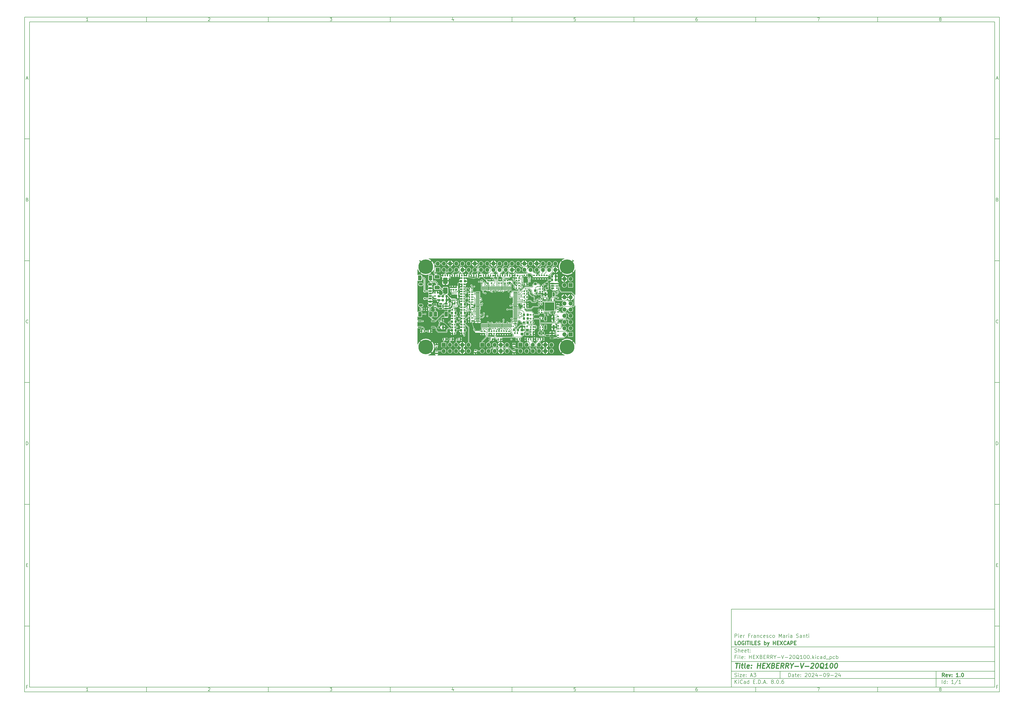
<source format=gtl>
%TF.GenerationSoftware,KiCad,Pcbnew,8.0.6-8.0.6-0~ubuntu24.04.1*%
%TF.CreationDate,2024-11-13T11:48:58+01:00*%
%TF.ProjectId,HEXBERRY-V-20Q100,48455842-4552-4525-992d-562d32305131,1.0*%
%TF.SameCoordinates,PX5f5e100PY5f5e100*%
%TF.FileFunction,Copper,L1,Top*%
%TF.FilePolarity,Positive*%
%FSLAX46Y46*%
G04 Gerber Fmt 4.6, Leading zero omitted, Abs format (unit mm)*
G04 Created by KiCad (PCBNEW 8.0.6-8.0.6-0~ubuntu24.04.1) date 2024-11-13 11:48:58*
%MOMM*%
%LPD*%
G01*
G04 APERTURE LIST*
G04 Aperture macros list*
%AMRoundRect*
0 Rectangle with rounded corners*
0 $1 Rounding radius*
0 $2 $3 $4 $5 $6 $7 $8 $9 X,Y pos of 4 corners*
0 Add a 4 corners polygon primitive as box body*
4,1,4,$2,$3,$4,$5,$6,$7,$8,$9,$2,$3,0*
0 Add four circle primitives for the rounded corners*
1,1,$1+$1,$2,$3*
1,1,$1+$1,$4,$5*
1,1,$1+$1,$6,$7*
1,1,$1+$1,$8,$9*
0 Add four rect primitives between the rounded corners*
20,1,$1+$1,$2,$3,$4,$5,0*
20,1,$1+$1,$4,$5,$6,$7,0*
20,1,$1+$1,$6,$7,$8,$9,0*
20,1,$1+$1,$8,$9,$2,$3,0*%
G04 Aperture macros list end*
%ADD10C,0.100000*%
%ADD11C,0.150000*%
%ADD12C,0.300000*%
%ADD13C,0.400000*%
%TA.AperFunction,SMDPad,CuDef*%
%ADD14RoundRect,0.135000X-0.135000X-0.185000X0.135000X-0.185000X0.135000X0.185000X-0.135000X0.185000X0*%
%TD*%
%TA.AperFunction,SMDPad,CuDef*%
%ADD15RoundRect,0.135000X0.185000X-0.135000X0.185000X0.135000X-0.185000X0.135000X-0.185000X-0.135000X0*%
%TD*%
%TA.AperFunction,SMDPad,CuDef*%
%ADD16RoundRect,0.140000X0.140000X0.170000X-0.140000X0.170000X-0.140000X-0.170000X0.140000X-0.170000X0*%
%TD*%
%TA.AperFunction,SMDPad,CuDef*%
%ADD17R,1.300000X1.100000*%
%TD*%
%TA.AperFunction,SMDPad,CuDef*%
%ADD18RoundRect,0.250000X-0.300000X0.300000X-0.300000X-0.300000X0.300000X-0.300000X0.300000X0.300000X0*%
%TD*%
%TA.AperFunction,SMDPad,CuDef*%
%ADD19RoundRect,0.147500X-0.172500X0.147500X-0.172500X-0.147500X0.172500X-0.147500X0.172500X0.147500X0*%
%TD*%
%TA.AperFunction,SMDPad,CuDef*%
%ADD20RoundRect,0.147500X-0.147500X-0.172500X0.147500X-0.172500X0.147500X0.172500X-0.147500X0.172500X0*%
%TD*%
%TA.AperFunction,SMDPad,CuDef*%
%ADD21RoundRect,0.225000X0.225000X0.250000X-0.225000X0.250000X-0.225000X-0.250000X0.225000X-0.250000X0*%
%TD*%
%TA.AperFunction,SMDPad,CuDef*%
%ADD22RoundRect,0.150000X0.587500X0.150000X-0.587500X0.150000X-0.587500X-0.150000X0.587500X-0.150000X0*%
%TD*%
%TA.AperFunction,SMDPad,CuDef*%
%ADD23RoundRect,0.075000X0.725000X0.075000X-0.725000X0.075000X-0.725000X-0.075000X0.725000X-0.075000X0*%
%TD*%
%TA.AperFunction,SMDPad,CuDef*%
%ADD24RoundRect,0.075000X0.075000X0.725000X-0.075000X0.725000X-0.075000X-0.725000X0.075000X-0.725000X0*%
%TD*%
%TA.AperFunction,ComponentPad*%
%ADD25C,6.000000*%
%TD*%
%TA.AperFunction,SMDPad,CuDef*%
%ADD26RoundRect,0.140000X-0.140000X-0.170000X0.140000X-0.170000X0.140000X0.170000X-0.140000X0.170000X0*%
%TD*%
%TA.AperFunction,SMDPad,CuDef*%
%ADD27RoundRect,0.135000X-0.185000X0.135000X-0.185000X-0.135000X0.185000X-0.135000X0.185000X0.135000X0*%
%TD*%
%TA.AperFunction,SMDPad,CuDef*%
%ADD28RoundRect,0.140000X-0.170000X0.140000X-0.170000X-0.140000X0.170000X-0.140000X0.170000X0.140000X0*%
%TD*%
%TA.AperFunction,SMDPad,CuDef*%
%ADD29RoundRect,0.140000X0.170000X-0.140000X0.170000X0.140000X-0.170000X0.140000X-0.170000X-0.140000X0*%
%TD*%
%TA.AperFunction,SMDPad,CuDef*%
%ADD30RoundRect,0.135000X0.135000X0.185000X-0.135000X0.185000X-0.135000X-0.185000X0.135000X-0.185000X0*%
%TD*%
%TA.AperFunction,SMDPad,CuDef*%
%ADD31RoundRect,0.218750X-0.218750X-0.256250X0.218750X-0.256250X0.218750X0.256250X-0.218750X0.256250X0*%
%TD*%
%TA.AperFunction,ComponentPad*%
%ADD32R,1.700000X1.700000*%
%TD*%
%TA.AperFunction,ComponentPad*%
%ADD33O,1.700000X1.700000*%
%TD*%
%TA.AperFunction,SMDPad,CuDef*%
%ADD34RoundRect,0.147500X0.147500X0.172500X-0.147500X0.172500X-0.147500X-0.172500X0.147500X-0.172500X0*%
%TD*%
%TA.AperFunction,SMDPad,CuDef*%
%ADD35RoundRect,0.175000X-0.425000X0.175000X-0.425000X-0.175000X0.425000X-0.175000X0.425000X0.175000X0*%
%TD*%
%TA.AperFunction,SMDPad,CuDef*%
%ADD36RoundRect,0.190000X0.410000X-0.190000X0.410000X0.190000X-0.410000X0.190000X-0.410000X-0.190000X0*%
%TD*%
%TA.AperFunction,SMDPad,CuDef*%
%ADD37RoundRect,0.200000X0.400000X-0.200000X0.400000X0.200000X-0.400000X0.200000X-0.400000X-0.200000X0*%
%TD*%
%TA.AperFunction,SMDPad,CuDef*%
%ADD38RoundRect,0.175000X0.425000X-0.175000X0.425000X0.175000X-0.425000X0.175000X-0.425000X-0.175000X0*%
%TD*%
%TA.AperFunction,SMDPad,CuDef*%
%ADD39RoundRect,0.190000X-0.410000X0.190000X-0.410000X-0.190000X0.410000X-0.190000X0.410000X0.190000X0*%
%TD*%
%TA.AperFunction,SMDPad,CuDef*%
%ADD40RoundRect,0.200000X-0.400000X0.200000X-0.400000X-0.200000X0.400000X-0.200000X0.400000X0.200000X0*%
%TD*%
%TA.AperFunction,ComponentPad*%
%ADD41O,1.700000X1.100000*%
%TD*%
%TA.AperFunction,SMDPad,CuDef*%
%ADD42R,0.900000X1.700000*%
%TD*%
%TA.AperFunction,SMDPad,CuDef*%
%ADD43RoundRect,0.147500X0.172500X-0.147500X0.172500X0.147500X-0.172500X0.147500X-0.172500X-0.147500X0*%
%TD*%
%TA.AperFunction,SMDPad,CuDef*%
%ADD44RoundRect,0.125000X-0.125000X0.262500X-0.125000X-0.262500X0.125000X-0.262500X0.125000X0.262500X0*%
%TD*%
%TA.AperFunction,HeatsinkPad*%
%ADD45R,4.000000X3.400000*%
%TD*%
%TA.AperFunction,SMDPad,CuDef*%
%ADD46RoundRect,0.250000X-0.650000X1.000000X-0.650000X-1.000000X0.650000X-1.000000X0.650000X1.000000X0*%
%TD*%
%TA.AperFunction,SMDPad,CuDef*%
%ADD47RoundRect,0.250000X0.450000X0.800000X-0.450000X0.800000X-0.450000X-0.800000X0.450000X-0.800000X0*%
%TD*%
%TA.AperFunction,SMDPad,CuDef*%
%ADD48RoundRect,0.150000X0.512500X0.150000X-0.512500X0.150000X-0.512500X-0.150000X0.512500X-0.150000X0*%
%TD*%
%TA.AperFunction,SMDPad,CuDef*%
%ADD49RoundRect,0.062500X0.062500X-0.362500X0.062500X0.362500X-0.062500X0.362500X-0.062500X-0.362500X0*%
%TD*%
%TA.AperFunction,HeatsinkPad*%
%ADD50C,0.500000*%
%TD*%
%TA.AperFunction,HeatsinkPad*%
%ADD51R,2.380000X1.650000*%
%TD*%
%TA.AperFunction,SMDPad,CuDef*%
%ADD52RoundRect,0.218750X0.218750X0.256250X-0.218750X0.256250X-0.218750X-0.256250X0.218750X-0.256250X0*%
%TD*%
%TA.AperFunction,SMDPad,CuDef*%
%ADD53RoundRect,0.137500X-0.587500X-0.137500X0.587500X-0.137500X0.587500X0.137500X-0.587500X0.137500X0*%
%TD*%
%TA.AperFunction,SMDPad,CuDef*%
%ADD54RoundRect,0.250000X0.800000X-0.450000X0.800000X0.450000X-0.800000X0.450000X-0.800000X-0.450000X0*%
%TD*%
%TA.AperFunction,SMDPad,CuDef*%
%ADD55RoundRect,0.225000X-0.250000X0.225000X-0.250000X-0.225000X0.250000X-0.225000X0.250000X0.225000X0*%
%TD*%
%TA.AperFunction,SMDPad,CuDef*%
%ADD56RoundRect,0.062500X0.325000X0.062500X-0.325000X0.062500X-0.325000X-0.062500X0.325000X-0.062500X0*%
%TD*%
%TA.AperFunction,HeatsinkPad*%
%ADD57R,1.400000X1.400000*%
%TD*%
%TA.AperFunction,ViaPad*%
%ADD58C,0.457200*%
%TD*%
%TA.AperFunction,ViaPad*%
%ADD59C,0.635000*%
%TD*%
%TA.AperFunction,Conductor*%
%ADD60C,0.152400*%
%TD*%
%TA.AperFunction,Conductor*%
%ADD61C,0.254000*%
%TD*%
%TA.AperFunction,Conductor*%
%ADD62C,0.136800*%
%TD*%
%TA.AperFunction,Conductor*%
%ADD63C,0.136840*%
%TD*%
G04 APERTURE END LIST*
D10*
D11*
X199989000Y-153002200D02*
X307989000Y-153002200D01*
X307989000Y-185002200D01*
X199989000Y-185002200D01*
X199989000Y-153002200D01*
D10*
D11*
X-90000000Y90000000D02*
X309989000Y90000000D01*
X309989000Y-187002200D01*
X-90000000Y-187002200D01*
X-90000000Y90000000D01*
D10*
D11*
X-88000000Y88000000D02*
X307989000Y88000000D01*
X307989000Y-185002200D01*
X-88000000Y-185002200D01*
X-88000000Y88000000D01*
D10*
D11*
X-40000000Y88000000D02*
X-40000000Y90000000D01*
D10*
D11*
X10000000Y88000000D02*
X10000000Y90000000D01*
D10*
D11*
X60000000Y88000000D02*
X60000000Y90000000D01*
D10*
D11*
X110000000Y88000000D02*
X110000000Y90000000D01*
D10*
D11*
X160000000Y88000000D02*
X160000000Y90000000D01*
D10*
D11*
X210000000Y88000000D02*
X210000000Y90000000D01*
D10*
D11*
X260000000Y88000000D02*
X260000000Y90000000D01*
D10*
D11*
X-63910840Y88406396D02*
X-64653697Y88406396D01*
X-64282269Y88406396D02*
X-64282269Y89706396D01*
X-64282269Y89706396D02*
X-64406078Y89520681D01*
X-64406078Y89520681D02*
X-64529888Y89396872D01*
X-64529888Y89396872D02*
X-64653697Y89334967D01*
D10*
D11*
X-14653697Y89582586D02*
X-14591793Y89644491D01*
X-14591793Y89644491D02*
X-14467983Y89706396D01*
X-14467983Y89706396D02*
X-14158459Y89706396D01*
X-14158459Y89706396D02*
X-14034650Y89644491D01*
X-14034650Y89644491D02*
X-13972745Y89582586D01*
X-13972745Y89582586D02*
X-13910840Y89458777D01*
X-13910840Y89458777D02*
X-13910840Y89334967D01*
X-13910840Y89334967D02*
X-13972745Y89149253D01*
X-13972745Y89149253D02*
X-14715602Y88406396D01*
X-14715602Y88406396D02*
X-13910840Y88406396D01*
D10*
D11*
X35284398Y89706396D02*
X36089160Y89706396D01*
X36089160Y89706396D02*
X35655826Y89211158D01*
X35655826Y89211158D02*
X35841541Y89211158D01*
X35841541Y89211158D02*
X35965350Y89149253D01*
X35965350Y89149253D02*
X36027255Y89087348D01*
X36027255Y89087348D02*
X36089160Y88963539D01*
X36089160Y88963539D02*
X36089160Y88654015D01*
X36089160Y88654015D02*
X36027255Y88530205D01*
X36027255Y88530205D02*
X35965350Y88468300D01*
X35965350Y88468300D02*
X35841541Y88406396D01*
X35841541Y88406396D02*
X35470112Y88406396D01*
X35470112Y88406396D02*
X35346303Y88468300D01*
X35346303Y88468300D02*
X35284398Y88530205D01*
D10*
D11*
X85965350Y89273062D02*
X85965350Y88406396D01*
X85655826Y89768300D02*
X85346303Y88839729D01*
X85346303Y88839729D02*
X86151064Y88839729D01*
D10*
D11*
X136027255Y89706396D02*
X135408207Y89706396D01*
X135408207Y89706396D02*
X135346303Y89087348D01*
X135346303Y89087348D02*
X135408207Y89149253D01*
X135408207Y89149253D02*
X135532017Y89211158D01*
X135532017Y89211158D02*
X135841541Y89211158D01*
X135841541Y89211158D02*
X135965350Y89149253D01*
X135965350Y89149253D02*
X136027255Y89087348D01*
X136027255Y89087348D02*
X136089160Y88963539D01*
X136089160Y88963539D02*
X136089160Y88654015D01*
X136089160Y88654015D02*
X136027255Y88530205D01*
X136027255Y88530205D02*
X135965350Y88468300D01*
X135965350Y88468300D02*
X135841541Y88406396D01*
X135841541Y88406396D02*
X135532017Y88406396D01*
X135532017Y88406396D02*
X135408207Y88468300D01*
X135408207Y88468300D02*
X135346303Y88530205D01*
D10*
D11*
X185965350Y89706396D02*
X185717731Y89706396D01*
X185717731Y89706396D02*
X185593922Y89644491D01*
X185593922Y89644491D02*
X185532017Y89582586D01*
X185532017Y89582586D02*
X185408207Y89396872D01*
X185408207Y89396872D02*
X185346303Y89149253D01*
X185346303Y89149253D02*
X185346303Y88654015D01*
X185346303Y88654015D02*
X185408207Y88530205D01*
X185408207Y88530205D02*
X185470112Y88468300D01*
X185470112Y88468300D02*
X185593922Y88406396D01*
X185593922Y88406396D02*
X185841541Y88406396D01*
X185841541Y88406396D02*
X185965350Y88468300D01*
X185965350Y88468300D02*
X186027255Y88530205D01*
X186027255Y88530205D02*
X186089160Y88654015D01*
X186089160Y88654015D02*
X186089160Y88963539D01*
X186089160Y88963539D02*
X186027255Y89087348D01*
X186027255Y89087348D02*
X185965350Y89149253D01*
X185965350Y89149253D02*
X185841541Y89211158D01*
X185841541Y89211158D02*
X185593922Y89211158D01*
X185593922Y89211158D02*
X185470112Y89149253D01*
X185470112Y89149253D02*
X185408207Y89087348D01*
X185408207Y89087348D02*
X185346303Y88963539D01*
D10*
D11*
X235284398Y89706396D02*
X236151064Y89706396D01*
X236151064Y89706396D02*
X235593922Y88406396D01*
D10*
D11*
X285593922Y89149253D02*
X285470112Y89211158D01*
X285470112Y89211158D02*
X285408207Y89273062D01*
X285408207Y89273062D02*
X285346303Y89396872D01*
X285346303Y89396872D02*
X285346303Y89458777D01*
X285346303Y89458777D02*
X285408207Y89582586D01*
X285408207Y89582586D02*
X285470112Y89644491D01*
X285470112Y89644491D02*
X285593922Y89706396D01*
X285593922Y89706396D02*
X285841541Y89706396D01*
X285841541Y89706396D02*
X285965350Y89644491D01*
X285965350Y89644491D02*
X286027255Y89582586D01*
X286027255Y89582586D02*
X286089160Y89458777D01*
X286089160Y89458777D02*
X286089160Y89396872D01*
X286089160Y89396872D02*
X286027255Y89273062D01*
X286027255Y89273062D02*
X285965350Y89211158D01*
X285965350Y89211158D02*
X285841541Y89149253D01*
X285841541Y89149253D02*
X285593922Y89149253D01*
X285593922Y89149253D02*
X285470112Y89087348D01*
X285470112Y89087348D02*
X285408207Y89025443D01*
X285408207Y89025443D02*
X285346303Y88901634D01*
X285346303Y88901634D02*
X285346303Y88654015D01*
X285346303Y88654015D02*
X285408207Y88530205D01*
X285408207Y88530205D02*
X285470112Y88468300D01*
X285470112Y88468300D02*
X285593922Y88406396D01*
X285593922Y88406396D02*
X285841541Y88406396D01*
X285841541Y88406396D02*
X285965350Y88468300D01*
X285965350Y88468300D02*
X286027255Y88530205D01*
X286027255Y88530205D02*
X286089160Y88654015D01*
X286089160Y88654015D02*
X286089160Y88901634D01*
X286089160Y88901634D02*
X286027255Y89025443D01*
X286027255Y89025443D02*
X285965350Y89087348D01*
X285965350Y89087348D02*
X285841541Y89149253D01*
D10*
D11*
X-40000000Y-185002200D02*
X-40000000Y-187002200D01*
D10*
D11*
X10000000Y-185002200D02*
X10000000Y-187002200D01*
D10*
D11*
X60000000Y-185002200D02*
X60000000Y-187002200D01*
D10*
D11*
X110000000Y-185002200D02*
X110000000Y-187002200D01*
D10*
D11*
X160000000Y-185002200D02*
X160000000Y-187002200D01*
D10*
D11*
X210000000Y-185002200D02*
X210000000Y-187002200D01*
D10*
D11*
X260000000Y-185002200D02*
X260000000Y-187002200D01*
D10*
D11*
X-63910840Y-186595804D02*
X-64653697Y-186595804D01*
X-64282269Y-186595804D02*
X-64282269Y-185295804D01*
X-64282269Y-185295804D02*
X-64406078Y-185481519D01*
X-64406078Y-185481519D02*
X-64529888Y-185605328D01*
X-64529888Y-185605328D02*
X-64653697Y-185667233D01*
D10*
D11*
X-14653697Y-185419614D02*
X-14591793Y-185357709D01*
X-14591793Y-185357709D02*
X-14467983Y-185295804D01*
X-14467983Y-185295804D02*
X-14158459Y-185295804D01*
X-14158459Y-185295804D02*
X-14034650Y-185357709D01*
X-14034650Y-185357709D02*
X-13972745Y-185419614D01*
X-13972745Y-185419614D02*
X-13910840Y-185543423D01*
X-13910840Y-185543423D02*
X-13910840Y-185667233D01*
X-13910840Y-185667233D02*
X-13972745Y-185852947D01*
X-13972745Y-185852947D02*
X-14715602Y-186595804D01*
X-14715602Y-186595804D02*
X-13910840Y-186595804D01*
D10*
D11*
X35284398Y-185295804D02*
X36089160Y-185295804D01*
X36089160Y-185295804D02*
X35655826Y-185791042D01*
X35655826Y-185791042D02*
X35841541Y-185791042D01*
X35841541Y-185791042D02*
X35965350Y-185852947D01*
X35965350Y-185852947D02*
X36027255Y-185914852D01*
X36027255Y-185914852D02*
X36089160Y-186038661D01*
X36089160Y-186038661D02*
X36089160Y-186348185D01*
X36089160Y-186348185D02*
X36027255Y-186471995D01*
X36027255Y-186471995D02*
X35965350Y-186533900D01*
X35965350Y-186533900D02*
X35841541Y-186595804D01*
X35841541Y-186595804D02*
X35470112Y-186595804D01*
X35470112Y-186595804D02*
X35346303Y-186533900D01*
X35346303Y-186533900D02*
X35284398Y-186471995D01*
D10*
D11*
X85965350Y-185729138D02*
X85965350Y-186595804D01*
X85655826Y-185233900D02*
X85346303Y-186162471D01*
X85346303Y-186162471D02*
X86151064Y-186162471D01*
D10*
D11*
X136027255Y-185295804D02*
X135408207Y-185295804D01*
X135408207Y-185295804D02*
X135346303Y-185914852D01*
X135346303Y-185914852D02*
X135408207Y-185852947D01*
X135408207Y-185852947D02*
X135532017Y-185791042D01*
X135532017Y-185791042D02*
X135841541Y-185791042D01*
X135841541Y-185791042D02*
X135965350Y-185852947D01*
X135965350Y-185852947D02*
X136027255Y-185914852D01*
X136027255Y-185914852D02*
X136089160Y-186038661D01*
X136089160Y-186038661D02*
X136089160Y-186348185D01*
X136089160Y-186348185D02*
X136027255Y-186471995D01*
X136027255Y-186471995D02*
X135965350Y-186533900D01*
X135965350Y-186533900D02*
X135841541Y-186595804D01*
X135841541Y-186595804D02*
X135532017Y-186595804D01*
X135532017Y-186595804D02*
X135408207Y-186533900D01*
X135408207Y-186533900D02*
X135346303Y-186471995D01*
D10*
D11*
X185965350Y-185295804D02*
X185717731Y-185295804D01*
X185717731Y-185295804D02*
X185593922Y-185357709D01*
X185593922Y-185357709D02*
X185532017Y-185419614D01*
X185532017Y-185419614D02*
X185408207Y-185605328D01*
X185408207Y-185605328D02*
X185346303Y-185852947D01*
X185346303Y-185852947D02*
X185346303Y-186348185D01*
X185346303Y-186348185D02*
X185408207Y-186471995D01*
X185408207Y-186471995D02*
X185470112Y-186533900D01*
X185470112Y-186533900D02*
X185593922Y-186595804D01*
X185593922Y-186595804D02*
X185841541Y-186595804D01*
X185841541Y-186595804D02*
X185965350Y-186533900D01*
X185965350Y-186533900D02*
X186027255Y-186471995D01*
X186027255Y-186471995D02*
X186089160Y-186348185D01*
X186089160Y-186348185D02*
X186089160Y-186038661D01*
X186089160Y-186038661D02*
X186027255Y-185914852D01*
X186027255Y-185914852D02*
X185965350Y-185852947D01*
X185965350Y-185852947D02*
X185841541Y-185791042D01*
X185841541Y-185791042D02*
X185593922Y-185791042D01*
X185593922Y-185791042D02*
X185470112Y-185852947D01*
X185470112Y-185852947D02*
X185408207Y-185914852D01*
X185408207Y-185914852D02*
X185346303Y-186038661D01*
D10*
D11*
X235284398Y-185295804D02*
X236151064Y-185295804D01*
X236151064Y-185295804D02*
X235593922Y-186595804D01*
D10*
D11*
X285593922Y-185852947D02*
X285470112Y-185791042D01*
X285470112Y-185791042D02*
X285408207Y-185729138D01*
X285408207Y-185729138D02*
X285346303Y-185605328D01*
X285346303Y-185605328D02*
X285346303Y-185543423D01*
X285346303Y-185543423D02*
X285408207Y-185419614D01*
X285408207Y-185419614D02*
X285470112Y-185357709D01*
X285470112Y-185357709D02*
X285593922Y-185295804D01*
X285593922Y-185295804D02*
X285841541Y-185295804D01*
X285841541Y-185295804D02*
X285965350Y-185357709D01*
X285965350Y-185357709D02*
X286027255Y-185419614D01*
X286027255Y-185419614D02*
X286089160Y-185543423D01*
X286089160Y-185543423D02*
X286089160Y-185605328D01*
X286089160Y-185605328D02*
X286027255Y-185729138D01*
X286027255Y-185729138D02*
X285965350Y-185791042D01*
X285965350Y-185791042D02*
X285841541Y-185852947D01*
X285841541Y-185852947D02*
X285593922Y-185852947D01*
X285593922Y-185852947D02*
X285470112Y-185914852D01*
X285470112Y-185914852D02*
X285408207Y-185976757D01*
X285408207Y-185976757D02*
X285346303Y-186100566D01*
X285346303Y-186100566D02*
X285346303Y-186348185D01*
X285346303Y-186348185D02*
X285408207Y-186471995D01*
X285408207Y-186471995D02*
X285470112Y-186533900D01*
X285470112Y-186533900D02*
X285593922Y-186595804D01*
X285593922Y-186595804D02*
X285841541Y-186595804D01*
X285841541Y-186595804D02*
X285965350Y-186533900D01*
X285965350Y-186533900D02*
X286027255Y-186471995D01*
X286027255Y-186471995D02*
X286089160Y-186348185D01*
X286089160Y-186348185D02*
X286089160Y-186100566D01*
X286089160Y-186100566D02*
X286027255Y-185976757D01*
X286027255Y-185976757D02*
X285965350Y-185914852D01*
X285965350Y-185914852D02*
X285841541Y-185852947D01*
D10*
D11*
X-90000000Y40000000D02*
X-88000000Y40000000D01*
D10*
D11*
X-90000000Y-10000000D02*
X-88000000Y-10000000D01*
D10*
D11*
X-90000000Y-60000000D02*
X-88000000Y-60000000D01*
D10*
D11*
X-90000000Y-110000000D02*
X-88000000Y-110000000D01*
D10*
D11*
X-90000000Y-160000000D02*
X-88000000Y-160000000D01*
D10*
D11*
X-89309524Y64777824D02*
X-88690477Y64777824D01*
X-89433334Y64406396D02*
X-89000001Y65706396D01*
X-89000001Y65706396D02*
X-88566667Y64406396D01*
D10*
D11*
X-88907143Y15087348D02*
X-88721429Y15025443D01*
X-88721429Y15025443D02*
X-88659524Y14963539D01*
X-88659524Y14963539D02*
X-88597620Y14839729D01*
X-88597620Y14839729D02*
X-88597620Y14654015D01*
X-88597620Y14654015D02*
X-88659524Y14530205D01*
X-88659524Y14530205D02*
X-88721429Y14468300D01*
X-88721429Y14468300D02*
X-88845239Y14406396D01*
X-88845239Y14406396D02*
X-89340477Y14406396D01*
X-89340477Y14406396D02*
X-89340477Y15706396D01*
X-89340477Y15706396D02*
X-88907143Y15706396D01*
X-88907143Y15706396D02*
X-88783334Y15644491D01*
X-88783334Y15644491D02*
X-88721429Y15582586D01*
X-88721429Y15582586D02*
X-88659524Y15458777D01*
X-88659524Y15458777D02*
X-88659524Y15334967D01*
X-88659524Y15334967D02*
X-88721429Y15211158D01*
X-88721429Y15211158D02*
X-88783334Y15149253D01*
X-88783334Y15149253D02*
X-88907143Y15087348D01*
X-88907143Y15087348D02*
X-89340477Y15087348D01*
D10*
D11*
X-88597620Y-35469795D02*
X-88659524Y-35531700D01*
X-88659524Y-35531700D02*
X-88845239Y-35593604D01*
X-88845239Y-35593604D02*
X-88969048Y-35593604D01*
X-88969048Y-35593604D02*
X-89154762Y-35531700D01*
X-89154762Y-35531700D02*
X-89278572Y-35407890D01*
X-89278572Y-35407890D02*
X-89340477Y-35284080D01*
X-89340477Y-35284080D02*
X-89402381Y-35036461D01*
X-89402381Y-35036461D02*
X-89402381Y-34850747D01*
X-89402381Y-34850747D02*
X-89340477Y-34603128D01*
X-89340477Y-34603128D02*
X-89278572Y-34479319D01*
X-89278572Y-34479319D02*
X-89154762Y-34355509D01*
X-89154762Y-34355509D02*
X-88969048Y-34293604D01*
X-88969048Y-34293604D02*
X-88845239Y-34293604D01*
X-88845239Y-34293604D02*
X-88659524Y-34355509D01*
X-88659524Y-34355509D02*
X-88597620Y-34417414D01*
D10*
D11*
X-89340477Y-85593604D02*
X-89340477Y-84293604D01*
X-89340477Y-84293604D02*
X-89030953Y-84293604D01*
X-89030953Y-84293604D02*
X-88845239Y-84355509D01*
X-88845239Y-84355509D02*
X-88721429Y-84479319D01*
X-88721429Y-84479319D02*
X-88659524Y-84603128D01*
X-88659524Y-84603128D02*
X-88597620Y-84850747D01*
X-88597620Y-84850747D02*
X-88597620Y-85036461D01*
X-88597620Y-85036461D02*
X-88659524Y-85284080D01*
X-88659524Y-85284080D02*
X-88721429Y-85407890D01*
X-88721429Y-85407890D02*
X-88845239Y-85531700D01*
X-88845239Y-85531700D02*
X-89030953Y-85593604D01*
X-89030953Y-85593604D02*
X-89340477Y-85593604D01*
D10*
D11*
X-89278572Y-134912652D02*
X-88845238Y-134912652D01*
X-88659524Y-135593604D02*
X-89278572Y-135593604D01*
X-89278572Y-135593604D02*
X-89278572Y-134293604D01*
X-89278572Y-134293604D02*
X-88659524Y-134293604D01*
D10*
D11*
X-88814286Y-184912652D02*
X-89247620Y-184912652D01*
X-89247620Y-185593604D02*
X-89247620Y-184293604D01*
X-89247620Y-184293604D02*
X-88628572Y-184293604D01*
D10*
D11*
X309989000Y40000000D02*
X307989000Y40000000D01*
D10*
D11*
X309989000Y-10000000D02*
X307989000Y-10000000D01*
D10*
D11*
X309989000Y-60000000D02*
X307989000Y-60000000D01*
D10*
D11*
X309989000Y-110000000D02*
X307989000Y-110000000D01*
D10*
D11*
X309989000Y-160000000D02*
X307989000Y-160000000D01*
D10*
D11*
X308679476Y64777824D02*
X309298523Y64777824D01*
X308555666Y64406396D02*
X308988999Y65706396D01*
X308988999Y65706396D02*
X309422333Y64406396D01*
D10*
D11*
X309081857Y15087348D02*
X309267571Y15025443D01*
X309267571Y15025443D02*
X309329476Y14963539D01*
X309329476Y14963539D02*
X309391380Y14839729D01*
X309391380Y14839729D02*
X309391380Y14654015D01*
X309391380Y14654015D02*
X309329476Y14530205D01*
X309329476Y14530205D02*
X309267571Y14468300D01*
X309267571Y14468300D02*
X309143761Y14406396D01*
X309143761Y14406396D02*
X308648523Y14406396D01*
X308648523Y14406396D02*
X308648523Y15706396D01*
X308648523Y15706396D02*
X309081857Y15706396D01*
X309081857Y15706396D02*
X309205666Y15644491D01*
X309205666Y15644491D02*
X309267571Y15582586D01*
X309267571Y15582586D02*
X309329476Y15458777D01*
X309329476Y15458777D02*
X309329476Y15334967D01*
X309329476Y15334967D02*
X309267571Y15211158D01*
X309267571Y15211158D02*
X309205666Y15149253D01*
X309205666Y15149253D02*
X309081857Y15087348D01*
X309081857Y15087348D02*
X308648523Y15087348D01*
D10*
D11*
X309391380Y-35469795D02*
X309329476Y-35531700D01*
X309329476Y-35531700D02*
X309143761Y-35593604D01*
X309143761Y-35593604D02*
X309019952Y-35593604D01*
X309019952Y-35593604D02*
X308834238Y-35531700D01*
X308834238Y-35531700D02*
X308710428Y-35407890D01*
X308710428Y-35407890D02*
X308648523Y-35284080D01*
X308648523Y-35284080D02*
X308586619Y-35036461D01*
X308586619Y-35036461D02*
X308586619Y-34850747D01*
X308586619Y-34850747D02*
X308648523Y-34603128D01*
X308648523Y-34603128D02*
X308710428Y-34479319D01*
X308710428Y-34479319D02*
X308834238Y-34355509D01*
X308834238Y-34355509D02*
X309019952Y-34293604D01*
X309019952Y-34293604D02*
X309143761Y-34293604D01*
X309143761Y-34293604D02*
X309329476Y-34355509D01*
X309329476Y-34355509D02*
X309391380Y-34417414D01*
D10*
D11*
X308648523Y-85593604D02*
X308648523Y-84293604D01*
X308648523Y-84293604D02*
X308958047Y-84293604D01*
X308958047Y-84293604D02*
X309143761Y-84355509D01*
X309143761Y-84355509D02*
X309267571Y-84479319D01*
X309267571Y-84479319D02*
X309329476Y-84603128D01*
X309329476Y-84603128D02*
X309391380Y-84850747D01*
X309391380Y-84850747D02*
X309391380Y-85036461D01*
X309391380Y-85036461D02*
X309329476Y-85284080D01*
X309329476Y-85284080D02*
X309267571Y-85407890D01*
X309267571Y-85407890D02*
X309143761Y-85531700D01*
X309143761Y-85531700D02*
X308958047Y-85593604D01*
X308958047Y-85593604D02*
X308648523Y-85593604D01*
D10*
D11*
X308710428Y-134912652D02*
X309143762Y-134912652D01*
X309329476Y-135593604D02*
X308710428Y-135593604D01*
X308710428Y-135593604D02*
X308710428Y-134293604D01*
X308710428Y-134293604D02*
X309329476Y-134293604D01*
D10*
D11*
X309174714Y-184912652D02*
X308741380Y-184912652D01*
X308741380Y-185593604D02*
X308741380Y-184293604D01*
X308741380Y-184293604D02*
X309360428Y-184293604D01*
D10*
D11*
X223444826Y-180788328D02*
X223444826Y-179288328D01*
X223444826Y-179288328D02*
X223801969Y-179288328D01*
X223801969Y-179288328D02*
X224016255Y-179359757D01*
X224016255Y-179359757D02*
X224159112Y-179502614D01*
X224159112Y-179502614D02*
X224230541Y-179645471D01*
X224230541Y-179645471D02*
X224301969Y-179931185D01*
X224301969Y-179931185D02*
X224301969Y-180145471D01*
X224301969Y-180145471D02*
X224230541Y-180431185D01*
X224230541Y-180431185D02*
X224159112Y-180574042D01*
X224159112Y-180574042D02*
X224016255Y-180716900D01*
X224016255Y-180716900D02*
X223801969Y-180788328D01*
X223801969Y-180788328D02*
X223444826Y-180788328D01*
X225587684Y-180788328D02*
X225587684Y-180002614D01*
X225587684Y-180002614D02*
X225516255Y-179859757D01*
X225516255Y-179859757D02*
X225373398Y-179788328D01*
X225373398Y-179788328D02*
X225087684Y-179788328D01*
X225087684Y-179788328D02*
X224944826Y-179859757D01*
X225587684Y-180716900D02*
X225444826Y-180788328D01*
X225444826Y-180788328D02*
X225087684Y-180788328D01*
X225087684Y-180788328D02*
X224944826Y-180716900D01*
X224944826Y-180716900D02*
X224873398Y-180574042D01*
X224873398Y-180574042D02*
X224873398Y-180431185D01*
X224873398Y-180431185D02*
X224944826Y-180288328D01*
X224944826Y-180288328D02*
X225087684Y-180216900D01*
X225087684Y-180216900D02*
X225444826Y-180216900D01*
X225444826Y-180216900D02*
X225587684Y-180145471D01*
X226087684Y-179788328D02*
X226659112Y-179788328D01*
X226301969Y-179288328D02*
X226301969Y-180574042D01*
X226301969Y-180574042D02*
X226373398Y-180716900D01*
X226373398Y-180716900D02*
X226516255Y-180788328D01*
X226516255Y-180788328D02*
X226659112Y-180788328D01*
X227730541Y-180716900D02*
X227587684Y-180788328D01*
X227587684Y-180788328D02*
X227301970Y-180788328D01*
X227301970Y-180788328D02*
X227159112Y-180716900D01*
X227159112Y-180716900D02*
X227087684Y-180574042D01*
X227087684Y-180574042D02*
X227087684Y-180002614D01*
X227087684Y-180002614D02*
X227159112Y-179859757D01*
X227159112Y-179859757D02*
X227301970Y-179788328D01*
X227301970Y-179788328D02*
X227587684Y-179788328D01*
X227587684Y-179788328D02*
X227730541Y-179859757D01*
X227730541Y-179859757D02*
X227801970Y-180002614D01*
X227801970Y-180002614D02*
X227801970Y-180145471D01*
X227801970Y-180145471D02*
X227087684Y-180288328D01*
X228444826Y-180645471D02*
X228516255Y-180716900D01*
X228516255Y-180716900D02*
X228444826Y-180788328D01*
X228444826Y-180788328D02*
X228373398Y-180716900D01*
X228373398Y-180716900D02*
X228444826Y-180645471D01*
X228444826Y-180645471D02*
X228444826Y-180788328D01*
X228444826Y-179859757D02*
X228516255Y-179931185D01*
X228516255Y-179931185D02*
X228444826Y-180002614D01*
X228444826Y-180002614D02*
X228373398Y-179931185D01*
X228373398Y-179931185D02*
X228444826Y-179859757D01*
X228444826Y-179859757D02*
X228444826Y-180002614D01*
X230230541Y-179431185D02*
X230301969Y-179359757D01*
X230301969Y-179359757D02*
X230444827Y-179288328D01*
X230444827Y-179288328D02*
X230801969Y-179288328D01*
X230801969Y-179288328D02*
X230944827Y-179359757D01*
X230944827Y-179359757D02*
X231016255Y-179431185D01*
X231016255Y-179431185D02*
X231087684Y-179574042D01*
X231087684Y-179574042D02*
X231087684Y-179716900D01*
X231087684Y-179716900D02*
X231016255Y-179931185D01*
X231016255Y-179931185D02*
X230159112Y-180788328D01*
X230159112Y-180788328D02*
X231087684Y-180788328D01*
X232016255Y-179288328D02*
X232159112Y-179288328D01*
X232159112Y-179288328D02*
X232301969Y-179359757D01*
X232301969Y-179359757D02*
X232373398Y-179431185D01*
X232373398Y-179431185D02*
X232444826Y-179574042D01*
X232444826Y-179574042D02*
X232516255Y-179859757D01*
X232516255Y-179859757D02*
X232516255Y-180216900D01*
X232516255Y-180216900D02*
X232444826Y-180502614D01*
X232444826Y-180502614D02*
X232373398Y-180645471D01*
X232373398Y-180645471D02*
X232301969Y-180716900D01*
X232301969Y-180716900D02*
X232159112Y-180788328D01*
X232159112Y-180788328D02*
X232016255Y-180788328D01*
X232016255Y-180788328D02*
X231873398Y-180716900D01*
X231873398Y-180716900D02*
X231801969Y-180645471D01*
X231801969Y-180645471D02*
X231730540Y-180502614D01*
X231730540Y-180502614D02*
X231659112Y-180216900D01*
X231659112Y-180216900D02*
X231659112Y-179859757D01*
X231659112Y-179859757D02*
X231730540Y-179574042D01*
X231730540Y-179574042D02*
X231801969Y-179431185D01*
X231801969Y-179431185D02*
X231873398Y-179359757D01*
X231873398Y-179359757D02*
X232016255Y-179288328D01*
X233087683Y-179431185D02*
X233159111Y-179359757D01*
X233159111Y-179359757D02*
X233301969Y-179288328D01*
X233301969Y-179288328D02*
X233659111Y-179288328D01*
X233659111Y-179288328D02*
X233801969Y-179359757D01*
X233801969Y-179359757D02*
X233873397Y-179431185D01*
X233873397Y-179431185D02*
X233944826Y-179574042D01*
X233944826Y-179574042D02*
X233944826Y-179716900D01*
X233944826Y-179716900D02*
X233873397Y-179931185D01*
X233873397Y-179931185D02*
X233016254Y-180788328D01*
X233016254Y-180788328D02*
X233944826Y-180788328D01*
X235230540Y-179788328D02*
X235230540Y-180788328D01*
X234873397Y-179216900D02*
X234516254Y-180288328D01*
X234516254Y-180288328D02*
X235444825Y-180288328D01*
X236016253Y-180216900D02*
X237159111Y-180216900D01*
X238159111Y-179288328D02*
X238301968Y-179288328D01*
X238301968Y-179288328D02*
X238444825Y-179359757D01*
X238444825Y-179359757D02*
X238516254Y-179431185D01*
X238516254Y-179431185D02*
X238587682Y-179574042D01*
X238587682Y-179574042D02*
X238659111Y-179859757D01*
X238659111Y-179859757D02*
X238659111Y-180216900D01*
X238659111Y-180216900D02*
X238587682Y-180502614D01*
X238587682Y-180502614D02*
X238516254Y-180645471D01*
X238516254Y-180645471D02*
X238444825Y-180716900D01*
X238444825Y-180716900D02*
X238301968Y-180788328D01*
X238301968Y-180788328D02*
X238159111Y-180788328D01*
X238159111Y-180788328D02*
X238016254Y-180716900D01*
X238016254Y-180716900D02*
X237944825Y-180645471D01*
X237944825Y-180645471D02*
X237873396Y-180502614D01*
X237873396Y-180502614D02*
X237801968Y-180216900D01*
X237801968Y-180216900D02*
X237801968Y-179859757D01*
X237801968Y-179859757D02*
X237873396Y-179574042D01*
X237873396Y-179574042D02*
X237944825Y-179431185D01*
X237944825Y-179431185D02*
X238016254Y-179359757D01*
X238016254Y-179359757D02*
X238159111Y-179288328D01*
X239373396Y-180788328D02*
X239659110Y-180788328D01*
X239659110Y-180788328D02*
X239801967Y-180716900D01*
X239801967Y-180716900D02*
X239873396Y-180645471D01*
X239873396Y-180645471D02*
X240016253Y-180431185D01*
X240016253Y-180431185D02*
X240087682Y-180145471D01*
X240087682Y-180145471D02*
X240087682Y-179574042D01*
X240087682Y-179574042D02*
X240016253Y-179431185D01*
X240016253Y-179431185D02*
X239944825Y-179359757D01*
X239944825Y-179359757D02*
X239801967Y-179288328D01*
X239801967Y-179288328D02*
X239516253Y-179288328D01*
X239516253Y-179288328D02*
X239373396Y-179359757D01*
X239373396Y-179359757D02*
X239301967Y-179431185D01*
X239301967Y-179431185D02*
X239230539Y-179574042D01*
X239230539Y-179574042D02*
X239230539Y-179931185D01*
X239230539Y-179931185D02*
X239301967Y-180074042D01*
X239301967Y-180074042D02*
X239373396Y-180145471D01*
X239373396Y-180145471D02*
X239516253Y-180216900D01*
X239516253Y-180216900D02*
X239801967Y-180216900D01*
X239801967Y-180216900D02*
X239944825Y-180145471D01*
X239944825Y-180145471D02*
X240016253Y-180074042D01*
X240016253Y-180074042D02*
X240087682Y-179931185D01*
X240730538Y-180216900D02*
X241873396Y-180216900D01*
X242516253Y-179431185D02*
X242587681Y-179359757D01*
X242587681Y-179359757D02*
X242730539Y-179288328D01*
X242730539Y-179288328D02*
X243087681Y-179288328D01*
X243087681Y-179288328D02*
X243230539Y-179359757D01*
X243230539Y-179359757D02*
X243301967Y-179431185D01*
X243301967Y-179431185D02*
X243373396Y-179574042D01*
X243373396Y-179574042D02*
X243373396Y-179716900D01*
X243373396Y-179716900D02*
X243301967Y-179931185D01*
X243301967Y-179931185D02*
X242444824Y-180788328D01*
X242444824Y-180788328D02*
X243373396Y-180788328D01*
X244659110Y-179788328D02*
X244659110Y-180788328D01*
X244301967Y-179216900D02*
X243944824Y-180288328D01*
X243944824Y-180288328D02*
X244873395Y-180288328D01*
D10*
D11*
X199989000Y-181502200D02*
X307989000Y-181502200D01*
D10*
D11*
X201444826Y-183588328D02*
X201444826Y-182088328D01*
X202301969Y-183588328D02*
X201659112Y-182731185D01*
X202301969Y-182088328D02*
X201444826Y-182945471D01*
X202944826Y-183588328D02*
X202944826Y-182588328D01*
X202944826Y-182088328D02*
X202873398Y-182159757D01*
X202873398Y-182159757D02*
X202944826Y-182231185D01*
X202944826Y-182231185D02*
X203016255Y-182159757D01*
X203016255Y-182159757D02*
X202944826Y-182088328D01*
X202944826Y-182088328D02*
X202944826Y-182231185D01*
X204516255Y-183445471D02*
X204444827Y-183516900D01*
X204444827Y-183516900D02*
X204230541Y-183588328D01*
X204230541Y-183588328D02*
X204087684Y-183588328D01*
X204087684Y-183588328D02*
X203873398Y-183516900D01*
X203873398Y-183516900D02*
X203730541Y-183374042D01*
X203730541Y-183374042D02*
X203659112Y-183231185D01*
X203659112Y-183231185D02*
X203587684Y-182945471D01*
X203587684Y-182945471D02*
X203587684Y-182731185D01*
X203587684Y-182731185D02*
X203659112Y-182445471D01*
X203659112Y-182445471D02*
X203730541Y-182302614D01*
X203730541Y-182302614D02*
X203873398Y-182159757D01*
X203873398Y-182159757D02*
X204087684Y-182088328D01*
X204087684Y-182088328D02*
X204230541Y-182088328D01*
X204230541Y-182088328D02*
X204444827Y-182159757D01*
X204444827Y-182159757D02*
X204516255Y-182231185D01*
X205801970Y-183588328D02*
X205801970Y-182802614D01*
X205801970Y-182802614D02*
X205730541Y-182659757D01*
X205730541Y-182659757D02*
X205587684Y-182588328D01*
X205587684Y-182588328D02*
X205301970Y-182588328D01*
X205301970Y-182588328D02*
X205159112Y-182659757D01*
X205801970Y-183516900D02*
X205659112Y-183588328D01*
X205659112Y-183588328D02*
X205301970Y-183588328D01*
X205301970Y-183588328D02*
X205159112Y-183516900D01*
X205159112Y-183516900D02*
X205087684Y-183374042D01*
X205087684Y-183374042D02*
X205087684Y-183231185D01*
X205087684Y-183231185D02*
X205159112Y-183088328D01*
X205159112Y-183088328D02*
X205301970Y-183016900D01*
X205301970Y-183016900D02*
X205659112Y-183016900D01*
X205659112Y-183016900D02*
X205801970Y-182945471D01*
X207159113Y-183588328D02*
X207159113Y-182088328D01*
X207159113Y-183516900D02*
X207016255Y-183588328D01*
X207016255Y-183588328D02*
X206730541Y-183588328D01*
X206730541Y-183588328D02*
X206587684Y-183516900D01*
X206587684Y-183516900D02*
X206516255Y-183445471D01*
X206516255Y-183445471D02*
X206444827Y-183302614D01*
X206444827Y-183302614D02*
X206444827Y-182874042D01*
X206444827Y-182874042D02*
X206516255Y-182731185D01*
X206516255Y-182731185D02*
X206587684Y-182659757D01*
X206587684Y-182659757D02*
X206730541Y-182588328D01*
X206730541Y-182588328D02*
X207016255Y-182588328D01*
X207016255Y-182588328D02*
X207159113Y-182659757D01*
X209016255Y-182802614D02*
X209516255Y-182802614D01*
X209730541Y-183588328D02*
X209016255Y-183588328D01*
X209016255Y-183588328D02*
X209016255Y-182088328D01*
X209016255Y-182088328D02*
X209730541Y-182088328D01*
X210373398Y-183445471D02*
X210444827Y-183516900D01*
X210444827Y-183516900D02*
X210373398Y-183588328D01*
X210373398Y-183588328D02*
X210301970Y-183516900D01*
X210301970Y-183516900D02*
X210373398Y-183445471D01*
X210373398Y-183445471D02*
X210373398Y-183588328D01*
X211087684Y-183588328D02*
X211087684Y-182088328D01*
X211087684Y-182088328D02*
X211444827Y-182088328D01*
X211444827Y-182088328D02*
X211659113Y-182159757D01*
X211659113Y-182159757D02*
X211801970Y-182302614D01*
X211801970Y-182302614D02*
X211873399Y-182445471D01*
X211873399Y-182445471D02*
X211944827Y-182731185D01*
X211944827Y-182731185D02*
X211944827Y-182945471D01*
X211944827Y-182945471D02*
X211873399Y-183231185D01*
X211873399Y-183231185D02*
X211801970Y-183374042D01*
X211801970Y-183374042D02*
X211659113Y-183516900D01*
X211659113Y-183516900D02*
X211444827Y-183588328D01*
X211444827Y-183588328D02*
X211087684Y-183588328D01*
X212587684Y-183445471D02*
X212659113Y-183516900D01*
X212659113Y-183516900D02*
X212587684Y-183588328D01*
X212587684Y-183588328D02*
X212516256Y-183516900D01*
X212516256Y-183516900D02*
X212587684Y-183445471D01*
X212587684Y-183445471D02*
X212587684Y-183588328D01*
X213230542Y-183159757D02*
X213944828Y-183159757D01*
X213087685Y-183588328D02*
X213587685Y-182088328D01*
X213587685Y-182088328D02*
X214087685Y-183588328D01*
X214587684Y-183445471D02*
X214659113Y-183516900D01*
X214659113Y-183516900D02*
X214587684Y-183588328D01*
X214587684Y-183588328D02*
X214516256Y-183516900D01*
X214516256Y-183516900D02*
X214587684Y-183445471D01*
X214587684Y-183445471D02*
X214587684Y-183588328D01*
X216659113Y-182731185D02*
X216516256Y-182659757D01*
X216516256Y-182659757D02*
X216444827Y-182588328D01*
X216444827Y-182588328D02*
X216373399Y-182445471D01*
X216373399Y-182445471D02*
X216373399Y-182374042D01*
X216373399Y-182374042D02*
X216444827Y-182231185D01*
X216444827Y-182231185D02*
X216516256Y-182159757D01*
X216516256Y-182159757D02*
X216659113Y-182088328D01*
X216659113Y-182088328D02*
X216944827Y-182088328D01*
X216944827Y-182088328D02*
X217087685Y-182159757D01*
X217087685Y-182159757D02*
X217159113Y-182231185D01*
X217159113Y-182231185D02*
X217230542Y-182374042D01*
X217230542Y-182374042D02*
X217230542Y-182445471D01*
X217230542Y-182445471D02*
X217159113Y-182588328D01*
X217159113Y-182588328D02*
X217087685Y-182659757D01*
X217087685Y-182659757D02*
X216944827Y-182731185D01*
X216944827Y-182731185D02*
X216659113Y-182731185D01*
X216659113Y-182731185D02*
X216516256Y-182802614D01*
X216516256Y-182802614D02*
X216444827Y-182874042D01*
X216444827Y-182874042D02*
X216373399Y-183016900D01*
X216373399Y-183016900D02*
X216373399Y-183302614D01*
X216373399Y-183302614D02*
X216444827Y-183445471D01*
X216444827Y-183445471D02*
X216516256Y-183516900D01*
X216516256Y-183516900D02*
X216659113Y-183588328D01*
X216659113Y-183588328D02*
X216944827Y-183588328D01*
X216944827Y-183588328D02*
X217087685Y-183516900D01*
X217087685Y-183516900D02*
X217159113Y-183445471D01*
X217159113Y-183445471D02*
X217230542Y-183302614D01*
X217230542Y-183302614D02*
X217230542Y-183016900D01*
X217230542Y-183016900D02*
X217159113Y-182874042D01*
X217159113Y-182874042D02*
X217087685Y-182802614D01*
X217087685Y-182802614D02*
X216944827Y-182731185D01*
X217873398Y-183445471D02*
X217944827Y-183516900D01*
X217944827Y-183516900D02*
X217873398Y-183588328D01*
X217873398Y-183588328D02*
X217801970Y-183516900D01*
X217801970Y-183516900D02*
X217873398Y-183445471D01*
X217873398Y-183445471D02*
X217873398Y-183588328D01*
X218873399Y-182088328D02*
X219016256Y-182088328D01*
X219016256Y-182088328D02*
X219159113Y-182159757D01*
X219159113Y-182159757D02*
X219230542Y-182231185D01*
X219230542Y-182231185D02*
X219301970Y-182374042D01*
X219301970Y-182374042D02*
X219373399Y-182659757D01*
X219373399Y-182659757D02*
X219373399Y-183016900D01*
X219373399Y-183016900D02*
X219301970Y-183302614D01*
X219301970Y-183302614D02*
X219230542Y-183445471D01*
X219230542Y-183445471D02*
X219159113Y-183516900D01*
X219159113Y-183516900D02*
X219016256Y-183588328D01*
X219016256Y-183588328D02*
X218873399Y-183588328D01*
X218873399Y-183588328D02*
X218730542Y-183516900D01*
X218730542Y-183516900D02*
X218659113Y-183445471D01*
X218659113Y-183445471D02*
X218587684Y-183302614D01*
X218587684Y-183302614D02*
X218516256Y-183016900D01*
X218516256Y-183016900D02*
X218516256Y-182659757D01*
X218516256Y-182659757D02*
X218587684Y-182374042D01*
X218587684Y-182374042D02*
X218659113Y-182231185D01*
X218659113Y-182231185D02*
X218730542Y-182159757D01*
X218730542Y-182159757D02*
X218873399Y-182088328D01*
X220016255Y-183445471D02*
X220087684Y-183516900D01*
X220087684Y-183516900D02*
X220016255Y-183588328D01*
X220016255Y-183588328D02*
X219944827Y-183516900D01*
X219944827Y-183516900D02*
X220016255Y-183445471D01*
X220016255Y-183445471D02*
X220016255Y-183588328D01*
X221373399Y-182088328D02*
X221087684Y-182088328D01*
X221087684Y-182088328D02*
X220944827Y-182159757D01*
X220944827Y-182159757D02*
X220873399Y-182231185D01*
X220873399Y-182231185D02*
X220730541Y-182445471D01*
X220730541Y-182445471D02*
X220659113Y-182731185D01*
X220659113Y-182731185D02*
X220659113Y-183302614D01*
X220659113Y-183302614D02*
X220730541Y-183445471D01*
X220730541Y-183445471D02*
X220801970Y-183516900D01*
X220801970Y-183516900D02*
X220944827Y-183588328D01*
X220944827Y-183588328D02*
X221230541Y-183588328D01*
X221230541Y-183588328D02*
X221373399Y-183516900D01*
X221373399Y-183516900D02*
X221444827Y-183445471D01*
X221444827Y-183445471D02*
X221516256Y-183302614D01*
X221516256Y-183302614D02*
X221516256Y-182945471D01*
X221516256Y-182945471D02*
X221444827Y-182802614D01*
X221444827Y-182802614D02*
X221373399Y-182731185D01*
X221373399Y-182731185D02*
X221230541Y-182659757D01*
X221230541Y-182659757D02*
X220944827Y-182659757D01*
X220944827Y-182659757D02*
X220801970Y-182731185D01*
X220801970Y-182731185D02*
X220730541Y-182802614D01*
X220730541Y-182802614D02*
X220659113Y-182945471D01*
D10*
D11*
X199989000Y-178502200D02*
X307989000Y-178502200D01*
D10*
D12*
X287400653Y-180780528D02*
X286900653Y-180066242D01*
X286543510Y-180780528D02*
X286543510Y-179280528D01*
X286543510Y-179280528D02*
X287114939Y-179280528D01*
X287114939Y-179280528D02*
X287257796Y-179351957D01*
X287257796Y-179351957D02*
X287329225Y-179423385D01*
X287329225Y-179423385D02*
X287400653Y-179566242D01*
X287400653Y-179566242D02*
X287400653Y-179780528D01*
X287400653Y-179780528D02*
X287329225Y-179923385D01*
X287329225Y-179923385D02*
X287257796Y-179994814D01*
X287257796Y-179994814D02*
X287114939Y-180066242D01*
X287114939Y-180066242D02*
X286543510Y-180066242D01*
X288614939Y-180709100D02*
X288472082Y-180780528D01*
X288472082Y-180780528D02*
X288186368Y-180780528D01*
X288186368Y-180780528D02*
X288043510Y-180709100D01*
X288043510Y-180709100D02*
X287972082Y-180566242D01*
X287972082Y-180566242D02*
X287972082Y-179994814D01*
X287972082Y-179994814D02*
X288043510Y-179851957D01*
X288043510Y-179851957D02*
X288186368Y-179780528D01*
X288186368Y-179780528D02*
X288472082Y-179780528D01*
X288472082Y-179780528D02*
X288614939Y-179851957D01*
X288614939Y-179851957D02*
X288686368Y-179994814D01*
X288686368Y-179994814D02*
X288686368Y-180137671D01*
X288686368Y-180137671D02*
X287972082Y-180280528D01*
X289186367Y-179780528D02*
X289543510Y-180780528D01*
X289543510Y-180780528D02*
X289900653Y-179780528D01*
X290472081Y-180637671D02*
X290543510Y-180709100D01*
X290543510Y-180709100D02*
X290472081Y-180780528D01*
X290472081Y-180780528D02*
X290400653Y-180709100D01*
X290400653Y-180709100D02*
X290472081Y-180637671D01*
X290472081Y-180637671D02*
X290472081Y-180780528D01*
X290472081Y-179851957D02*
X290543510Y-179923385D01*
X290543510Y-179923385D02*
X290472081Y-179994814D01*
X290472081Y-179994814D02*
X290400653Y-179923385D01*
X290400653Y-179923385D02*
X290472081Y-179851957D01*
X290472081Y-179851957D02*
X290472081Y-179994814D01*
X293114939Y-180780528D02*
X292257796Y-180780528D01*
X292686367Y-180780528D02*
X292686367Y-179280528D01*
X292686367Y-179280528D02*
X292543510Y-179494814D01*
X292543510Y-179494814D02*
X292400653Y-179637671D01*
X292400653Y-179637671D02*
X292257796Y-179709100D01*
X293757795Y-180637671D02*
X293829224Y-180709100D01*
X293829224Y-180709100D02*
X293757795Y-180780528D01*
X293757795Y-180780528D02*
X293686367Y-180709100D01*
X293686367Y-180709100D02*
X293757795Y-180637671D01*
X293757795Y-180637671D02*
X293757795Y-180780528D01*
X294757796Y-179280528D02*
X294900653Y-179280528D01*
X294900653Y-179280528D02*
X295043510Y-179351957D01*
X295043510Y-179351957D02*
X295114939Y-179423385D01*
X295114939Y-179423385D02*
X295186367Y-179566242D01*
X295186367Y-179566242D02*
X295257796Y-179851957D01*
X295257796Y-179851957D02*
X295257796Y-180209100D01*
X295257796Y-180209100D02*
X295186367Y-180494814D01*
X295186367Y-180494814D02*
X295114939Y-180637671D01*
X295114939Y-180637671D02*
X295043510Y-180709100D01*
X295043510Y-180709100D02*
X294900653Y-180780528D01*
X294900653Y-180780528D02*
X294757796Y-180780528D01*
X294757796Y-180780528D02*
X294614939Y-180709100D01*
X294614939Y-180709100D02*
X294543510Y-180637671D01*
X294543510Y-180637671D02*
X294472081Y-180494814D01*
X294472081Y-180494814D02*
X294400653Y-180209100D01*
X294400653Y-180209100D02*
X294400653Y-179851957D01*
X294400653Y-179851957D02*
X294472081Y-179566242D01*
X294472081Y-179566242D02*
X294543510Y-179423385D01*
X294543510Y-179423385D02*
X294614939Y-179351957D01*
X294614939Y-179351957D02*
X294757796Y-179280528D01*
D10*
D11*
X201373398Y-180716900D02*
X201587684Y-180788328D01*
X201587684Y-180788328D02*
X201944826Y-180788328D01*
X201944826Y-180788328D02*
X202087684Y-180716900D01*
X202087684Y-180716900D02*
X202159112Y-180645471D01*
X202159112Y-180645471D02*
X202230541Y-180502614D01*
X202230541Y-180502614D02*
X202230541Y-180359757D01*
X202230541Y-180359757D02*
X202159112Y-180216900D01*
X202159112Y-180216900D02*
X202087684Y-180145471D01*
X202087684Y-180145471D02*
X201944826Y-180074042D01*
X201944826Y-180074042D02*
X201659112Y-180002614D01*
X201659112Y-180002614D02*
X201516255Y-179931185D01*
X201516255Y-179931185D02*
X201444826Y-179859757D01*
X201444826Y-179859757D02*
X201373398Y-179716900D01*
X201373398Y-179716900D02*
X201373398Y-179574042D01*
X201373398Y-179574042D02*
X201444826Y-179431185D01*
X201444826Y-179431185D02*
X201516255Y-179359757D01*
X201516255Y-179359757D02*
X201659112Y-179288328D01*
X201659112Y-179288328D02*
X202016255Y-179288328D01*
X202016255Y-179288328D02*
X202230541Y-179359757D01*
X202873397Y-180788328D02*
X202873397Y-179788328D01*
X202873397Y-179288328D02*
X202801969Y-179359757D01*
X202801969Y-179359757D02*
X202873397Y-179431185D01*
X202873397Y-179431185D02*
X202944826Y-179359757D01*
X202944826Y-179359757D02*
X202873397Y-179288328D01*
X202873397Y-179288328D02*
X202873397Y-179431185D01*
X203444826Y-179788328D02*
X204230541Y-179788328D01*
X204230541Y-179788328D02*
X203444826Y-180788328D01*
X203444826Y-180788328D02*
X204230541Y-180788328D01*
X205373398Y-180716900D02*
X205230541Y-180788328D01*
X205230541Y-180788328D02*
X204944827Y-180788328D01*
X204944827Y-180788328D02*
X204801969Y-180716900D01*
X204801969Y-180716900D02*
X204730541Y-180574042D01*
X204730541Y-180574042D02*
X204730541Y-180002614D01*
X204730541Y-180002614D02*
X204801969Y-179859757D01*
X204801969Y-179859757D02*
X204944827Y-179788328D01*
X204944827Y-179788328D02*
X205230541Y-179788328D01*
X205230541Y-179788328D02*
X205373398Y-179859757D01*
X205373398Y-179859757D02*
X205444827Y-180002614D01*
X205444827Y-180002614D02*
X205444827Y-180145471D01*
X205444827Y-180145471D02*
X204730541Y-180288328D01*
X206087683Y-180645471D02*
X206159112Y-180716900D01*
X206159112Y-180716900D02*
X206087683Y-180788328D01*
X206087683Y-180788328D02*
X206016255Y-180716900D01*
X206016255Y-180716900D02*
X206087683Y-180645471D01*
X206087683Y-180645471D02*
X206087683Y-180788328D01*
X206087683Y-179859757D02*
X206159112Y-179931185D01*
X206159112Y-179931185D02*
X206087683Y-180002614D01*
X206087683Y-180002614D02*
X206016255Y-179931185D01*
X206016255Y-179931185D02*
X206087683Y-179859757D01*
X206087683Y-179859757D02*
X206087683Y-180002614D01*
X207873398Y-180359757D02*
X208587684Y-180359757D01*
X207730541Y-180788328D02*
X208230541Y-179288328D01*
X208230541Y-179288328D02*
X208730541Y-180788328D01*
X209087683Y-179288328D02*
X210016255Y-179288328D01*
X210016255Y-179288328D02*
X209516255Y-179859757D01*
X209516255Y-179859757D02*
X209730540Y-179859757D01*
X209730540Y-179859757D02*
X209873398Y-179931185D01*
X209873398Y-179931185D02*
X209944826Y-180002614D01*
X209944826Y-180002614D02*
X210016255Y-180145471D01*
X210016255Y-180145471D02*
X210016255Y-180502614D01*
X210016255Y-180502614D02*
X209944826Y-180645471D01*
X209944826Y-180645471D02*
X209873398Y-180716900D01*
X209873398Y-180716900D02*
X209730540Y-180788328D01*
X209730540Y-180788328D02*
X209301969Y-180788328D01*
X209301969Y-180788328D02*
X209159112Y-180716900D01*
X209159112Y-180716900D02*
X209087683Y-180645471D01*
D10*
D11*
X286444826Y-183588328D02*
X286444826Y-182088328D01*
X287801970Y-183588328D02*
X287801970Y-182088328D01*
X287801970Y-183516900D02*
X287659112Y-183588328D01*
X287659112Y-183588328D02*
X287373398Y-183588328D01*
X287373398Y-183588328D02*
X287230541Y-183516900D01*
X287230541Y-183516900D02*
X287159112Y-183445471D01*
X287159112Y-183445471D02*
X287087684Y-183302614D01*
X287087684Y-183302614D02*
X287087684Y-182874042D01*
X287087684Y-182874042D02*
X287159112Y-182731185D01*
X287159112Y-182731185D02*
X287230541Y-182659757D01*
X287230541Y-182659757D02*
X287373398Y-182588328D01*
X287373398Y-182588328D02*
X287659112Y-182588328D01*
X287659112Y-182588328D02*
X287801970Y-182659757D01*
X288516255Y-183445471D02*
X288587684Y-183516900D01*
X288587684Y-183516900D02*
X288516255Y-183588328D01*
X288516255Y-183588328D02*
X288444827Y-183516900D01*
X288444827Y-183516900D02*
X288516255Y-183445471D01*
X288516255Y-183445471D02*
X288516255Y-183588328D01*
X288516255Y-182659757D02*
X288587684Y-182731185D01*
X288587684Y-182731185D02*
X288516255Y-182802614D01*
X288516255Y-182802614D02*
X288444827Y-182731185D01*
X288444827Y-182731185D02*
X288516255Y-182659757D01*
X288516255Y-182659757D02*
X288516255Y-182802614D01*
X291159113Y-183588328D02*
X290301970Y-183588328D01*
X290730541Y-183588328D02*
X290730541Y-182088328D01*
X290730541Y-182088328D02*
X290587684Y-182302614D01*
X290587684Y-182302614D02*
X290444827Y-182445471D01*
X290444827Y-182445471D02*
X290301970Y-182516900D01*
X292873398Y-182016900D02*
X291587684Y-183945471D01*
X294159113Y-183588328D02*
X293301970Y-183588328D01*
X293730541Y-183588328D02*
X293730541Y-182088328D01*
X293730541Y-182088328D02*
X293587684Y-182302614D01*
X293587684Y-182302614D02*
X293444827Y-182445471D01*
X293444827Y-182445471D02*
X293301970Y-182516900D01*
D10*
D11*
X199989000Y-174502200D02*
X307989000Y-174502200D01*
D10*
D13*
X201680728Y-175206638D02*
X202823585Y-175206638D01*
X202002157Y-177206638D02*
X202252157Y-175206638D01*
X203240252Y-177206638D02*
X203406919Y-175873304D01*
X203490252Y-175206638D02*
X203383109Y-175301876D01*
X203383109Y-175301876D02*
X203466443Y-175397114D01*
X203466443Y-175397114D02*
X203573586Y-175301876D01*
X203573586Y-175301876D02*
X203490252Y-175206638D01*
X203490252Y-175206638D02*
X203466443Y-175397114D01*
X204073586Y-175873304D02*
X204835490Y-175873304D01*
X204442633Y-175206638D02*
X204228348Y-176920923D01*
X204228348Y-176920923D02*
X204299776Y-177111400D01*
X204299776Y-177111400D02*
X204478348Y-177206638D01*
X204478348Y-177206638D02*
X204668824Y-177206638D01*
X205621205Y-177206638D02*
X205442633Y-177111400D01*
X205442633Y-177111400D02*
X205371205Y-176920923D01*
X205371205Y-176920923D02*
X205585490Y-175206638D01*
X207156919Y-177111400D02*
X206954538Y-177206638D01*
X206954538Y-177206638D02*
X206573585Y-177206638D01*
X206573585Y-177206638D02*
X206395014Y-177111400D01*
X206395014Y-177111400D02*
X206323585Y-176920923D01*
X206323585Y-176920923D02*
X206418824Y-176159019D01*
X206418824Y-176159019D02*
X206537871Y-175968542D01*
X206537871Y-175968542D02*
X206740252Y-175873304D01*
X206740252Y-175873304D02*
X207121204Y-175873304D01*
X207121204Y-175873304D02*
X207299776Y-175968542D01*
X207299776Y-175968542D02*
X207371204Y-176159019D01*
X207371204Y-176159019D02*
X207347395Y-176349495D01*
X207347395Y-176349495D02*
X206371204Y-176539971D01*
X208121205Y-177016161D02*
X208204538Y-177111400D01*
X208204538Y-177111400D02*
X208097395Y-177206638D01*
X208097395Y-177206638D02*
X208014062Y-177111400D01*
X208014062Y-177111400D02*
X208121205Y-177016161D01*
X208121205Y-177016161D02*
X208097395Y-177206638D01*
X208252157Y-175968542D02*
X208335490Y-176063780D01*
X208335490Y-176063780D02*
X208228348Y-176159019D01*
X208228348Y-176159019D02*
X208145014Y-176063780D01*
X208145014Y-176063780D02*
X208252157Y-175968542D01*
X208252157Y-175968542D02*
X208228348Y-176159019D01*
X210573586Y-177206638D02*
X210823586Y-175206638D01*
X210704539Y-176159019D02*
X211847396Y-176159019D01*
X211716443Y-177206638D02*
X211966443Y-175206638D01*
X212799777Y-176159019D02*
X213466443Y-176159019D01*
X213621205Y-177206638D02*
X212668824Y-177206638D01*
X212668824Y-177206638D02*
X212918824Y-175206638D01*
X212918824Y-175206638D02*
X213871205Y-175206638D01*
X214537872Y-175206638D02*
X215621205Y-177206638D01*
X215871205Y-175206638D02*
X214287872Y-177206638D01*
X217180729Y-176159019D02*
X217454539Y-176254257D01*
X217454539Y-176254257D02*
X217537872Y-176349495D01*
X217537872Y-176349495D02*
X217609301Y-176539971D01*
X217609301Y-176539971D02*
X217573586Y-176825685D01*
X217573586Y-176825685D02*
X217454539Y-177016161D01*
X217454539Y-177016161D02*
X217347396Y-177111400D01*
X217347396Y-177111400D02*
X217145015Y-177206638D01*
X217145015Y-177206638D02*
X216383110Y-177206638D01*
X216383110Y-177206638D02*
X216633110Y-175206638D01*
X216633110Y-175206638D02*
X217299777Y-175206638D01*
X217299777Y-175206638D02*
X217478348Y-175301876D01*
X217478348Y-175301876D02*
X217561682Y-175397114D01*
X217561682Y-175397114D02*
X217633110Y-175587590D01*
X217633110Y-175587590D02*
X217609301Y-175778066D01*
X217609301Y-175778066D02*
X217490253Y-175968542D01*
X217490253Y-175968542D02*
X217383110Y-176063780D01*
X217383110Y-176063780D02*
X217180729Y-176159019D01*
X217180729Y-176159019D02*
X216514063Y-176159019D01*
X218514063Y-176159019D02*
X219180729Y-176159019D01*
X219335491Y-177206638D02*
X218383110Y-177206638D01*
X218383110Y-177206638D02*
X218633110Y-175206638D01*
X218633110Y-175206638D02*
X219585491Y-175206638D01*
X221335491Y-177206638D02*
X220787872Y-176254257D01*
X220192634Y-177206638D02*
X220442634Y-175206638D01*
X220442634Y-175206638D02*
X221204539Y-175206638D01*
X221204539Y-175206638D02*
X221383110Y-175301876D01*
X221383110Y-175301876D02*
X221466444Y-175397114D01*
X221466444Y-175397114D02*
X221537872Y-175587590D01*
X221537872Y-175587590D02*
X221502158Y-175873304D01*
X221502158Y-175873304D02*
X221383110Y-176063780D01*
X221383110Y-176063780D02*
X221275968Y-176159019D01*
X221275968Y-176159019D02*
X221073587Y-176254257D01*
X221073587Y-176254257D02*
X220311682Y-176254257D01*
X223335491Y-177206638D02*
X222787872Y-176254257D01*
X222192634Y-177206638D02*
X222442634Y-175206638D01*
X222442634Y-175206638D02*
X223204539Y-175206638D01*
X223204539Y-175206638D02*
X223383110Y-175301876D01*
X223383110Y-175301876D02*
X223466444Y-175397114D01*
X223466444Y-175397114D02*
X223537872Y-175587590D01*
X223537872Y-175587590D02*
X223502158Y-175873304D01*
X223502158Y-175873304D02*
X223383110Y-176063780D01*
X223383110Y-176063780D02*
X223275968Y-176159019D01*
X223275968Y-176159019D02*
X223073587Y-176254257D01*
X223073587Y-176254257D02*
X222311682Y-176254257D01*
X224692634Y-176254257D02*
X224573587Y-177206638D01*
X224156920Y-175206638D02*
X224692634Y-176254257D01*
X224692634Y-176254257D02*
X225490253Y-175206638D01*
X226002158Y-176444733D02*
X227525968Y-176444733D01*
X228347396Y-175206638D02*
X228764063Y-177206638D01*
X228764063Y-177206638D02*
X229680729Y-175206638D01*
X230192634Y-176444733D02*
X231716444Y-176444733D01*
X232704539Y-175397114D02*
X232811681Y-175301876D01*
X232811681Y-175301876D02*
X233014062Y-175206638D01*
X233014062Y-175206638D02*
X233490253Y-175206638D01*
X233490253Y-175206638D02*
X233668824Y-175301876D01*
X233668824Y-175301876D02*
X233752158Y-175397114D01*
X233752158Y-175397114D02*
X233823586Y-175587590D01*
X233823586Y-175587590D02*
X233799777Y-175778066D01*
X233799777Y-175778066D02*
X233668824Y-176063780D01*
X233668824Y-176063780D02*
X232383110Y-177206638D01*
X232383110Y-177206638D02*
X233621205Y-177206638D01*
X235109301Y-175206638D02*
X235299777Y-175206638D01*
X235299777Y-175206638D02*
X235478348Y-175301876D01*
X235478348Y-175301876D02*
X235561682Y-175397114D01*
X235561682Y-175397114D02*
X235633110Y-175587590D01*
X235633110Y-175587590D02*
X235680729Y-175968542D01*
X235680729Y-175968542D02*
X235621205Y-176444733D01*
X235621205Y-176444733D02*
X235478348Y-176825685D01*
X235478348Y-176825685D02*
X235359301Y-177016161D01*
X235359301Y-177016161D02*
X235252158Y-177111400D01*
X235252158Y-177111400D02*
X235049777Y-177206638D01*
X235049777Y-177206638D02*
X234859301Y-177206638D01*
X234859301Y-177206638D02*
X234680729Y-177111400D01*
X234680729Y-177111400D02*
X234597396Y-177016161D01*
X234597396Y-177016161D02*
X234525967Y-176825685D01*
X234525967Y-176825685D02*
X234478348Y-176444733D01*
X234478348Y-176444733D02*
X234537872Y-175968542D01*
X234537872Y-175968542D02*
X234680729Y-175587590D01*
X234680729Y-175587590D02*
X234799777Y-175397114D01*
X234799777Y-175397114D02*
X234906920Y-175301876D01*
X234906920Y-175301876D02*
X235109301Y-175206638D01*
X237692634Y-177397114D02*
X237514063Y-177301876D01*
X237514063Y-177301876D02*
X237347396Y-177111400D01*
X237347396Y-177111400D02*
X237097396Y-176825685D01*
X237097396Y-176825685D02*
X236918825Y-176730447D01*
X236918825Y-176730447D02*
X236728348Y-176730447D01*
X236764063Y-177206638D02*
X236585491Y-177111400D01*
X236585491Y-177111400D02*
X236418825Y-176920923D01*
X236418825Y-176920923D02*
X236371205Y-176539971D01*
X236371205Y-176539971D02*
X236454539Y-175873304D01*
X236454539Y-175873304D02*
X236597396Y-175492352D01*
X236597396Y-175492352D02*
X236811682Y-175301876D01*
X236811682Y-175301876D02*
X237014063Y-175206638D01*
X237014063Y-175206638D02*
X237395015Y-175206638D01*
X237395015Y-175206638D02*
X237573586Y-175301876D01*
X237573586Y-175301876D02*
X237740253Y-175492352D01*
X237740253Y-175492352D02*
X237787872Y-175873304D01*
X237787872Y-175873304D02*
X237704539Y-176539971D01*
X237704539Y-176539971D02*
X237561682Y-176920923D01*
X237561682Y-176920923D02*
X237347396Y-177111400D01*
X237347396Y-177111400D02*
X237145015Y-177206638D01*
X237145015Y-177206638D02*
X236764063Y-177206638D01*
X239525967Y-177206638D02*
X238383110Y-177206638D01*
X238954539Y-177206638D02*
X239204539Y-175206638D01*
X239204539Y-175206638D02*
X238978348Y-175492352D01*
X238978348Y-175492352D02*
X238764063Y-175682828D01*
X238764063Y-175682828D02*
X238561682Y-175778066D01*
X241014063Y-175206638D02*
X241204539Y-175206638D01*
X241204539Y-175206638D02*
X241383110Y-175301876D01*
X241383110Y-175301876D02*
X241466444Y-175397114D01*
X241466444Y-175397114D02*
X241537872Y-175587590D01*
X241537872Y-175587590D02*
X241585491Y-175968542D01*
X241585491Y-175968542D02*
X241525967Y-176444733D01*
X241525967Y-176444733D02*
X241383110Y-176825685D01*
X241383110Y-176825685D02*
X241264063Y-177016161D01*
X241264063Y-177016161D02*
X241156920Y-177111400D01*
X241156920Y-177111400D02*
X240954539Y-177206638D01*
X240954539Y-177206638D02*
X240764063Y-177206638D01*
X240764063Y-177206638D02*
X240585491Y-177111400D01*
X240585491Y-177111400D02*
X240502158Y-177016161D01*
X240502158Y-177016161D02*
X240430729Y-176825685D01*
X240430729Y-176825685D02*
X240383110Y-176444733D01*
X240383110Y-176444733D02*
X240442634Y-175968542D01*
X240442634Y-175968542D02*
X240585491Y-175587590D01*
X240585491Y-175587590D02*
X240704539Y-175397114D01*
X240704539Y-175397114D02*
X240811682Y-175301876D01*
X240811682Y-175301876D02*
X241014063Y-175206638D01*
X242918825Y-175206638D02*
X243109301Y-175206638D01*
X243109301Y-175206638D02*
X243287872Y-175301876D01*
X243287872Y-175301876D02*
X243371206Y-175397114D01*
X243371206Y-175397114D02*
X243442634Y-175587590D01*
X243442634Y-175587590D02*
X243490253Y-175968542D01*
X243490253Y-175968542D02*
X243430729Y-176444733D01*
X243430729Y-176444733D02*
X243287872Y-176825685D01*
X243287872Y-176825685D02*
X243168825Y-177016161D01*
X243168825Y-177016161D02*
X243061682Y-177111400D01*
X243061682Y-177111400D02*
X242859301Y-177206638D01*
X242859301Y-177206638D02*
X242668825Y-177206638D01*
X242668825Y-177206638D02*
X242490253Y-177111400D01*
X242490253Y-177111400D02*
X242406920Y-177016161D01*
X242406920Y-177016161D02*
X242335491Y-176825685D01*
X242335491Y-176825685D02*
X242287872Y-176444733D01*
X242287872Y-176444733D02*
X242347396Y-175968542D01*
X242347396Y-175968542D02*
X242490253Y-175587590D01*
X242490253Y-175587590D02*
X242609301Y-175397114D01*
X242609301Y-175397114D02*
X242716444Y-175301876D01*
X242716444Y-175301876D02*
X242918825Y-175206638D01*
D10*
D11*
X201944826Y-172602614D02*
X201444826Y-172602614D01*
X201444826Y-173388328D02*
X201444826Y-171888328D01*
X201444826Y-171888328D02*
X202159112Y-171888328D01*
X202730540Y-173388328D02*
X202730540Y-172388328D01*
X202730540Y-171888328D02*
X202659112Y-171959757D01*
X202659112Y-171959757D02*
X202730540Y-172031185D01*
X202730540Y-172031185D02*
X202801969Y-171959757D01*
X202801969Y-171959757D02*
X202730540Y-171888328D01*
X202730540Y-171888328D02*
X202730540Y-172031185D01*
X203659112Y-173388328D02*
X203516255Y-173316900D01*
X203516255Y-173316900D02*
X203444826Y-173174042D01*
X203444826Y-173174042D02*
X203444826Y-171888328D01*
X204801969Y-173316900D02*
X204659112Y-173388328D01*
X204659112Y-173388328D02*
X204373398Y-173388328D01*
X204373398Y-173388328D02*
X204230540Y-173316900D01*
X204230540Y-173316900D02*
X204159112Y-173174042D01*
X204159112Y-173174042D02*
X204159112Y-172602614D01*
X204159112Y-172602614D02*
X204230540Y-172459757D01*
X204230540Y-172459757D02*
X204373398Y-172388328D01*
X204373398Y-172388328D02*
X204659112Y-172388328D01*
X204659112Y-172388328D02*
X204801969Y-172459757D01*
X204801969Y-172459757D02*
X204873398Y-172602614D01*
X204873398Y-172602614D02*
X204873398Y-172745471D01*
X204873398Y-172745471D02*
X204159112Y-172888328D01*
X205516254Y-173245471D02*
X205587683Y-173316900D01*
X205587683Y-173316900D02*
X205516254Y-173388328D01*
X205516254Y-173388328D02*
X205444826Y-173316900D01*
X205444826Y-173316900D02*
X205516254Y-173245471D01*
X205516254Y-173245471D02*
X205516254Y-173388328D01*
X205516254Y-172459757D02*
X205587683Y-172531185D01*
X205587683Y-172531185D02*
X205516254Y-172602614D01*
X205516254Y-172602614D02*
X205444826Y-172531185D01*
X205444826Y-172531185D02*
X205516254Y-172459757D01*
X205516254Y-172459757D02*
X205516254Y-172602614D01*
X207373397Y-173388328D02*
X207373397Y-171888328D01*
X207373397Y-172602614D02*
X208230540Y-172602614D01*
X208230540Y-173388328D02*
X208230540Y-171888328D01*
X208944826Y-172602614D02*
X209444826Y-172602614D01*
X209659112Y-173388328D02*
X208944826Y-173388328D01*
X208944826Y-173388328D02*
X208944826Y-171888328D01*
X208944826Y-171888328D02*
X209659112Y-171888328D01*
X210159112Y-171888328D02*
X211159112Y-173388328D01*
X211159112Y-171888328D02*
X210159112Y-173388328D01*
X212230540Y-172602614D02*
X212444826Y-172674042D01*
X212444826Y-172674042D02*
X212516255Y-172745471D01*
X212516255Y-172745471D02*
X212587683Y-172888328D01*
X212587683Y-172888328D02*
X212587683Y-173102614D01*
X212587683Y-173102614D02*
X212516255Y-173245471D01*
X212516255Y-173245471D02*
X212444826Y-173316900D01*
X212444826Y-173316900D02*
X212301969Y-173388328D01*
X212301969Y-173388328D02*
X211730540Y-173388328D01*
X211730540Y-173388328D02*
X211730540Y-171888328D01*
X211730540Y-171888328D02*
X212230540Y-171888328D01*
X212230540Y-171888328D02*
X212373398Y-171959757D01*
X212373398Y-171959757D02*
X212444826Y-172031185D01*
X212444826Y-172031185D02*
X212516255Y-172174042D01*
X212516255Y-172174042D02*
X212516255Y-172316900D01*
X212516255Y-172316900D02*
X212444826Y-172459757D01*
X212444826Y-172459757D02*
X212373398Y-172531185D01*
X212373398Y-172531185D02*
X212230540Y-172602614D01*
X212230540Y-172602614D02*
X211730540Y-172602614D01*
X213230540Y-172602614D02*
X213730540Y-172602614D01*
X213944826Y-173388328D02*
X213230540Y-173388328D01*
X213230540Y-173388328D02*
X213230540Y-171888328D01*
X213230540Y-171888328D02*
X213944826Y-171888328D01*
X215444826Y-173388328D02*
X214944826Y-172674042D01*
X214587683Y-173388328D02*
X214587683Y-171888328D01*
X214587683Y-171888328D02*
X215159112Y-171888328D01*
X215159112Y-171888328D02*
X215301969Y-171959757D01*
X215301969Y-171959757D02*
X215373398Y-172031185D01*
X215373398Y-172031185D02*
X215444826Y-172174042D01*
X215444826Y-172174042D02*
X215444826Y-172388328D01*
X215444826Y-172388328D02*
X215373398Y-172531185D01*
X215373398Y-172531185D02*
X215301969Y-172602614D01*
X215301969Y-172602614D02*
X215159112Y-172674042D01*
X215159112Y-172674042D02*
X214587683Y-172674042D01*
X216944826Y-173388328D02*
X216444826Y-172674042D01*
X216087683Y-173388328D02*
X216087683Y-171888328D01*
X216087683Y-171888328D02*
X216659112Y-171888328D01*
X216659112Y-171888328D02*
X216801969Y-171959757D01*
X216801969Y-171959757D02*
X216873398Y-172031185D01*
X216873398Y-172031185D02*
X216944826Y-172174042D01*
X216944826Y-172174042D02*
X216944826Y-172388328D01*
X216944826Y-172388328D02*
X216873398Y-172531185D01*
X216873398Y-172531185D02*
X216801969Y-172602614D01*
X216801969Y-172602614D02*
X216659112Y-172674042D01*
X216659112Y-172674042D02*
X216087683Y-172674042D01*
X217873398Y-172674042D02*
X217873398Y-173388328D01*
X217373398Y-171888328D02*
X217873398Y-172674042D01*
X217873398Y-172674042D02*
X218373398Y-171888328D01*
X218873397Y-172816900D02*
X220016255Y-172816900D01*
X220516255Y-171888328D02*
X221016255Y-173388328D01*
X221016255Y-173388328D02*
X221516255Y-171888328D01*
X222016254Y-172816900D02*
X223159112Y-172816900D01*
X223801969Y-172031185D02*
X223873397Y-171959757D01*
X223873397Y-171959757D02*
X224016255Y-171888328D01*
X224016255Y-171888328D02*
X224373397Y-171888328D01*
X224373397Y-171888328D02*
X224516255Y-171959757D01*
X224516255Y-171959757D02*
X224587683Y-172031185D01*
X224587683Y-172031185D02*
X224659112Y-172174042D01*
X224659112Y-172174042D02*
X224659112Y-172316900D01*
X224659112Y-172316900D02*
X224587683Y-172531185D01*
X224587683Y-172531185D02*
X223730540Y-173388328D01*
X223730540Y-173388328D02*
X224659112Y-173388328D01*
X225587683Y-171888328D02*
X225730540Y-171888328D01*
X225730540Y-171888328D02*
X225873397Y-171959757D01*
X225873397Y-171959757D02*
X225944826Y-172031185D01*
X225944826Y-172031185D02*
X226016254Y-172174042D01*
X226016254Y-172174042D02*
X226087683Y-172459757D01*
X226087683Y-172459757D02*
X226087683Y-172816900D01*
X226087683Y-172816900D02*
X226016254Y-173102614D01*
X226016254Y-173102614D02*
X225944826Y-173245471D01*
X225944826Y-173245471D02*
X225873397Y-173316900D01*
X225873397Y-173316900D02*
X225730540Y-173388328D01*
X225730540Y-173388328D02*
X225587683Y-173388328D01*
X225587683Y-173388328D02*
X225444826Y-173316900D01*
X225444826Y-173316900D02*
X225373397Y-173245471D01*
X225373397Y-173245471D02*
X225301968Y-173102614D01*
X225301968Y-173102614D02*
X225230540Y-172816900D01*
X225230540Y-172816900D02*
X225230540Y-172459757D01*
X225230540Y-172459757D02*
X225301968Y-172174042D01*
X225301968Y-172174042D02*
X225373397Y-172031185D01*
X225373397Y-172031185D02*
X225444826Y-171959757D01*
X225444826Y-171959757D02*
X225587683Y-171888328D01*
X227730539Y-173531185D02*
X227587682Y-173459757D01*
X227587682Y-173459757D02*
X227444825Y-173316900D01*
X227444825Y-173316900D02*
X227230539Y-173102614D01*
X227230539Y-173102614D02*
X227087682Y-173031185D01*
X227087682Y-173031185D02*
X226944825Y-173031185D01*
X227016254Y-173388328D02*
X226873397Y-173316900D01*
X226873397Y-173316900D02*
X226730539Y-173174042D01*
X226730539Y-173174042D02*
X226659111Y-172888328D01*
X226659111Y-172888328D02*
X226659111Y-172388328D01*
X226659111Y-172388328D02*
X226730539Y-172102614D01*
X226730539Y-172102614D02*
X226873397Y-171959757D01*
X226873397Y-171959757D02*
X227016254Y-171888328D01*
X227016254Y-171888328D02*
X227301968Y-171888328D01*
X227301968Y-171888328D02*
X227444825Y-171959757D01*
X227444825Y-171959757D02*
X227587682Y-172102614D01*
X227587682Y-172102614D02*
X227659111Y-172388328D01*
X227659111Y-172388328D02*
X227659111Y-172888328D01*
X227659111Y-172888328D02*
X227587682Y-173174042D01*
X227587682Y-173174042D02*
X227444825Y-173316900D01*
X227444825Y-173316900D02*
X227301968Y-173388328D01*
X227301968Y-173388328D02*
X227016254Y-173388328D01*
X229087683Y-173388328D02*
X228230540Y-173388328D01*
X228659111Y-173388328D02*
X228659111Y-171888328D01*
X228659111Y-171888328D02*
X228516254Y-172102614D01*
X228516254Y-172102614D02*
X228373397Y-172245471D01*
X228373397Y-172245471D02*
X228230540Y-172316900D01*
X230016254Y-171888328D02*
X230159111Y-171888328D01*
X230159111Y-171888328D02*
X230301968Y-171959757D01*
X230301968Y-171959757D02*
X230373397Y-172031185D01*
X230373397Y-172031185D02*
X230444825Y-172174042D01*
X230444825Y-172174042D02*
X230516254Y-172459757D01*
X230516254Y-172459757D02*
X230516254Y-172816900D01*
X230516254Y-172816900D02*
X230444825Y-173102614D01*
X230444825Y-173102614D02*
X230373397Y-173245471D01*
X230373397Y-173245471D02*
X230301968Y-173316900D01*
X230301968Y-173316900D02*
X230159111Y-173388328D01*
X230159111Y-173388328D02*
X230016254Y-173388328D01*
X230016254Y-173388328D02*
X229873397Y-173316900D01*
X229873397Y-173316900D02*
X229801968Y-173245471D01*
X229801968Y-173245471D02*
X229730539Y-173102614D01*
X229730539Y-173102614D02*
X229659111Y-172816900D01*
X229659111Y-172816900D02*
X229659111Y-172459757D01*
X229659111Y-172459757D02*
X229730539Y-172174042D01*
X229730539Y-172174042D02*
X229801968Y-172031185D01*
X229801968Y-172031185D02*
X229873397Y-171959757D01*
X229873397Y-171959757D02*
X230016254Y-171888328D01*
X231444825Y-171888328D02*
X231587682Y-171888328D01*
X231587682Y-171888328D02*
X231730539Y-171959757D01*
X231730539Y-171959757D02*
X231801968Y-172031185D01*
X231801968Y-172031185D02*
X231873396Y-172174042D01*
X231873396Y-172174042D02*
X231944825Y-172459757D01*
X231944825Y-172459757D02*
X231944825Y-172816900D01*
X231944825Y-172816900D02*
X231873396Y-173102614D01*
X231873396Y-173102614D02*
X231801968Y-173245471D01*
X231801968Y-173245471D02*
X231730539Y-173316900D01*
X231730539Y-173316900D02*
X231587682Y-173388328D01*
X231587682Y-173388328D02*
X231444825Y-173388328D01*
X231444825Y-173388328D02*
X231301968Y-173316900D01*
X231301968Y-173316900D02*
X231230539Y-173245471D01*
X231230539Y-173245471D02*
X231159110Y-173102614D01*
X231159110Y-173102614D02*
X231087682Y-172816900D01*
X231087682Y-172816900D02*
X231087682Y-172459757D01*
X231087682Y-172459757D02*
X231159110Y-172174042D01*
X231159110Y-172174042D02*
X231230539Y-172031185D01*
X231230539Y-172031185D02*
X231301968Y-171959757D01*
X231301968Y-171959757D02*
X231444825Y-171888328D01*
X232587681Y-173245471D02*
X232659110Y-173316900D01*
X232659110Y-173316900D02*
X232587681Y-173388328D01*
X232587681Y-173388328D02*
X232516253Y-173316900D01*
X232516253Y-173316900D02*
X232587681Y-173245471D01*
X232587681Y-173245471D02*
X232587681Y-173388328D01*
X233301967Y-173388328D02*
X233301967Y-171888328D01*
X233444825Y-172816900D02*
X233873396Y-173388328D01*
X233873396Y-172388328D02*
X233301967Y-172959757D01*
X234516253Y-173388328D02*
X234516253Y-172388328D01*
X234516253Y-171888328D02*
X234444825Y-171959757D01*
X234444825Y-171959757D02*
X234516253Y-172031185D01*
X234516253Y-172031185D02*
X234587682Y-171959757D01*
X234587682Y-171959757D02*
X234516253Y-171888328D01*
X234516253Y-171888328D02*
X234516253Y-172031185D01*
X235873397Y-173316900D02*
X235730539Y-173388328D01*
X235730539Y-173388328D02*
X235444825Y-173388328D01*
X235444825Y-173388328D02*
X235301968Y-173316900D01*
X235301968Y-173316900D02*
X235230539Y-173245471D01*
X235230539Y-173245471D02*
X235159111Y-173102614D01*
X235159111Y-173102614D02*
X235159111Y-172674042D01*
X235159111Y-172674042D02*
X235230539Y-172531185D01*
X235230539Y-172531185D02*
X235301968Y-172459757D01*
X235301968Y-172459757D02*
X235444825Y-172388328D01*
X235444825Y-172388328D02*
X235730539Y-172388328D01*
X235730539Y-172388328D02*
X235873397Y-172459757D01*
X237159111Y-173388328D02*
X237159111Y-172602614D01*
X237159111Y-172602614D02*
X237087682Y-172459757D01*
X237087682Y-172459757D02*
X236944825Y-172388328D01*
X236944825Y-172388328D02*
X236659111Y-172388328D01*
X236659111Y-172388328D02*
X236516253Y-172459757D01*
X237159111Y-173316900D02*
X237016253Y-173388328D01*
X237016253Y-173388328D02*
X236659111Y-173388328D01*
X236659111Y-173388328D02*
X236516253Y-173316900D01*
X236516253Y-173316900D02*
X236444825Y-173174042D01*
X236444825Y-173174042D02*
X236444825Y-173031185D01*
X236444825Y-173031185D02*
X236516253Y-172888328D01*
X236516253Y-172888328D02*
X236659111Y-172816900D01*
X236659111Y-172816900D02*
X237016253Y-172816900D01*
X237016253Y-172816900D02*
X237159111Y-172745471D01*
X238516254Y-173388328D02*
X238516254Y-171888328D01*
X238516254Y-173316900D02*
X238373396Y-173388328D01*
X238373396Y-173388328D02*
X238087682Y-173388328D01*
X238087682Y-173388328D02*
X237944825Y-173316900D01*
X237944825Y-173316900D02*
X237873396Y-173245471D01*
X237873396Y-173245471D02*
X237801968Y-173102614D01*
X237801968Y-173102614D02*
X237801968Y-172674042D01*
X237801968Y-172674042D02*
X237873396Y-172531185D01*
X237873396Y-172531185D02*
X237944825Y-172459757D01*
X237944825Y-172459757D02*
X238087682Y-172388328D01*
X238087682Y-172388328D02*
X238373396Y-172388328D01*
X238373396Y-172388328D02*
X238516254Y-172459757D01*
X238873397Y-173531185D02*
X240016254Y-173531185D01*
X240373396Y-172388328D02*
X240373396Y-173888328D01*
X240373396Y-172459757D02*
X240516254Y-172388328D01*
X240516254Y-172388328D02*
X240801968Y-172388328D01*
X240801968Y-172388328D02*
X240944825Y-172459757D01*
X240944825Y-172459757D02*
X241016254Y-172531185D01*
X241016254Y-172531185D02*
X241087682Y-172674042D01*
X241087682Y-172674042D02*
X241087682Y-173102614D01*
X241087682Y-173102614D02*
X241016254Y-173245471D01*
X241016254Y-173245471D02*
X240944825Y-173316900D01*
X240944825Y-173316900D02*
X240801968Y-173388328D01*
X240801968Y-173388328D02*
X240516254Y-173388328D01*
X240516254Y-173388328D02*
X240373396Y-173316900D01*
X242373397Y-173316900D02*
X242230539Y-173388328D01*
X242230539Y-173388328D02*
X241944825Y-173388328D01*
X241944825Y-173388328D02*
X241801968Y-173316900D01*
X241801968Y-173316900D02*
X241730539Y-173245471D01*
X241730539Y-173245471D02*
X241659111Y-173102614D01*
X241659111Y-173102614D02*
X241659111Y-172674042D01*
X241659111Y-172674042D02*
X241730539Y-172531185D01*
X241730539Y-172531185D02*
X241801968Y-172459757D01*
X241801968Y-172459757D02*
X241944825Y-172388328D01*
X241944825Y-172388328D02*
X242230539Y-172388328D01*
X242230539Y-172388328D02*
X242373397Y-172459757D01*
X243016253Y-173388328D02*
X243016253Y-171888328D01*
X243016253Y-172459757D02*
X243159111Y-172388328D01*
X243159111Y-172388328D02*
X243444825Y-172388328D01*
X243444825Y-172388328D02*
X243587682Y-172459757D01*
X243587682Y-172459757D02*
X243659111Y-172531185D01*
X243659111Y-172531185D02*
X243730539Y-172674042D01*
X243730539Y-172674042D02*
X243730539Y-173102614D01*
X243730539Y-173102614D02*
X243659111Y-173245471D01*
X243659111Y-173245471D02*
X243587682Y-173316900D01*
X243587682Y-173316900D02*
X243444825Y-173388328D01*
X243444825Y-173388328D02*
X243159111Y-173388328D01*
X243159111Y-173388328D02*
X243016253Y-173316900D01*
D10*
D11*
X199989000Y-168502200D02*
X307989000Y-168502200D01*
D10*
D11*
X201373398Y-170616900D02*
X201587684Y-170688328D01*
X201587684Y-170688328D02*
X201944826Y-170688328D01*
X201944826Y-170688328D02*
X202087684Y-170616900D01*
X202087684Y-170616900D02*
X202159112Y-170545471D01*
X202159112Y-170545471D02*
X202230541Y-170402614D01*
X202230541Y-170402614D02*
X202230541Y-170259757D01*
X202230541Y-170259757D02*
X202159112Y-170116900D01*
X202159112Y-170116900D02*
X202087684Y-170045471D01*
X202087684Y-170045471D02*
X201944826Y-169974042D01*
X201944826Y-169974042D02*
X201659112Y-169902614D01*
X201659112Y-169902614D02*
X201516255Y-169831185D01*
X201516255Y-169831185D02*
X201444826Y-169759757D01*
X201444826Y-169759757D02*
X201373398Y-169616900D01*
X201373398Y-169616900D02*
X201373398Y-169474042D01*
X201373398Y-169474042D02*
X201444826Y-169331185D01*
X201444826Y-169331185D02*
X201516255Y-169259757D01*
X201516255Y-169259757D02*
X201659112Y-169188328D01*
X201659112Y-169188328D02*
X202016255Y-169188328D01*
X202016255Y-169188328D02*
X202230541Y-169259757D01*
X202873397Y-170688328D02*
X202873397Y-169188328D01*
X203516255Y-170688328D02*
X203516255Y-169902614D01*
X203516255Y-169902614D02*
X203444826Y-169759757D01*
X203444826Y-169759757D02*
X203301969Y-169688328D01*
X203301969Y-169688328D02*
X203087683Y-169688328D01*
X203087683Y-169688328D02*
X202944826Y-169759757D01*
X202944826Y-169759757D02*
X202873397Y-169831185D01*
X204801969Y-170616900D02*
X204659112Y-170688328D01*
X204659112Y-170688328D02*
X204373398Y-170688328D01*
X204373398Y-170688328D02*
X204230540Y-170616900D01*
X204230540Y-170616900D02*
X204159112Y-170474042D01*
X204159112Y-170474042D02*
X204159112Y-169902614D01*
X204159112Y-169902614D02*
X204230540Y-169759757D01*
X204230540Y-169759757D02*
X204373398Y-169688328D01*
X204373398Y-169688328D02*
X204659112Y-169688328D01*
X204659112Y-169688328D02*
X204801969Y-169759757D01*
X204801969Y-169759757D02*
X204873398Y-169902614D01*
X204873398Y-169902614D02*
X204873398Y-170045471D01*
X204873398Y-170045471D02*
X204159112Y-170188328D01*
X206087683Y-170616900D02*
X205944826Y-170688328D01*
X205944826Y-170688328D02*
X205659112Y-170688328D01*
X205659112Y-170688328D02*
X205516254Y-170616900D01*
X205516254Y-170616900D02*
X205444826Y-170474042D01*
X205444826Y-170474042D02*
X205444826Y-169902614D01*
X205444826Y-169902614D02*
X205516254Y-169759757D01*
X205516254Y-169759757D02*
X205659112Y-169688328D01*
X205659112Y-169688328D02*
X205944826Y-169688328D01*
X205944826Y-169688328D02*
X206087683Y-169759757D01*
X206087683Y-169759757D02*
X206159112Y-169902614D01*
X206159112Y-169902614D02*
X206159112Y-170045471D01*
X206159112Y-170045471D02*
X205444826Y-170188328D01*
X206587683Y-169688328D02*
X207159111Y-169688328D01*
X206801968Y-169188328D02*
X206801968Y-170474042D01*
X206801968Y-170474042D02*
X206873397Y-170616900D01*
X206873397Y-170616900D02*
X207016254Y-170688328D01*
X207016254Y-170688328D02*
X207159111Y-170688328D01*
X207659111Y-170545471D02*
X207730540Y-170616900D01*
X207730540Y-170616900D02*
X207659111Y-170688328D01*
X207659111Y-170688328D02*
X207587683Y-170616900D01*
X207587683Y-170616900D02*
X207659111Y-170545471D01*
X207659111Y-170545471D02*
X207659111Y-170688328D01*
X207659111Y-169759757D02*
X207730540Y-169831185D01*
X207730540Y-169831185D02*
X207659111Y-169902614D01*
X207659111Y-169902614D02*
X207587683Y-169831185D01*
X207587683Y-169831185D02*
X207659111Y-169759757D01*
X207659111Y-169759757D02*
X207659111Y-169902614D01*
D10*
D12*
X202257796Y-167680528D02*
X201543510Y-167680528D01*
X201543510Y-167680528D02*
X201543510Y-166180528D01*
X203043511Y-166180528D02*
X203329225Y-166180528D01*
X203329225Y-166180528D02*
X203472082Y-166251957D01*
X203472082Y-166251957D02*
X203614939Y-166394814D01*
X203614939Y-166394814D02*
X203686368Y-166680528D01*
X203686368Y-166680528D02*
X203686368Y-167180528D01*
X203686368Y-167180528D02*
X203614939Y-167466242D01*
X203614939Y-167466242D02*
X203472082Y-167609100D01*
X203472082Y-167609100D02*
X203329225Y-167680528D01*
X203329225Y-167680528D02*
X203043511Y-167680528D01*
X203043511Y-167680528D02*
X202900654Y-167609100D01*
X202900654Y-167609100D02*
X202757796Y-167466242D01*
X202757796Y-167466242D02*
X202686368Y-167180528D01*
X202686368Y-167180528D02*
X202686368Y-166680528D01*
X202686368Y-166680528D02*
X202757796Y-166394814D01*
X202757796Y-166394814D02*
X202900654Y-166251957D01*
X202900654Y-166251957D02*
X203043511Y-166180528D01*
X205114940Y-166251957D02*
X204972083Y-166180528D01*
X204972083Y-166180528D02*
X204757797Y-166180528D01*
X204757797Y-166180528D02*
X204543511Y-166251957D01*
X204543511Y-166251957D02*
X204400654Y-166394814D01*
X204400654Y-166394814D02*
X204329225Y-166537671D01*
X204329225Y-166537671D02*
X204257797Y-166823385D01*
X204257797Y-166823385D02*
X204257797Y-167037671D01*
X204257797Y-167037671D02*
X204329225Y-167323385D01*
X204329225Y-167323385D02*
X204400654Y-167466242D01*
X204400654Y-167466242D02*
X204543511Y-167609100D01*
X204543511Y-167609100D02*
X204757797Y-167680528D01*
X204757797Y-167680528D02*
X204900654Y-167680528D01*
X204900654Y-167680528D02*
X205114940Y-167609100D01*
X205114940Y-167609100D02*
X205186368Y-167537671D01*
X205186368Y-167537671D02*
X205186368Y-167037671D01*
X205186368Y-167037671D02*
X204900654Y-167037671D01*
X205829225Y-167680528D02*
X205829225Y-166180528D01*
X206329226Y-166180528D02*
X207186369Y-166180528D01*
X206757797Y-167680528D02*
X206757797Y-166180528D01*
X207686368Y-167680528D02*
X207686368Y-166180528D01*
X209114940Y-167680528D02*
X208400654Y-167680528D01*
X208400654Y-167680528D02*
X208400654Y-166180528D01*
X209614940Y-166894814D02*
X210114940Y-166894814D01*
X210329226Y-167680528D02*
X209614940Y-167680528D01*
X209614940Y-167680528D02*
X209614940Y-166180528D01*
X209614940Y-166180528D02*
X210329226Y-166180528D01*
X210900655Y-167609100D02*
X211114941Y-167680528D01*
X211114941Y-167680528D02*
X211472083Y-167680528D01*
X211472083Y-167680528D02*
X211614941Y-167609100D01*
X211614941Y-167609100D02*
X211686369Y-167537671D01*
X211686369Y-167537671D02*
X211757798Y-167394814D01*
X211757798Y-167394814D02*
X211757798Y-167251957D01*
X211757798Y-167251957D02*
X211686369Y-167109100D01*
X211686369Y-167109100D02*
X211614941Y-167037671D01*
X211614941Y-167037671D02*
X211472083Y-166966242D01*
X211472083Y-166966242D02*
X211186369Y-166894814D01*
X211186369Y-166894814D02*
X211043512Y-166823385D01*
X211043512Y-166823385D02*
X210972083Y-166751957D01*
X210972083Y-166751957D02*
X210900655Y-166609100D01*
X210900655Y-166609100D02*
X210900655Y-166466242D01*
X210900655Y-166466242D02*
X210972083Y-166323385D01*
X210972083Y-166323385D02*
X211043512Y-166251957D01*
X211043512Y-166251957D02*
X211186369Y-166180528D01*
X211186369Y-166180528D02*
X211543512Y-166180528D01*
X211543512Y-166180528D02*
X211757798Y-166251957D01*
X213543511Y-167680528D02*
X213543511Y-166180528D01*
X213543511Y-166751957D02*
X213686369Y-166680528D01*
X213686369Y-166680528D02*
X213972083Y-166680528D01*
X213972083Y-166680528D02*
X214114940Y-166751957D01*
X214114940Y-166751957D02*
X214186369Y-166823385D01*
X214186369Y-166823385D02*
X214257797Y-166966242D01*
X214257797Y-166966242D02*
X214257797Y-167394814D01*
X214257797Y-167394814D02*
X214186369Y-167537671D01*
X214186369Y-167537671D02*
X214114940Y-167609100D01*
X214114940Y-167609100D02*
X213972083Y-167680528D01*
X213972083Y-167680528D02*
X213686369Y-167680528D01*
X213686369Y-167680528D02*
X213543511Y-167609100D01*
X214757797Y-166680528D02*
X215114940Y-167680528D01*
X215472083Y-166680528D02*
X215114940Y-167680528D01*
X215114940Y-167680528D02*
X214972083Y-168037671D01*
X214972083Y-168037671D02*
X214900654Y-168109100D01*
X214900654Y-168109100D02*
X214757797Y-168180528D01*
X217186368Y-167680528D02*
X217186368Y-166180528D01*
X217186368Y-166894814D02*
X218043511Y-166894814D01*
X218043511Y-167680528D02*
X218043511Y-166180528D01*
X218757797Y-166894814D02*
X219257797Y-166894814D01*
X219472083Y-167680528D02*
X218757797Y-167680528D01*
X218757797Y-167680528D02*
X218757797Y-166180528D01*
X218757797Y-166180528D02*
X219472083Y-166180528D01*
X219972083Y-166180528D02*
X220972083Y-167680528D01*
X220972083Y-166180528D02*
X219972083Y-167680528D01*
X222400654Y-167537671D02*
X222329226Y-167609100D01*
X222329226Y-167609100D02*
X222114940Y-167680528D01*
X222114940Y-167680528D02*
X221972083Y-167680528D01*
X221972083Y-167680528D02*
X221757797Y-167609100D01*
X221757797Y-167609100D02*
X221614940Y-167466242D01*
X221614940Y-167466242D02*
X221543511Y-167323385D01*
X221543511Y-167323385D02*
X221472083Y-167037671D01*
X221472083Y-167037671D02*
X221472083Y-166823385D01*
X221472083Y-166823385D02*
X221543511Y-166537671D01*
X221543511Y-166537671D02*
X221614940Y-166394814D01*
X221614940Y-166394814D02*
X221757797Y-166251957D01*
X221757797Y-166251957D02*
X221972083Y-166180528D01*
X221972083Y-166180528D02*
X222114940Y-166180528D01*
X222114940Y-166180528D02*
X222329226Y-166251957D01*
X222329226Y-166251957D02*
X222400654Y-166323385D01*
X222972083Y-167251957D02*
X223686369Y-167251957D01*
X222829226Y-167680528D02*
X223329226Y-166180528D01*
X223329226Y-166180528D02*
X223829226Y-167680528D01*
X224329225Y-167680528D02*
X224329225Y-166180528D01*
X224329225Y-166180528D02*
X224900654Y-166180528D01*
X224900654Y-166180528D02*
X225043511Y-166251957D01*
X225043511Y-166251957D02*
X225114940Y-166323385D01*
X225114940Y-166323385D02*
X225186368Y-166466242D01*
X225186368Y-166466242D02*
X225186368Y-166680528D01*
X225186368Y-166680528D02*
X225114940Y-166823385D01*
X225114940Y-166823385D02*
X225043511Y-166894814D01*
X225043511Y-166894814D02*
X224900654Y-166966242D01*
X224900654Y-166966242D02*
X224329225Y-166966242D01*
X225829225Y-166894814D02*
X226329225Y-166894814D01*
X226543511Y-167680528D02*
X225829225Y-167680528D01*
X225829225Y-167680528D02*
X225829225Y-166180528D01*
X225829225Y-166180528D02*
X226543511Y-166180528D01*
D10*
D11*
X201444826Y-164688328D02*
X201444826Y-163188328D01*
X201444826Y-163188328D02*
X202016255Y-163188328D01*
X202016255Y-163188328D02*
X202159112Y-163259757D01*
X202159112Y-163259757D02*
X202230541Y-163331185D01*
X202230541Y-163331185D02*
X202301969Y-163474042D01*
X202301969Y-163474042D02*
X202301969Y-163688328D01*
X202301969Y-163688328D02*
X202230541Y-163831185D01*
X202230541Y-163831185D02*
X202159112Y-163902614D01*
X202159112Y-163902614D02*
X202016255Y-163974042D01*
X202016255Y-163974042D02*
X201444826Y-163974042D01*
X202944826Y-164688328D02*
X202944826Y-163688328D01*
X202944826Y-163188328D02*
X202873398Y-163259757D01*
X202873398Y-163259757D02*
X202944826Y-163331185D01*
X202944826Y-163331185D02*
X203016255Y-163259757D01*
X203016255Y-163259757D02*
X202944826Y-163188328D01*
X202944826Y-163188328D02*
X202944826Y-163331185D01*
X204230541Y-164616900D02*
X204087684Y-164688328D01*
X204087684Y-164688328D02*
X203801970Y-164688328D01*
X203801970Y-164688328D02*
X203659112Y-164616900D01*
X203659112Y-164616900D02*
X203587684Y-164474042D01*
X203587684Y-164474042D02*
X203587684Y-163902614D01*
X203587684Y-163902614D02*
X203659112Y-163759757D01*
X203659112Y-163759757D02*
X203801970Y-163688328D01*
X203801970Y-163688328D02*
X204087684Y-163688328D01*
X204087684Y-163688328D02*
X204230541Y-163759757D01*
X204230541Y-163759757D02*
X204301970Y-163902614D01*
X204301970Y-163902614D02*
X204301970Y-164045471D01*
X204301970Y-164045471D02*
X203587684Y-164188328D01*
X204944826Y-164688328D02*
X204944826Y-163688328D01*
X204944826Y-163974042D02*
X205016255Y-163831185D01*
X205016255Y-163831185D02*
X205087684Y-163759757D01*
X205087684Y-163759757D02*
X205230541Y-163688328D01*
X205230541Y-163688328D02*
X205373398Y-163688328D01*
X207516254Y-163902614D02*
X207016254Y-163902614D01*
X207016254Y-164688328D02*
X207016254Y-163188328D01*
X207016254Y-163188328D02*
X207730540Y-163188328D01*
X208301968Y-164688328D02*
X208301968Y-163688328D01*
X208301968Y-163974042D02*
X208373397Y-163831185D01*
X208373397Y-163831185D02*
X208444826Y-163759757D01*
X208444826Y-163759757D02*
X208587683Y-163688328D01*
X208587683Y-163688328D02*
X208730540Y-163688328D01*
X209873397Y-164688328D02*
X209873397Y-163902614D01*
X209873397Y-163902614D02*
X209801968Y-163759757D01*
X209801968Y-163759757D02*
X209659111Y-163688328D01*
X209659111Y-163688328D02*
X209373397Y-163688328D01*
X209373397Y-163688328D02*
X209230539Y-163759757D01*
X209873397Y-164616900D02*
X209730539Y-164688328D01*
X209730539Y-164688328D02*
X209373397Y-164688328D01*
X209373397Y-164688328D02*
X209230539Y-164616900D01*
X209230539Y-164616900D02*
X209159111Y-164474042D01*
X209159111Y-164474042D02*
X209159111Y-164331185D01*
X209159111Y-164331185D02*
X209230539Y-164188328D01*
X209230539Y-164188328D02*
X209373397Y-164116900D01*
X209373397Y-164116900D02*
X209730539Y-164116900D01*
X209730539Y-164116900D02*
X209873397Y-164045471D01*
X210587682Y-163688328D02*
X210587682Y-164688328D01*
X210587682Y-163831185D02*
X210659111Y-163759757D01*
X210659111Y-163759757D02*
X210801968Y-163688328D01*
X210801968Y-163688328D02*
X211016254Y-163688328D01*
X211016254Y-163688328D02*
X211159111Y-163759757D01*
X211159111Y-163759757D02*
X211230540Y-163902614D01*
X211230540Y-163902614D02*
X211230540Y-164688328D01*
X212587683Y-164616900D02*
X212444825Y-164688328D01*
X212444825Y-164688328D02*
X212159111Y-164688328D01*
X212159111Y-164688328D02*
X212016254Y-164616900D01*
X212016254Y-164616900D02*
X211944825Y-164545471D01*
X211944825Y-164545471D02*
X211873397Y-164402614D01*
X211873397Y-164402614D02*
X211873397Y-163974042D01*
X211873397Y-163974042D02*
X211944825Y-163831185D01*
X211944825Y-163831185D02*
X212016254Y-163759757D01*
X212016254Y-163759757D02*
X212159111Y-163688328D01*
X212159111Y-163688328D02*
X212444825Y-163688328D01*
X212444825Y-163688328D02*
X212587683Y-163759757D01*
X213801968Y-164616900D02*
X213659111Y-164688328D01*
X213659111Y-164688328D02*
X213373397Y-164688328D01*
X213373397Y-164688328D02*
X213230539Y-164616900D01*
X213230539Y-164616900D02*
X213159111Y-164474042D01*
X213159111Y-164474042D02*
X213159111Y-163902614D01*
X213159111Y-163902614D02*
X213230539Y-163759757D01*
X213230539Y-163759757D02*
X213373397Y-163688328D01*
X213373397Y-163688328D02*
X213659111Y-163688328D01*
X213659111Y-163688328D02*
X213801968Y-163759757D01*
X213801968Y-163759757D02*
X213873397Y-163902614D01*
X213873397Y-163902614D02*
X213873397Y-164045471D01*
X213873397Y-164045471D02*
X213159111Y-164188328D01*
X214444825Y-164616900D02*
X214587682Y-164688328D01*
X214587682Y-164688328D02*
X214873396Y-164688328D01*
X214873396Y-164688328D02*
X215016253Y-164616900D01*
X215016253Y-164616900D02*
X215087682Y-164474042D01*
X215087682Y-164474042D02*
X215087682Y-164402614D01*
X215087682Y-164402614D02*
X215016253Y-164259757D01*
X215016253Y-164259757D02*
X214873396Y-164188328D01*
X214873396Y-164188328D02*
X214659111Y-164188328D01*
X214659111Y-164188328D02*
X214516253Y-164116900D01*
X214516253Y-164116900D02*
X214444825Y-163974042D01*
X214444825Y-163974042D02*
X214444825Y-163902614D01*
X214444825Y-163902614D02*
X214516253Y-163759757D01*
X214516253Y-163759757D02*
X214659111Y-163688328D01*
X214659111Y-163688328D02*
X214873396Y-163688328D01*
X214873396Y-163688328D02*
X215016253Y-163759757D01*
X216373397Y-164616900D02*
X216230539Y-164688328D01*
X216230539Y-164688328D02*
X215944825Y-164688328D01*
X215944825Y-164688328D02*
X215801968Y-164616900D01*
X215801968Y-164616900D02*
X215730539Y-164545471D01*
X215730539Y-164545471D02*
X215659111Y-164402614D01*
X215659111Y-164402614D02*
X215659111Y-163974042D01*
X215659111Y-163974042D02*
X215730539Y-163831185D01*
X215730539Y-163831185D02*
X215801968Y-163759757D01*
X215801968Y-163759757D02*
X215944825Y-163688328D01*
X215944825Y-163688328D02*
X216230539Y-163688328D01*
X216230539Y-163688328D02*
X216373397Y-163759757D01*
X217230539Y-164688328D02*
X217087682Y-164616900D01*
X217087682Y-164616900D02*
X217016253Y-164545471D01*
X217016253Y-164545471D02*
X216944825Y-164402614D01*
X216944825Y-164402614D02*
X216944825Y-163974042D01*
X216944825Y-163974042D02*
X217016253Y-163831185D01*
X217016253Y-163831185D02*
X217087682Y-163759757D01*
X217087682Y-163759757D02*
X217230539Y-163688328D01*
X217230539Y-163688328D02*
X217444825Y-163688328D01*
X217444825Y-163688328D02*
X217587682Y-163759757D01*
X217587682Y-163759757D02*
X217659111Y-163831185D01*
X217659111Y-163831185D02*
X217730539Y-163974042D01*
X217730539Y-163974042D02*
X217730539Y-164402614D01*
X217730539Y-164402614D02*
X217659111Y-164545471D01*
X217659111Y-164545471D02*
X217587682Y-164616900D01*
X217587682Y-164616900D02*
X217444825Y-164688328D01*
X217444825Y-164688328D02*
X217230539Y-164688328D01*
X219516253Y-164688328D02*
X219516253Y-163188328D01*
X219516253Y-163188328D02*
X220016253Y-164259757D01*
X220016253Y-164259757D02*
X220516253Y-163188328D01*
X220516253Y-163188328D02*
X220516253Y-164688328D01*
X221873397Y-164688328D02*
X221873397Y-163902614D01*
X221873397Y-163902614D02*
X221801968Y-163759757D01*
X221801968Y-163759757D02*
X221659111Y-163688328D01*
X221659111Y-163688328D02*
X221373397Y-163688328D01*
X221373397Y-163688328D02*
X221230539Y-163759757D01*
X221873397Y-164616900D02*
X221730539Y-164688328D01*
X221730539Y-164688328D02*
X221373397Y-164688328D01*
X221373397Y-164688328D02*
X221230539Y-164616900D01*
X221230539Y-164616900D02*
X221159111Y-164474042D01*
X221159111Y-164474042D02*
X221159111Y-164331185D01*
X221159111Y-164331185D02*
X221230539Y-164188328D01*
X221230539Y-164188328D02*
X221373397Y-164116900D01*
X221373397Y-164116900D02*
X221730539Y-164116900D01*
X221730539Y-164116900D02*
X221873397Y-164045471D01*
X222587682Y-164688328D02*
X222587682Y-163688328D01*
X222587682Y-163974042D02*
X222659111Y-163831185D01*
X222659111Y-163831185D02*
X222730540Y-163759757D01*
X222730540Y-163759757D02*
X222873397Y-163688328D01*
X222873397Y-163688328D02*
X223016254Y-163688328D01*
X223516253Y-164688328D02*
X223516253Y-163688328D01*
X223516253Y-163188328D02*
X223444825Y-163259757D01*
X223444825Y-163259757D02*
X223516253Y-163331185D01*
X223516253Y-163331185D02*
X223587682Y-163259757D01*
X223587682Y-163259757D02*
X223516253Y-163188328D01*
X223516253Y-163188328D02*
X223516253Y-163331185D01*
X224873397Y-164688328D02*
X224873397Y-163902614D01*
X224873397Y-163902614D02*
X224801968Y-163759757D01*
X224801968Y-163759757D02*
X224659111Y-163688328D01*
X224659111Y-163688328D02*
X224373397Y-163688328D01*
X224373397Y-163688328D02*
X224230539Y-163759757D01*
X224873397Y-164616900D02*
X224730539Y-164688328D01*
X224730539Y-164688328D02*
X224373397Y-164688328D01*
X224373397Y-164688328D02*
X224230539Y-164616900D01*
X224230539Y-164616900D02*
X224159111Y-164474042D01*
X224159111Y-164474042D02*
X224159111Y-164331185D01*
X224159111Y-164331185D02*
X224230539Y-164188328D01*
X224230539Y-164188328D02*
X224373397Y-164116900D01*
X224373397Y-164116900D02*
X224730539Y-164116900D01*
X224730539Y-164116900D02*
X224873397Y-164045471D01*
X226659111Y-164616900D02*
X226873397Y-164688328D01*
X226873397Y-164688328D02*
X227230539Y-164688328D01*
X227230539Y-164688328D02*
X227373397Y-164616900D01*
X227373397Y-164616900D02*
X227444825Y-164545471D01*
X227444825Y-164545471D02*
X227516254Y-164402614D01*
X227516254Y-164402614D02*
X227516254Y-164259757D01*
X227516254Y-164259757D02*
X227444825Y-164116900D01*
X227444825Y-164116900D02*
X227373397Y-164045471D01*
X227373397Y-164045471D02*
X227230539Y-163974042D01*
X227230539Y-163974042D02*
X226944825Y-163902614D01*
X226944825Y-163902614D02*
X226801968Y-163831185D01*
X226801968Y-163831185D02*
X226730539Y-163759757D01*
X226730539Y-163759757D02*
X226659111Y-163616900D01*
X226659111Y-163616900D02*
X226659111Y-163474042D01*
X226659111Y-163474042D02*
X226730539Y-163331185D01*
X226730539Y-163331185D02*
X226801968Y-163259757D01*
X226801968Y-163259757D02*
X226944825Y-163188328D01*
X226944825Y-163188328D02*
X227301968Y-163188328D01*
X227301968Y-163188328D02*
X227516254Y-163259757D01*
X228801968Y-164688328D02*
X228801968Y-163902614D01*
X228801968Y-163902614D02*
X228730539Y-163759757D01*
X228730539Y-163759757D02*
X228587682Y-163688328D01*
X228587682Y-163688328D02*
X228301968Y-163688328D01*
X228301968Y-163688328D02*
X228159110Y-163759757D01*
X228801968Y-164616900D02*
X228659110Y-164688328D01*
X228659110Y-164688328D02*
X228301968Y-164688328D01*
X228301968Y-164688328D02*
X228159110Y-164616900D01*
X228159110Y-164616900D02*
X228087682Y-164474042D01*
X228087682Y-164474042D02*
X228087682Y-164331185D01*
X228087682Y-164331185D02*
X228159110Y-164188328D01*
X228159110Y-164188328D02*
X228301968Y-164116900D01*
X228301968Y-164116900D02*
X228659110Y-164116900D01*
X228659110Y-164116900D02*
X228801968Y-164045471D01*
X229516253Y-163688328D02*
X229516253Y-164688328D01*
X229516253Y-163831185D02*
X229587682Y-163759757D01*
X229587682Y-163759757D02*
X229730539Y-163688328D01*
X229730539Y-163688328D02*
X229944825Y-163688328D01*
X229944825Y-163688328D02*
X230087682Y-163759757D01*
X230087682Y-163759757D02*
X230159111Y-163902614D01*
X230159111Y-163902614D02*
X230159111Y-164688328D01*
X230659111Y-163688328D02*
X231230539Y-163688328D01*
X230873396Y-163188328D02*
X230873396Y-164474042D01*
X230873396Y-164474042D02*
X230944825Y-164616900D01*
X230944825Y-164616900D02*
X231087682Y-164688328D01*
X231087682Y-164688328D02*
X231230539Y-164688328D01*
X231730539Y-164688328D02*
X231730539Y-163688328D01*
X231730539Y-163188328D02*
X231659111Y-163259757D01*
X231659111Y-163259757D02*
X231730539Y-163331185D01*
X231730539Y-163331185D02*
X231801968Y-163259757D01*
X231801968Y-163259757D02*
X231730539Y-163188328D01*
X231730539Y-163188328D02*
X231730539Y-163331185D01*
D10*
D11*
X219989000Y-178502200D02*
X219989000Y-181502200D01*
D10*
D11*
X283989000Y-178502200D02*
X283989000Y-185002200D01*
D14*
X121072000Y-30243600D03*
X122092000Y-30243600D03*
D15*
X108094600Y-19196600D03*
X108094600Y-18176600D03*
D16*
X116042200Y-24909600D03*
X115082200Y-24909600D03*
D17*
X116239800Y-38447800D03*
X114139800Y-38447800D03*
X114139800Y-40097800D03*
X116239800Y-40097800D03*
D18*
X119575400Y-19496400D03*
X119575400Y-22296400D03*
D19*
X122166200Y-16068000D03*
X122166200Y-17038000D03*
D14*
X117648500Y-32174000D03*
X118668500Y-32174000D03*
D20*
X89397800Y-37254000D03*
X90367800Y-37254000D03*
X81904800Y-42232400D03*
X82874800Y-42232400D03*
D21*
X127958000Y-17899200D03*
X126408000Y-17899200D03*
D16*
X85460600Y-27754400D03*
X84500600Y-27754400D03*
D22*
X126408000Y-41694000D03*
X126408000Y-39794000D03*
X124533000Y-40744000D03*
D23*
X111297500Y-34943300D03*
X111297500Y-34443300D03*
X111297500Y-33943300D03*
X111297500Y-33443300D03*
X111297500Y-32943300D03*
X111297500Y-32443300D03*
X111297500Y-31943300D03*
X111297500Y-31443300D03*
X111297500Y-30943300D03*
X111297500Y-30443300D03*
X111297500Y-29943300D03*
X111297500Y-29443300D03*
X111297500Y-28943300D03*
X111297500Y-28443300D03*
X111297500Y-27943300D03*
X111297500Y-27443300D03*
X111297500Y-26943300D03*
X111297500Y-26443300D03*
X111297500Y-25943300D03*
X111297500Y-25443300D03*
X111297500Y-24943300D03*
X111297500Y-24443300D03*
X111297500Y-23943300D03*
X111297500Y-23443300D03*
X111297500Y-22943300D03*
D24*
X109622500Y-21268300D03*
X109122500Y-21268300D03*
X108622500Y-21268300D03*
X108122500Y-21268300D03*
X107622500Y-21268300D03*
X107122500Y-21268300D03*
X106622500Y-21268300D03*
X106122500Y-21268300D03*
X105622500Y-21268300D03*
X105122500Y-21268300D03*
X104622500Y-21268300D03*
X104122500Y-21268300D03*
X103622500Y-21268300D03*
X103122500Y-21268300D03*
X102622500Y-21268300D03*
X102122500Y-21268300D03*
X101622500Y-21268300D03*
X101122500Y-21268300D03*
X100622500Y-21268300D03*
X100122500Y-21268300D03*
X99622500Y-21268300D03*
X99122500Y-21268300D03*
X98622500Y-21268300D03*
X98122500Y-21268300D03*
X97622500Y-21268300D03*
D23*
X95947500Y-22943300D03*
X95947500Y-23443300D03*
X95947500Y-23943300D03*
X95947500Y-24443300D03*
X95947500Y-24943300D03*
X95947500Y-25443300D03*
X95947500Y-25943300D03*
X95947500Y-26443300D03*
X95947500Y-26943300D03*
X95947500Y-27443300D03*
X95947500Y-27943300D03*
X95947500Y-28443300D03*
X95947500Y-28943300D03*
X95947500Y-29443300D03*
X95947500Y-29943300D03*
X95947500Y-30443300D03*
X95947500Y-30943300D03*
X95947500Y-31443300D03*
X95947500Y-31943300D03*
X95947500Y-32443300D03*
X95947500Y-32943300D03*
X95947500Y-33443300D03*
X95947500Y-33943300D03*
X95947500Y-34443300D03*
X95947500Y-34943300D03*
D24*
X97622500Y-36618300D03*
X98122500Y-36618300D03*
X98622500Y-36618300D03*
X99122500Y-36618300D03*
X99622500Y-36618300D03*
X100122500Y-36618300D03*
X100622500Y-36618300D03*
X101122500Y-36618300D03*
X101622500Y-36618300D03*
X102122500Y-36618300D03*
X102622500Y-36618300D03*
X103122500Y-36618300D03*
X103622500Y-36618300D03*
X104122500Y-36618300D03*
X104622500Y-36618300D03*
X105122500Y-36618300D03*
X105622500Y-36618300D03*
X106122500Y-36618300D03*
X106622500Y-36618300D03*
X107122500Y-36618300D03*
X107622500Y-36618300D03*
X108122500Y-36618300D03*
X108622500Y-36618300D03*
X109122500Y-36618300D03*
X109622500Y-36618300D03*
D16*
X90362800Y-25671600D03*
X89402800Y-25671600D03*
D25*
X74622500Y-45443300D03*
D20*
X107078600Y-16095800D03*
X108048600Y-16095800D03*
X89397800Y-33723400D03*
X90367800Y-33723400D03*
D15*
X106646800Y-39948400D03*
X106646800Y-38928400D03*
D26*
X89402800Y-32707400D03*
X90362800Y-32707400D03*
D19*
X121124800Y-16068000D03*
X121124800Y-17038000D03*
D27*
X128821000Y-35603000D03*
X128821000Y-36623000D03*
D26*
X89402800Y-36263400D03*
X90362800Y-36263400D03*
D28*
X107078600Y-18206600D03*
X107078600Y-19166600D03*
D21*
X90657800Y-27932200D03*
X89107800Y-27932200D03*
D26*
X117715600Y-39260600D03*
X118675600Y-39260600D03*
D29*
X85031400Y-21884400D03*
X85031400Y-20924400D03*
D30*
X122475000Y-37254000D03*
X121455000Y-37254000D03*
D20*
X85600800Y-33748800D03*
X86570800Y-33748800D03*
D14*
X75352000Y-29938800D03*
X76372000Y-29938800D03*
D31*
X114876400Y-35399800D03*
X116451400Y-35399800D03*
D26*
X92603200Y-31970800D03*
X93563200Y-31970800D03*
D28*
X86022000Y-20924400D03*
X86022000Y-21884400D03*
D14*
X92573200Y-23944400D03*
X93593200Y-23944400D03*
D20*
X89397800Y-19677200D03*
X90367800Y-19677200D03*
D25*
X132622500Y-12443300D03*
D30*
X112871800Y-19143800D03*
X111851800Y-19143800D03*
D16*
X116042200Y-29049800D03*
X115082200Y-29049800D03*
D29*
X108678800Y-39918400D03*
X108678800Y-38958400D03*
D31*
X114876400Y-33774200D03*
X116451400Y-33774200D03*
D20*
X100954800Y-42232400D03*
X101924800Y-42232400D03*
D19*
X94962800Y-46776600D03*
X94962800Y-47746600D03*
D32*
X113479400Y-44533300D03*
D33*
X113479400Y-47073300D03*
X116019400Y-44533300D03*
X116019400Y-47073300D03*
X118559400Y-44533300D03*
X118559400Y-47073300D03*
X121099400Y-44533300D03*
X121099400Y-47073300D03*
X123639400Y-44533300D03*
X123639400Y-47073300D03*
X126179400Y-44533300D03*
X126179400Y-47073300D03*
D28*
X101617600Y-18206600D03*
X101617600Y-19166600D03*
D14*
X111851800Y-20312200D03*
X112871800Y-20312200D03*
D27*
X128821000Y-40579400D03*
X128821000Y-41599400D03*
D32*
X81972500Y-44533300D03*
D33*
X81972500Y-47073300D03*
X84512500Y-44533300D03*
X84512500Y-47073300D03*
X87052500Y-44533300D03*
X87052500Y-47073300D03*
X89592500Y-44533300D03*
X89592500Y-47073300D03*
X92132500Y-44533300D03*
X92132500Y-47073300D03*
D16*
X116093000Y-19651800D03*
X115133000Y-19651800D03*
D31*
X114876400Y-32174000D03*
X116451400Y-32174000D03*
D21*
X86860800Y-31488200D03*
X85310800Y-31488200D03*
D19*
X124198200Y-16068000D03*
X124198200Y-17038000D03*
D14*
X121072000Y-26789200D03*
X122092000Y-26789200D03*
D16*
X90362800Y-21683800D03*
X89402800Y-21683800D03*
D34*
X93568200Y-22928400D03*
X92598200Y-22928400D03*
D19*
X107662800Y-38953400D03*
X107662800Y-39923400D03*
D26*
X72537200Y-29938800D03*
X73497200Y-29938800D03*
X85605800Y-39819400D03*
X86565800Y-39819400D03*
D27*
X128821000Y-29987600D03*
X128821000Y-31007600D03*
D21*
X90657800Y-38524000D03*
X89107800Y-38524000D03*
X86860800Y-38549400D03*
X85310800Y-38549400D03*
D29*
X87012600Y-21884400D03*
X87012600Y-20924400D03*
D30*
X73959000Y-38905000D03*
X72939000Y-38905000D03*
D34*
X112849200Y-17111800D03*
X111879200Y-17111800D03*
D35*
X76427400Y-23520600D03*
D36*
X76427400Y-25540600D03*
D37*
X76427400Y-26770600D03*
D38*
X76427400Y-24520600D03*
D39*
X76427400Y-22500600D03*
D40*
X76427400Y-21270600D03*
D41*
X76347400Y-19700600D03*
X72547400Y-19700600D03*
X76347400Y-28340600D03*
X72547400Y-28340600D03*
D30*
X122475000Y-20617000D03*
X121455000Y-20617000D03*
D20*
X89397800Y-20693200D03*
X90367800Y-20693200D03*
D42*
X127097500Y-37254000D03*
X123697500Y-37254000D03*
D43*
X104614800Y-19171600D03*
X104614800Y-18201600D03*
D14*
X117650500Y-33799600D03*
X118670500Y-33799600D03*
D43*
X78986200Y-45486000D03*
X78986200Y-44516000D03*
D32*
X134002600Y-20032800D03*
D33*
X131462600Y-20032800D03*
X134002600Y-17492800D03*
X131462600Y-17492800D03*
D34*
X82544600Y-16095800D03*
X81574600Y-16095800D03*
D20*
X117723600Y-42181600D03*
X118693600Y-42181600D03*
D30*
X122475000Y-33799600D03*
X121455000Y-33799600D03*
D20*
X104386200Y-42232400D03*
X105356200Y-42232400D03*
D44*
X127302500Y-26163200D03*
X126032500Y-26163200D03*
X124762500Y-26163200D03*
X123492500Y-26163200D03*
X123492500Y-31488200D03*
X124762500Y-31488200D03*
X126032500Y-31488200D03*
X127302500Y-31488200D03*
D45*
X125397500Y-28825700D03*
D20*
X93337200Y-16095800D03*
X94307200Y-16095800D03*
D14*
X121455000Y-21633000D03*
X122475000Y-21633000D03*
D25*
X74622500Y-12443300D03*
D14*
X121072000Y-25722400D03*
X122092000Y-25722400D03*
D20*
X85600800Y-30218200D03*
X86570800Y-30218200D03*
X95318400Y-16095800D03*
X96288400Y-16095800D03*
D26*
X92603200Y-33520200D03*
X93563200Y-33520200D03*
D16*
X118675600Y-37228600D03*
X117715600Y-37228600D03*
D46*
X82643800Y-18261400D03*
X82643800Y-22261400D03*
D47*
X83005200Y-31970800D03*
X78605200Y-31970800D03*
D20*
X89400200Y-16095800D03*
X90370200Y-16095800D03*
D48*
X126535000Y-21313000D03*
X126535000Y-20363000D03*
X126535000Y-19413000D03*
X124260000Y-19413000D03*
X124260000Y-21313000D03*
D15*
X128440000Y-22270000D03*
X128440000Y-21250000D03*
D34*
X98264800Y-16095800D03*
X97294800Y-16095800D03*
D19*
X119067400Y-16068000D03*
X119067400Y-17038000D03*
D31*
X121197500Y-39717800D03*
X122772500Y-39717800D03*
D14*
X121072000Y-31259600D03*
X122092000Y-31259600D03*
D47*
X76563400Y-17061000D03*
X72163400Y-17061000D03*
D20*
X89397800Y-24681000D03*
X90367800Y-24681000D03*
D15*
X105633500Y-39948400D03*
X105633500Y-38928400D03*
D34*
X118680600Y-38219200D03*
X117710600Y-38219200D03*
D30*
X116097600Y-16070400D03*
X115077600Y-16070400D03*
D26*
X115234600Y-37025400D03*
X116194600Y-37025400D03*
D14*
X92573200Y-25951000D03*
X93593200Y-25951000D03*
D34*
X112138000Y-16095800D03*
X111168000Y-16095800D03*
D20*
X109057400Y-16095800D03*
X110027400Y-16095800D03*
D19*
X123182200Y-16068000D03*
X123182200Y-17038000D03*
D48*
X82917700Y-29644200D03*
X82917700Y-28694200D03*
X82917700Y-27744200D03*
X80642700Y-27744200D03*
X80642700Y-29644200D03*
D28*
X128440000Y-19400400D03*
X128440000Y-20360400D03*
D31*
X110837700Y-38422400D03*
X112412700Y-38422400D03*
D43*
X110787000Y-45305800D03*
X110787000Y-44335800D03*
D16*
X116042200Y-28033800D03*
X115082200Y-28033800D03*
D27*
X128821000Y-37988600D03*
X128821000Y-39008600D03*
X128821000Y-32984800D03*
X128821000Y-34004800D03*
D34*
X84475000Y-16095800D03*
X83505000Y-16095800D03*
D28*
X128795600Y-28033800D03*
X128795600Y-28993800D03*
D34*
X104134600Y-16095800D03*
X103164600Y-16095800D03*
D21*
X90657800Y-34993400D03*
X89107800Y-34993400D03*
X86860800Y-35018800D03*
X85310800Y-35018800D03*
D34*
X120649400Y-42181600D03*
X119679400Y-42181600D03*
D49*
X85538000Y-26205000D03*
X86038000Y-26205000D03*
X86538000Y-26205000D03*
X87038000Y-26205000D03*
X87038000Y-23305000D03*
X86538000Y-23305000D03*
X86038000Y-23305000D03*
X85538000Y-23305000D03*
D50*
X85348000Y-25330000D03*
X86288000Y-25330000D03*
X87228000Y-25330000D03*
D51*
X86288000Y-24755000D03*
D50*
X85348000Y-24180000D03*
X86288000Y-24180000D03*
X87228000Y-24180000D03*
D19*
X103624200Y-38953400D03*
X103624200Y-39923400D03*
D14*
X92573200Y-26967000D03*
X93593200Y-26967000D03*
D26*
X89402800Y-17137200D03*
X90362800Y-17137200D03*
X92603200Y-34764800D03*
X93563200Y-34764800D03*
D20*
X85600800Y-37279400D03*
X86570800Y-37279400D03*
D19*
X79037000Y-47056000D03*
X79037000Y-48026000D03*
D16*
X118675600Y-40302000D03*
X117715600Y-40302000D03*
D52*
X83151800Y-24630200D03*
X81576800Y-24630200D03*
D30*
X112874200Y-18127800D03*
X111854200Y-18127800D03*
D19*
X98620400Y-38953400D03*
X98620400Y-39923400D03*
D53*
X72146800Y-34764800D03*
X72146800Y-37304800D03*
X77646800Y-37304800D03*
X77646800Y-34764800D03*
D20*
X101208800Y-16095800D03*
X102178800Y-16095800D03*
D21*
X90657800Y-31462800D03*
X89107800Y-31462800D03*
D27*
X102608200Y-38928400D03*
X102608200Y-39948400D03*
D28*
X97655200Y-18206600D03*
X97655200Y-19166600D03*
D14*
X92573200Y-21379000D03*
X93593200Y-21379000D03*
D34*
X100225400Y-16095800D03*
X99255400Y-16095800D03*
D30*
X116072200Y-23614200D03*
X115052200Y-23614200D03*
D21*
X90657800Y-18407200D03*
X89107800Y-18407200D03*
D14*
X111191400Y-39768600D03*
X112211400Y-39768600D03*
D54*
X79214800Y-21013600D03*
X79214800Y-16613600D03*
D26*
X89402800Y-39794000D03*
X90362800Y-39794000D03*
D42*
X123717400Y-23792000D03*
X127117400Y-23792000D03*
D26*
X85605800Y-32732800D03*
X86565800Y-32732800D03*
D16*
X122445000Y-22649000D03*
X121485000Y-22649000D03*
D30*
X122092000Y-27830600D03*
X121072000Y-27830600D03*
D34*
X92349000Y-16095800D03*
X91379000Y-16095800D03*
D52*
X81678700Y-37355600D03*
X80103700Y-37355600D03*
D29*
X101617600Y-39918400D03*
X101617600Y-38958400D03*
D26*
X89402800Y-29176800D03*
X90362800Y-29176800D03*
D14*
X121455000Y-38295400D03*
X122475000Y-38295400D03*
D21*
X83139400Y-26179600D03*
X81589400Y-26179600D03*
D20*
X121660600Y-42156200D03*
X122630600Y-42156200D03*
D28*
X100119000Y-18206600D03*
X100119000Y-19166600D03*
D15*
X78427400Y-25546600D03*
X78427400Y-24526600D03*
D29*
X97632500Y-39918400D03*
X97632500Y-38958400D03*
D30*
X116072200Y-26433600D03*
X115052200Y-26433600D03*
D21*
X127958000Y-16375200D03*
X126408000Y-16375200D03*
D34*
X116763200Y-42181600D03*
X115793200Y-42181600D03*
D29*
X100601600Y-39918400D03*
X100601600Y-38958400D03*
D14*
X111851800Y-21328200D03*
X112871800Y-21328200D03*
D20*
X89397800Y-30192800D03*
X90367800Y-30192800D03*
X87416600Y-16095800D03*
X88386600Y-16095800D03*
D30*
X79445400Y-23157000D03*
X78425400Y-23157000D03*
D29*
X104614800Y-39918400D03*
X104614800Y-38958400D03*
D47*
X76588800Y-31970800D03*
X72188800Y-31970800D03*
D34*
X113103200Y-42156200D03*
X112133200Y-42156200D03*
D26*
X85605800Y-36288800D03*
X86565800Y-36288800D03*
D20*
X89397800Y-26662200D03*
X90367800Y-26662200D03*
D28*
X105605400Y-18206600D03*
X105605400Y-19166600D03*
D20*
X89397800Y-22674400D03*
X90367800Y-22674400D03*
D42*
X127092000Y-33850400D03*
X123692000Y-33850400D03*
D55*
X80002200Y-24617200D03*
X80002200Y-26167200D03*
D26*
X92603200Y-29151400D03*
X93563200Y-29151400D03*
D16*
X90362800Y-23665000D03*
X89402800Y-23665000D03*
D20*
X85483800Y-16095800D03*
X86453800Y-16095800D03*
D30*
X81325000Y-34790200D03*
X80305000Y-34790200D03*
D29*
X78427400Y-29148800D03*
X78427400Y-28188800D03*
D56*
X117060800Y-18629400D03*
X117060800Y-18129400D03*
X117060800Y-17629400D03*
X117060800Y-17129400D03*
X114135800Y-17129400D03*
X114135800Y-17629400D03*
X114135800Y-18129400D03*
X114135800Y-18629400D03*
D57*
X115598300Y-17879400D03*
D14*
X92573200Y-24935000D03*
X93593200Y-24935000D03*
D25*
X132622500Y-45443300D03*
D26*
X92603200Y-27957600D03*
X93563200Y-27957600D03*
D19*
X120108800Y-16068000D03*
X120108800Y-17038000D03*
D20*
X105122800Y-16095800D03*
X106092800Y-16095800D03*
X87769800Y-42207000D03*
X88739800Y-42207000D03*
D30*
X118670500Y-35425200D03*
X117650500Y-35425200D03*
D32*
X97756800Y-44533300D03*
D33*
X97756800Y-47073300D03*
X100296800Y-44533300D03*
X100296800Y-47073300D03*
X102836800Y-44533300D03*
X102836800Y-47073300D03*
X105376800Y-44533300D03*
X105376800Y-47073300D03*
X107916800Y-44533300D03*
X107916800Y-47073300D03*
D20*
X84495600Y-42207000D03*
X85465600Y-42207000D03*
D14*
X75631400Y-38905000D03*
X76651400Y-38905000D03*
D19*
X110812400Y-46841000D03*
X110812400Y-47811000D03*
D30*
X116072200Y-22598200D03*
X115052200Y-22598200D03*
X87548000Y-27754400D03*
X86528000Y-27754400D03*
D32*
X134002600Y-40276600D03*
D33*
X131462600Y-40276600D03*
X134002600Y-37736600D03*
X131462600Y-37736600D03*
X134002600Y-35196600D03*
X131462600Y-35196600D03*
X134002600Y-32656600D03*
X131462600Y-32656600D03*
X134002600Y-30116600D03*
X131462600Y-30116600D03*
X134002600Y-27576600D03*
X131462600Y-27576600D03*
X134002600Y-25036600D03*
X131462600Y-25036600D03*
D32*
X79492500Y-13713300D03*
D33*
X79492500Y-11173300D03*
X82032500Y-13713300D03*
X82032500Y-11173300D03*
X84572500Y-13713300D03*
X84572500Y-11173300D03*
X87112500Y-13713300D03*
X87112500Y-11173300D03*
X89652500Y-13713300D03*
X89652500Y-11173300D03*
X92192500Y-13713300D03*
X92192500Y-11173300D03*
X94732500Y-13713300D03*
X94732500Y-11173300D03*
X97272500Y-13713300D03*
X97272500Y-11173300D03*
X99812500Y-13713300D03*
X99812500Y-11173300D03*
X102352500Y-13713300D03*
X102352500Y-11173300D03*
X104892500Y-13713300D03*
X104892500Y-11173300D03*
X107432500Y-13713300D03*
X107432500Y-11173300D03*
X109972500Y-13713300D03*
X109972500Y-11173300D03*
X112512500Y-13713300D03*
X112512500Y-11173300D03*
X115052500Y-13713300D03*
X115052500Y-11173300D03*
X117592500Y-13713300D03*
X117592500Y-11173300D03*
X120132500Y-13713300D03*
X120132500Y-11173300D03*
X122672500Y-13713300D03*
X122672500Y-11173300D03*
X125212500Y-13713300D03*
X125212500Y-11173300D03*
X127752500Y-13713300D03*
X127752500Y-11173300D03*
D58*
X96448000Y-18649000D03*
X84219000Y-18255000D03*
X106215000Y-42232000D03*
X75303000Y-26764000D03*
X88764000Y-32657000D03*
X101618000Y-40759000D03*
X119499000Y-39261000D03*
X83507000Y-15258000D03*
X114324000Y-37209000D03*
X108120000Y-35298000D03*
X78173000Y-48024000D03*
X111727000Y-48506000D03*
X117588000Y-20192000D03*
X96309000Y-16959000D03*
X73805000Y-29024000D03*
X89603000Y-42207000D03*
X119702400Y-33139200D03*
X119499200Y-30751600D03*
X125036000Y-39769000D03*
X82872000Y-41343000D03*
X88587000Y-29202000D03*
X91407000Y-15207000D03*
X111295000Y-42156000D03*
X88562000Y-21684000D03*
X129093490Y-26999310D03*
X108628000Y-22598000D03*
X92905000Y-29964000D03*
X88587000Y-25672000D03*
X95420000Y-48506000D03*
X72103000Y-38905000D03*
X103116000Y-22624000D03*
X120058000Y-34815600D03*
X129583000Y-19728000D03*
X109931000Y-34822000D03*
X100144000Y-35247000D03*
X119600800Y-18305600D03*
X104618000Y-40778000D03*
X97401000Y-32174000D03*
X102786000Y-42207000D03*
X88664000Y-36263000D03*
X108704000Y-40708000D03*
X84435000Y-28631000D03*
X125364000Y-23589000D03*
X81704000Y-38549000D03*
X126129000Y-37152000D03*
X84777000Y-36289000D03*
X97630000Y-40759000D03*
X107510000Y-17467000D03*
X84117000Y-35298000D03*
X84295000Y-38549000D03*
X88054000Y-18382000D03*
X123462000Y-42156000D03*
X94302000Y-16985000D03*
X104869000Y-35273000D03*
X121480000Y-23513000D03*
X108044000Y-15232000D03*
X116959000Y-24757000D03*
X88587000Y-23665000D03*
X91788000Y-27958000D03*
X99255000Y-16959000D03*
X114902000Y-42156000D03*
X101615000Y-17417000D03*
X106647000Y-40759000D03*
X79291000Y-27069000D03*
X86976000Y-20124000D03*
X116985000Y-27856000D03*
X81577000Y-15258000D03*
X103167000Y-16959000D03*
X78452800Y-26840000D03*
X123182000Y-17874000D03*
X79240000Y-28186000D03*
X85463000Y-41318000D03*
X100602000Y-40759000D03*
X97300000Y-27958000D03*
X120109000Y-17874000D03*
X106088000Y-15232000D03*
X110787000Y-43528000D03*
X116908000Y-29101000D03*
X100119000Y-17391000D03*
X122903000Y-25697000D03*
X129075000Y-16502000D03*
X75303000Y-21277000D03*
X86022000Y-20084000D03*
X85006000Y-20058000D03*
X86454000Y-16807000D03*
X126103000Y-33774000D03*
X119525000Y-37229000D03*
X88384000Y-17137000D03*
X104615000Y-17366000D03*
X77462000Y-38905000D03*
X116019000Y-17417000D03*
X78961000Y-43655000D03*
X98544000Y-40759000D03*
X121989000Y-18763000D03*
X119703000Y-41293000D03*
X119499200Y-29532400D03*
X84498000Y-31463000D03*
X88587000Y-39794000D03*
X105605000Y-17366000D03*
X129964000Y-29583200D03*
X92601000Y-31107000D03*
X80256000Y-23157000D03*
X92601000Y-35628000D03*
X91762000Y-22928000D03*
X74998000Y-29024000D03*
X115232000Y-18229000D03*
X85056800Y-22623600D03*
X88511200Y-19626400D03*
X73347000Y-34765000D03*
X87596800Y-22674400D03*
X86068000Y-28650000D03*
X123094002Y-19829600D03*
X120718400Y-20573800D03*
X108043000Y-30059000D03*
X91281000Y-30395000D03*
X109364800Y-24943000D03*
X91502000Y-21266000D03*
X98420000Y-31594000D03*
X109339000Y-38958000D03*
X91834000Y-30749000D03*
X94454800Y-38219200D03*
X87393600Y-32732800D03*
X96939000Y-38832000D03*
X97622000Y-19931000D03*
X91127000Y-23081000D03*
X101839000Y-22793000D03*
X90390800Y-40708400D03*
X94442000Y-29702000D03*
X91722000Y-25355000D03*
X101622000Y-35429000D03*
X114140000Y-19195000D03*
X87872000Y-35260000D03*
X99814000Y-32758000D03*
X110939000Y-18153000D03*
X106289000Y-22552000D03*
X88283000Y-33800000D03*
X87432000Y-37132000D03*
X91635000Y-26992000D03*
D59*
X74160000Y-25545000D03*
X74160000Y-22497000D03*
D58*
X74396000Y-31869000D03*
X104442000Y-42946000D03*
X99382000Y-38194000D03*
X94737000Y-34071000D03*
X113113000Y-25541000D03*
X112495000Y-28936000D03*
X115219000Y-27215000D03*
X128948000Y-37229000D03*
X119144000Y-26224000D03*
X127322400Y-25450309D03*
X112610000Y-29535000D03*
X113886000Y-27805000D03*
X97759000Y-27519000D03*
X84473000Y-16934000D03*
X94429000Y-20541000D03*
X97249000Y-25443000D03*
X112870000Y-21989000D03*
X113657000Y-19601000D03*
X114175000Y-16112000D03*
X119779000Y-24046000D03*
X115384000Y-21455000D03*
X113175000Y-16553000D03*
X91635000Y-28974000D03*
X94757000Y-30942000D03*
X94144000Y-30829000D03*
X78046400Y-45483600D03*
X94247000Y-32715000D03*
X93667000Y-29998000D03*
X102099000Y-37811000D03*
X104139000Y-38214000D03*
X109682000Y-42347000D03*
X110600000Y-36977000D03*
X103268000Y-37918000D03*
X108145000Y-38245000D03*
X106844373Y-37920019D03*
X116642298Y-43221877D03*
X110508000Y-40810000D03*
X111320000Y-36492000D03*
X81296000Y-34064000D03*
X119362000Y-23479000D03*
X117833000Y-36440000D03*
X100622000Y-20080000D03*
X105122000Y-22454000D03*
X109365000Y-28440000D03*
X101214000Y-22472000D03*
X102927000Y-18254000D03*
X106494400Y-34223000D03*
X124782400Y-20490000D03*
X113793000Y-32943000D03*
X122090000Y-36517000D03*
X113857764Y-31680216D03*
X121610000Y-33089000D03*
X105480000Y-37813000D03*
X112973000Y-31443000D03*
X104242000Y-22454000D03*
X113835000Y-24452000D03*
X109781000Y-33730000D03*
X102622000Y-20067000D03*
X113169000Y-33443000D03*
X128948000Y-23030000D03*
X103708000Y-35424000D03*
X112082400Y-35575000D03*
X112819000Y-23030000D03*
X93286674Y-20108726D03*
X97350400Y-26205000D03*
X122090000Y-24630000D03*
X128500000Y-23589000D03*
X116188000Y-29753000D03*
X112618000Y-32443000D03*
X128806300Y-25278600D03*
X114168000Y-26681000D03*
X127705000Y-35113600D03*
X123512000Y-32276000D03*
X114316000Y-26070000D03*
X124782000Y-32276000D03*
X109390000Y-19829600D03*
X98591000Y-18971000D03*
X99118000Y-23368000D03*
X99122000Y-19594000D03*
X89400000Y-15283000D03*
X99579000Y-20207000D03*
X98620000Y-37914000D03*
X110970000Y-14867000D03*
X108476000Y-19957000D03*
X94746000Y-23443000D03*
X93566000Y-22141000D03*
X113657000Y-20566000D03*
X116299000Y-13226000D03*
X110431000Y-17467000D03*
X110990200Y-20769400D03*
D60*
X73805000Y-29024000D02*
X73497000Y-29332000D01*
X124198000Y-17038000D02*
X123182200Y-17038000D01*
X81704000Y-38549000D02*
X81679000Y-38524000D01*
X108622000Y-21930000D02*
X108622000Y-22593000D01*
X88387000Y-17135000D02*
X88387000Y-16096000D01*
X103625000Y-39923000D02*
X108674000Y-39923000D01*
X101925000Y-42232000D02*
X102761000Y-42232000D01*
X103165000Y-16957000D02*
X103167000Y-16959000D01*
X91407000Y-15207000D02*
X91379000Y-15235000D01*
X89402000Y-32707000D02*
X88813000Y-32707000D01*
X94963000Y-48379000D02*
X95090000Y-48506000D01*
X79164000Y-25799000D02*
X79164000Y-26053000D01*
X117061000Y-17129000D02*
X117858000Y-17129000D01*
X96448000Y-18649000D02*
X96880000Y-18649000D01*
X76427000Y-26771000D02*
X75310000Y-26771000D01*
X75310000Y-26771000D02*
X75303000Y-26764000D01*
X112133000Y-42156000D02*
X111295000Y-42156000D01*
X114927000Y-42182000D02*
X114902000Y-42156000D01*
X116807000Y-24910000D02*
X116959000Y-24757000D01*
X87038000Y-25520000D02*
X87228000Y-25330000D01*
X110051000Y-34943000D02*
X109931000Y-34822000D01*
X81575000Y-16096000D02*
X81575000Y-15260000D01*
X85311000Y-31996000D02*
X85606000Y-32291000D01*
X126408000Y-39794000D02*
X125062000Y-39794000D01*
X116426000Y-28034000D02*
X116578000Y-27881000D01*
X84523000Y-31488000D02*
X85311000Y-31488000D01*
X108704000Y-40708000D02*
X108679000Y-40683000D01*
X128770000Y-17899000D02*
X129075000Y-17594000D01*
X88613000Y-29177000D02*
X88587000Y-29202000D01*
X114507000Y-37025000D02*
X114324000Y-37209000D01*
X92598000Y-22928000D02*
X91762000Y-22928000D01*
X89108000Y-18407000D02*
X88079000Y-18407000D01*
X92601000Y-31107000D02*
X92601000Y-31969000D01*
X128795600Y-27297200D02*
X129093490Y-26999310D01*
X94302000Y-16985000D02*
X94307000Y-16980000D01*
X85606000Y-39429000D02*
X85606000Y-39819000D01*
X103122000Y-22617000D02*
X103116000Y-22624000D01*
X127917000Y-19398000D02*
X127919400Y-19400400D01*
X129254600Y-19400400D02*
X129255000Y-19400000D01*
X98620000Y-40683000D02*
X98544000Y-40759000D01*
X122631000Y-42156000D02*
X123462000Y-42156000D01*
X105357000Y-42232000D02*
X106215000Y-42232000D01*
X104615000Y-17366000D02*
X104615000Y-18201000D01*
X84501000Y-28566000D02*
X84435000Y-28631000D01*
X126753000Y-19398000D02*
X127917000Y-19398000D01*
X100602000Y-40759000D02*
X100602000Y-39918000D01*
X100122000Y-35944000D02*
X100122000Y-35269000D01*
X91379000Y-16096000D02*
X90370000Y-16096000D01*
X100119000Y-18206600D02*
X100119000Y-17391000D01*
X75352000Y-29938800D02*
X75352000Y-29378000D01*
X118712000Y-42080000D02*
X118712000Y-41597000D01*
X103165000Y-16096000D02*
X103165000Y-16957000D01*
X107180000Y-17467000D02*
X107053000Y-17595000D01*
X108044000Y-15232000D02*
X108044000Y-16091000D01*
X89403000Y-32707000D02*
X89403000Y-32354000D01*
X115793000Y-42182000D02*
X114927000Y-42182000D01*
X89403000Y-35809000D02*
X89108000Y-35514000D01*
X124325000Y-23995000D02*
X124732000Y-23589000D01*
X83505000Y-16095800D02*
X83505000Y-15260000D01*
X89403000Y-28722000D02*
X89403000Y-28950000D01*
X89403000Y-39466000D02*
X89403000Y-39794000D01*
X92603000Y-27958000D02*
X91788000Y-27958000D01*
X102179000Y-16096000D02*
X103164000Y-16096000D01*
X84212000Y-18261000D02*
X84219000Y-18255000D01*
X116042000Y-29050000D02*
X116858000Y-29050000D01*
X97295000Y-16096000D02*
X96289000Y-16096000D01*
X107053000Y-17595000D02*
X107053000Y-18181000D01*
X78427000Y-28189000D02*
X79238000Y-28189000D01*
X89108000Y-35514000D02*
X89108000Y-35330000D01*
X122166200Y-17038000D02*
X123182000Y-17038000D01*
X116858000Y-29050000D02*
X116908000Y-29101000D01*
X83505000Y-15260000D02*
X83507000Y-15258000D01*
X87038000Y-26205000D02*
X87038000Y-25520000D01*
X96288000Y-16939000D02*
X96309000Y-16959000D01*
X129583000Y-19728000D02*
X129255000Y-19400000D01*
X118712000Y-41597000D02*
X119017000Y-41293000D01*
X117950000Y-17038000D02*
X119067400Y-17038000D01*
X79279000Y-26167000D02*
X80002000Y-26167000D01*
X115234000Y-37025000D02*
X114507000Y-37025000D01*
X128795600Y-28033800D02*
X128795600Y-27297200D01*
X127958000Y-17899000D02*
X128770000Y-17899000D01*
X104615000Y-39918000D02*
X104615000Y-40775000D01*
X92603000Y-35626000D02*
X92603000Y-33520000D01*
X111168000Y-16096000D02*
X111168000Y-16959000D01*
X122166200Y-17038000D02*
X121124800Y-17038000D01*
X123698000Y-23995000D02*
X124325000Y-23995000D01*
X116093000Y-19652000D02*
X117047000Y-19652000D01*
X101618000Y-18206000D02*
X101618000Y-17420000D01*
X94307000Y-16980000D02*
X94307000Y-16096000D01*
X114140000Y-38448000D02*
X114140000Y-37393000D01*
X127097000Y-33774000D02*
X126103000Y-33774000D01*
X92601000Y-35628000D02*
X92603000Y-35626000D01*
X89402800Y-23665000D02*
X88587000Y-23665000D01*
X80002000Y-26916000D02*
X79850000Y-27069000D01*
X97323000Y-18206000D02*
X97655000Y-18206000D01*
X97632000Y-40756000D02*
X97632000Y-39918000D01*
X85463000Y-41318000D02*
X85463000Y-42204000D01*
X89652000Y-14672000D02*
X89652000Y-13713000D01*
X76651400Y-38905000D02*
X77462000Y-38905000D01*
X123039000Y-26163000D02*
X122903000Y-26027000D01*
X104615000Y-40775000D02*
X104618000Y-40778000D01*
X91379000Y-15235000D02*
X91379000Y-16095800D01*
X88664000Y-36263000D02*
X89402000Y-36263000D01*
X96288000Y-16096000D02*
X96288000Y-16939000D01*
X92905000Y-29964000D02*
X92603000Y-29662000D01*
X90370000Y-16096000D02*
X90370000Y-15389000D01*
X116042000Y-28034000D02*
X116426000Y-28034000D01*
X121124800Y-17038000D02*
X120109000Y-17038000D01*
X84501000Y-27754000D02*
X84501000Y-28566000D01*
X85606000Y-32291000D02*
X85606000Y-32733000D01*
X79850000Y-27069000D02*
X79291000Y-27069000D01*
X96880000Y-18649000D02*
X97323000Y-18206000D01*
X89403000Y-17137000D02*
X88384000Y-17137000D01*
X92603000Y-29662000D02*
X92603000Y-29151000D01*
X85311000Y-31488000D02*
X85311000Y-31996000D01*
X80002000Y-26167000D02*
X80002000Y-26916000D01*
X78427000Y-25547000D02*
X78427000Y-26814200D01*
X92573200Y-21379000D02*
X92573200Y-22903400D01*
X101618000Y-39918000D02*
X101618000Y-40759000D01*
X89108000Y-32059000D02*
X89108000Y-31463000D01*
X88813000Y-32707000D02*
X88764000Y-32657000D01*
X75352000Y-29378000D02*
X74998000Y-29024000D01*
X116042000Y-24910000D02*
X116807000Y-24910000D01*
X85606000Y-36289000D02*
X84777000Y-36289000D01*
X89403000Y-29177000D02*
X88613000Y-29177000D01*
X81679000Y-38524000D02*
X81679000Y-37356000D01*
X127097000Y-37152000D02*
X126129000Y-37152000D01*
X123182000Y-17038000D02*
X123182000Y-17874000D01*
X85311000Y-38549000D02*
X84295000Y-38549000D01*
X85006000Y-20058000D02*
X85006000Y-20899000D01*
X106647000Y-39948000D02*
X106647000Y-40759000D01*
X86987000Y-20135000D02*
X86976000Y-20124000D01*
X89603000Y-42207000D02*
X89273000Y-42207000D01*
X78176000Y-48026000D02*
X78173000Y-48024000D01*
X101618000Y-17420000D02*
X101615000Y-17417000D01*
X98620000Y-39923000D02*
X98620000Y-40683000D01*
X95090000Y-48506000D02*
X95420000Y-48506000D01*
X79164000Y-26053000D02*
X79279000Y-26167000D01*
X110027000Y-16096000D02*
X111168000Y-16096000D01*
X119017000Y-41293000D02*
X119703000Y-41293000D01*
X111297000Y-34943000D02*
X110051000Y-34943000D01*
X79445400Y-23157000D02*
X80256000Y-23157000D01*
X94963000Y-47898000D02*
X94963000Y-48379000D01*
X104622000Y-35519000D02*
X104869000Y-35273000D01*
X90370000Y-15389000D02*
X89652000Y-14672000D01*
X118676000Y-40042000D02*
X118676000Y-39261000D01*
X82918000Y-28694000D02*
X84373000Y-28694000D01*
X78912000Y-25547000D02*
X79164000Y-25799000D01*
X97132000Y-32443000D02*
X97401000Y-32174000D01*
X121485000Y-22649000D02*
X121485000Y-23508000D01*
X108622000Y-22593000D02*
X108628000Y-22598000D01*
X107510000Y-17467000D02*
X107180000Y-17467000D01*
X110812400Y-47811000D02*
X110812400Y-48277600D01*
X127919400Y-19400400D02*
X128440000Y-19400400D01*
X81589000Y-26180000D02*
X80015000Y-26180000D01*
X84498000Y-31463000D02*
X84523000Y-31488000D01*
X78427000Y-26814200D02*
X78452800Y-26840000D01*
X85311000Y-35019000D02*
X84396000Y-35019000D01*
X100122000Y-35269000D02*
X100144000Y-35247000D01*
X89402800Y-39794000D02*
X88587000Y-39794000D01*
X111040800Y-48506000D02*
X111727000Y-48506000D01*
X125062000Y-39794000D02*
X125036000Y-39769000D01*
X89108000Y-28180000D02*
X89108000Y-28427000D01*
X122903000Y-26027000D02*
X122903000Y-25697000D01*
X82644000Y-18261000D02*
X84212000Y-18261000D01*
X117858000Y-17129000D02*
X117950000Y-17038000D01*
X82872000Y-41343000D02*
X82872000Y-42230000D01*
X108122000Y-35301000D02*
X108120000Y-35298000D01*
X103122000Y-21942000D02*
X103122000Y-22617000D01*
X78428000Y-25547000D02*
X78912000Y-25547000D01*
X97630000Y-40759000D02*
X97632000Y-40756000D01*
X89403000Y-32354000D02*
X89108000Y-32059000D01*
X89108000Y-39171000D02*
X89403000Y-39466000D01*
X95948000Y-27943000D02*
X97285000Y-27943000D01*
X79238000Y-28189000D02*
X79240000Y-28186000D01*
X84396000Y-35019000D02*
X84117000Y-35298000D01*
X117047000Y-19652000D02*
X117588000Y-20192000D01*
X116578000Y-27881000D02*
X116959000Y-27881000D01*
X89403000Y-36263000D02*
X89403000Y-35809000D01*
X108679000Y-40683000D02*
X108679000Y-39918000D01*
X84373000Y-28694000D02*
X84435000Y-28631000D01*
X123492000Y-26163000D02*
X123039000Y-26163000D01*
X88079000Y-18407000D02*
X88054000Y-18382000D01*
X110787000Y-44335800D02*
X110787000Y-43528000D01*
X110812400Y-48277600D02*
X111040800Y-48506000D01*
X89108000Y-28427000D02*
X89403000Y-28722000D01*
X81575000Y-15260000D02*
X81577000Y-15258000D01*
X75310000Y-21271000D02*
X75303000Y-21277000D01*
X124732000Y-23589000D02*
X125364000Y-23589000D01*
X86987000Y-20899000D02*
X86987000Y-20135000D01*
X116959000Y-27881000D02*
X116985000Y-27856000D01*
X73497000Y-29332000D02*
X73497000Y-29636000D01*
X105605000Y-17366000D02*
X105605000Y-18206000D01*
X108122000Y-35960000D02*
X108122000Y-35301000D01*
X88384000Y-17137000D02*
X88387000Y-17135000D01*
X72939000Y-38905000D02*
X72103000Y-38905000D01*
X89403000Y-21684000D02*
X88562000Y-21684000D01*
X128440000Y-19400400D02*
X129254600Y-19400400D01*
X104622000Y-36068000D02*
X104622000Y-35519000D01*
X118676000Y-39261000D02*
X119499000Y-39261000D01*
X118676000Y-37229000D02*
X119525000Y-37229000D01*
X111168000Y-16959000D02*
X111320000Y-17112000D01*
X120109000Y-17038000D02*
X120109000Y-17874000D01*
X114140000Y-37393000D02*
X114324000Y-37209000D01*
X99255000Y-16096000D02*
X99255000Y-16959000D01*
X111320000Y-17112000D02*
X111879000Y-17112000D01*
X119067400Y-17038000D02*
X120108800Y-17038000D01*
X85311000Y-39134000D02*
X85606000Y-39429000D01*
X97285000Y-27943000D02*
X97300000Y-27958000D01*
X86022000Y-20924000D02*
X86022000Y-20084000D01*
X102761000Y-42232000D02*
X102786000Y-42207000D01*
X79037000Y-48026000D02*
X78176000Y-48026000D01*
X109972000Y-13713000D02*
X109972000Y-16041000D01*
X106088000Y-15232000D02*
X106088000Y-16091000D01*
X121485000Y-23508000D02*
X121480000Y-23513000D01*
X89402000Y-25672000D02*
X88587000Y-25672000D01*
X78986000Y-43680000D02*
X78986000Y-44516000D01*
X78961000Y-43655000D02*
X78986000Y-43680000D01*
X129075000Y-17594000D02*
X129075000Y-16502000D01*
X89108000Y-38848000D02*
X89108000Y-39171000D01*
X76427000Y-21271000D02*
X75310000Y-21271000D01*
X86454000Y-16807000D02*
X86454000Y-16452000D01*
X85311000Y-38842000D02*
X85311000Y-39134000D01*
X95948000Y-32443000D02*
X97132000Y-32443000D01*
D61*
X85461000Y-28468000D02*
X85461000Y-27754000D01*
X84498000Y-26205000D02*
X83990000Y-26205000D01*
X83609000Y-24630200D02*
X83151800Y-24630200D01*
X85538000Y-26205000D02*
X84955200Y-26205000D01*
X84955200Y-26205000D02*
X84498000Y-26205000D01*
X83152000Y-24630000D02*
X83152000Y-26167000D01*
X85461000Y-27754000D02*
X86528000Y-27754000D01*
X84955200Y-26789200D02*
X84955200Y-26205000D01*
X82918000Y-27744000D02*
X81867000Y-27744000D01*
X81841000Y-29644000D02*
X84285000Y-29644000D01*
X81704000Y-29507000D02*
X81841000Y-29644000D01*
X81704000Y-27907000D02*
X81704000Y-29507000D01*
X83990000Y-25874800D02*
X84371000Y-25493800D01*
X84371000Y-25443000D02*
X83913800Y-24985800D01*
X86038000Y-26205000D02*
X86532000Y-26205000D01*
X83913800Y-24985800D02*
X83736000Y-24808000D01*
X83837600Y-26205000D02*
X83165000Y-26205000D01*
X83913800Y-25697000D02*
X83913800Y-24985800D01*
X81867000Y-27744000D02*
X81704000Y-27907000D01*
X83990000Y-26205000D02*
X83837600Y-26205000D01*
X83837600Y-26205000D02*
X83621700Y-25989100D01*
X83621700Y-25989100D02*
X83913800Y-25697000D01*
X83736000Y-24808000D02*
X83736000Y-24757200D01*
X82918000Y-27201000D02*
X82918000Y-27744000D01*
X83621700Y-25989100D02*
X83151800Y-25519200D01*
X83139000Y-26180000D02*
X83139000Y-26979000D01*
X85460600Y-27294600D02*
X84955200Y-26789200D01*
X83736000Y-24757200D02*
X83609000Y-24630200D01*
X84498000Y-25570000D02*
X84371000Y-25443000D01*
X84371000Y-25493800D02*
X84371000Y-25443000D01*
X84498000Y-26205000D02*
X84498000Y-25570000D01*
X83151800Y-25519200D02*
X83151800Y-24630200D01*
X84285000Y-29644000D02*
X85461000Y-28468000D01*
X85460600Y-27754400D02*
X85460600Y-27294600D01*
X83139000Y-26979000D02*
X82918000Y-27201000D01*
X83990000Y-26205000D02*
X83990000Y-25874800D01*
X85538000Y-26205000D02*
X86032000Y-26205000D01*
D60*
X87013000Y-22225000D02*
X86538000Y-22700000D01*
X86538000Y-22700000D02*
X86538000Y-23305000D01*
X87013000Y-22054500D02*
X87013000Y-22225000D01*
D61*
X81577000Y-24122000D02*
X81577000Y-24617000D01*
X79214800Y-20206200D02*
X79214800Y-21013600D01*
X81806000Y-23894000D02*
X81577000Y-24122000D01*
X82339000Y-23894000D02*
X81806000Y-23894000D01*
X76751000Y-18585000D02*
X78529000Y-18585000D01*
X79215000Y-19271000D02*
X79215000Y-20206000D01*
X79215000Y-20206000D02*
X79214800Y-20206200D01*
X81621000Y-22261000D02*
X82644000Y-22261000D01*
X79215000Y-20206000D02*
X79215000Y-21014000D01*
X82644000Y-23589000D02*
X82339000Y-23894000D01*
X78529000Y-18585000D02*
X79215000Y-19271000D01*
X80002400Y-24617000D02*
X81563600Y-24617000D01*
X80373000Y-21014000D02*
X81621000Y-22261000D01*
X79215000Y-21014000D02*
X80373000Y-21014000D01*
X76563400Y-17061000D02*
X76563400Y-18397400D01*
X76563400Y-18397400D02*
X76751000Y-18585000D01*
X82644000Y-22925000D02*
X82644000Y-23589000D01*
D60*
X85031400Y-22598200D02*
X85056800Y-22623600D01*
X86022000Y-23305000D02*
X86022000Y-21884400D01*
X85031400Y-21884400D02*
X86022000Y-21884400D01*
X89397800Y-24681000D02*
X88849000Y-24681000D01*
X89398000Y-22674000D02*
X88854000Y-22674000D01*
X88849000Y-24681000D02*
X88118000Y-23950000D01*
X89398000Y-20185000D02*
X89397800Y-20184800D01*
X89397800Y-20184800D02*
X89397800Y-19677200D01*
X88329000Y-20693000D02*
X89398000Y-20693000D01*
X88118000Y-23410000D02*
X88854000Y-22674000D01*
X88118000Y-23950000D02*
X88118000Y-23410000D01*
X85538000Y-23305000D02*
X86022000Y-23305000D01*
X88854000Y-22674000D02*
X88014000Y-21835000D01*
X85031400Y-21884400D02*
X85031400Y-22598200D01*
X88511200Y-19626400D02*
X89347000Y-19626400D01*
X88014000Y-21835000D02*
X88014000Y-21008000D01*
X89398000Y-20693000D02*
X89398000Y-20185000D01*
X86022000Y-21884000D02*
X85032000Y-21884000D01*
X88014000Y-21008000D02*
X88329000Y-20693000D01*
X80642500Y-29644000D02*
X79835000Y-29644000D01*
X78427000Y-29149000D02*
X78427000Y-30273000D01*
X79339000Y-29149000D02*
X78427600Y-29149000D01*
X78605000Y-30451000D02*
X78605000Y-31211000D01*
X78427000Y-30273000D02*
X78605000Y-30451000D01*
X79835000Y-29644000D02*
X79339000Y-29149000D01*
X87241200Y-22674400D02*
X87596800Y-22674400D01*
X87038000Y-23305000D02*
X87038000Y-22877600D01*
X87311000Y-28650000D02*
X86068000Y-28650000D01*
X87190400Y-22725200D02*
X87241200Y-22674400D01*
X87038000Y-22877600D02*
X87190400Y-22725200D01*
X87548000Y-28413000D02*
X87311000Y-28650000D01*
X87548000Y-27754400D02*
X87548000Y-28413000D01*
X73347000Y-34765000D02*
X72147000Y-34765000D01*
X124224400Y-19448600D02*
X124260000Y-19413000D01*
X120202800Y-20573800D02*
X120718400Y-20573800D01*
X122725000Y-19829600D02*
X122475000Y-20079600D01*
X126408000Y-17899200D02*
X125137800Y-17899200D01*
X123094002Y-19536798D02*
X123217800Y-19413000D01*
X124260000Y-19535000D02*
X124219000Y-19576000D01*
X123094002Y-19829600D02*
X122725000Y-19829600D01*
X123217800Y-19413000D02*
X124260000Y-19413000D01*
X123094002Y-19829600D02*
X123094002Y-19536798D01*
X119575400Y-22296400D02*
X119575400Y-21201200D01*
X126408000Y-16477000D02*
X126408000Y-17899000D01*
X122475000Y-20079600D02*
X122475000Y-20617000D01*
X124260000Y-18777000D02*
X124260000Y-19413000D01*
X124260000Y-18777000D02*
X125137800Y-17899200D01*
X124260000Y-19413000D02*
X124260000Y-19535000D01*
X119575400Y-21201200D02*
X120202800Y-20573800D01*
X122475000Y-21633000D02*
X122475000Y-20617000D01*
X123436200Y-22649000D02*
X124260000Y-21825200D01*
X122445000Y-22649000D02*
X123436200Y-22649000D01*
X124260000Y-21825200D02*
X124260000Y-21516000D01*
X118670000Y-34298000D02*
X118670000Y-34049000D01*
X128416600Y-37988600D02*
X128821000Y-37988600D01*
X115613000Y-35882000D02*
X115613000Y-34968000D01*
X121822000Y-35603000D02*
X121746000Y-35527000D01*
X120893200Y-19496400D02*
X121455000Y-20058200D01*
X109339000Y-30059000D02*
X109455000Y-29943000D01*
X121759800Y-27830600D02*
X122092000Y-27830600D01*
X128008200Y-38397000D02*
X128416600Y-37988600D01*
X118051000Y-30828000D02*
X118668000Y-31444000D01*
X91281000Y-30395000D02*
X90999000Y-30395000D01*
X115842000Y-25773000D02*
X115435000Y-25773000D01*
X127302500Y-31950900D02*
X127627200Y-32275600D01*
X115181000Y-36314000D02*
X115613000Y-35882000D01*
X117650000Y-34896800D02*
X117650000Y-35425000D01*
X115717000Y-24275000D02*
X116072000Y-23920000D01*
X119575400Y-19496400D02*
X118892600Y-19496400D01*
X118892600Y-19496400D02*
X118508600Y-19880400D01*
X128190000Y-32987000D02*
X128188000Y-32985000D01*
X109364800Y-24943000D02*
X109364800Y-23436200D01*
X121455000Y-35236000D02*
X121746000Y-35527000D01*
X117727800Y-34819000D02*
X118150000Y-34819000D01*
X129405000Y-20922000D02*
X129405000Y-22039000D01*
X115175000Y-20846000D02*
X118254600Y-20846000D01*
X128821000Y-34843000D02*
X128821000Y-35603000D01*
X118670000Y-34049000D02*
X118670900Y-34048100D01*
X118670900Y-34048100D02*
X118670900Y-33800000D01*
X128844000Y-20360000D02*
X129405000Y-20922000D01*
X121072000Y-31259600D02*
X121072000Y-31871000D01*
X121430000Y-35843000D02*
X121430000Y-37229000D01*
X128821000Y-35603000D02*
X129761000Y-35603000D01*
X128680000Y-34702000D02*
X128821000Y-34843000D01*
X115882000Y-30828000D02*
X118051000Y-30828000D01*
X128821000Y-40579400D02*
X128285600Y-40579400D01*
X90363000Y-32380000D02*
X90363000Y-32707000D01*
X108043000Y-30059000D02*
X109339000Y-30059000D01*
X118668000Y-31444000D02*
X118668000Y-32174000D01*
X128795600Y-28993800D02*
X128795600Y-29962200D01*
X127627200Y-32275600D02*
X128541600Y-32275600D01*
X115885000Y-34696000D02*
X117449200Y-34696000D01*
X127754200Y-31488200D02*
X127932000Y-31310400D01*
X121746000Y-35527000D02*
X121430000Y-35843000D01*
X116072000Y-22598400D02*
X116072000Y-23259000D01*
X111297500Y-29943000D02*
X112404000Y-29943000D01*
X90658000Y-31019000D02*
X90658000Y-31258400D01*
X135603000Y-24021000D02*
X135603000Y-28364000D01*
X121455000Y-38295000D02*
X121455000Y-37254000D01*
X121582000Y-25874800D02*
X121582000Y-27652800D01*
X90658000Y-31937000D02*
X90658000Y-31463000D01*
X128796000Y-28994000D02*
X130020000Y-28994000D01*
X134434000Y-22852000D02*
X135603000Y-24021000D01*
X120058000Y-26535200D02*
X120108800Y-26484400D01*
X121455000Y-20058200D02*
X121455000Y-20617000D01*
X129761000Y-35603000D02*
X130142000Y-35984000D01*
X128008200Y-40302000D02*
X128008200Y-38397000D01*
X90368000Y-30729000D02*
X90658000Y-31019000D01*
X111574000Y-38930000D02*
X111574000Y-38147000D01*
X120108800Y-26484400D02*
X120108800Y-26027200D01*
X135146000Y-28821000D02*
X130193000Y-28821000D01*
X115613000Y-34968000D02*
X115885000Y-34696000D01*
X90797000Y-30193000D02*
X90368000Y-30193000D01*
X130142000Y-35984000D02*
X130142000Y-37711000D01*
X127302500Y-31488200D02*
X127302500Y-31950900D01*
X110279000Y-22522000D02*
X113499000Y-22522000D01*
X115283000Y-24275000D02*
X115717000Y-24275000D01*
X109364800Y-24943000D02*
X115048000Y-24943000D01*
X115082000Y-30028000D02*
X115882000Y-30828000D01*
X128541600Y-32275600D02*
X128821000Y-32555000D01*
X115082000Y-24692500D02*
X115082000Y-24475000D01*
X118508600Y-19880400D02*
X118508600Y-20592000D01*
X121582000Y-27652800D02*
X121759800Y-27830600D01*
X118668000Y-32174000D02*
X118668000Y-33799800D01*
X111574000Y-38147000D02*
X113407000Y-36314000D01*
X129405000Y-22039000D02*
X130218000Y-22852000D01*
X116072000Y-26219000D02*
X116072000Y-26004000D01*
X119524200Y-27069000D02*
X118280000Y-27069000D01*
X116072000Y-26004000D02*
X115842000Y-25773000D01*
X117650000Y-35424300D02*
X117650000Y-34896800D01*
X130193000Y-28821000D02*
X130020000Y-28994000D01*
X118670000Y-34049000D02*
X118670000Y-33800000D01*
X127302500Y-31488200D02*
X127754200Y-31488200D01*
X128592000Y-32987000D02*
X128190000Y-32987000D01*
X120769000Y-32174000D02*
X118668500Y-32174000D01*
X117650000Y-34896800D02*
X117727800Y-34819000D01*
X90658000Y-31938000D02*
X90658000Y-32085000D01*
X115082000Y-25420000D02*
X115082000Y-25063000D01*
X119575400Y-19496400D02*
X120893200Y-19496400D01*
X121429600Y-25722400D02*
X121582000Y-25874800D01*
X130142000Y-37711000D02*
X129864000Y-37989000D01*
X121072000Y-30244000D02*
X121072000Y-31259600D01*
X121072000Y-31871000D02*
X120769000Y-32174000D01*
X127932000Y-30294400D02*
X128238800Y-29987600D01*
X112489000Y-30028000D02*
X113568000Y-30028000D01*
X117644600Y-26433600D02*
X118280000Y-27069000D01*
X128285600Y-40579400D02*
X128008200Y-40302000D01*
X129864000Y-37989000D02*
X128821400Y-37989000D01*
X118671000Y-33800000D02*
X121454600Y-33800000D01*
X90658000Y-32085000D02*
X90363000Y-32380000D01*
X128377000Y-34702000D02*
X128680000Y-34702000D01*
X116072000Y-23614200D02*
X116072000Y-23259000D01*
X115082000Y-30028000D02*
X115082000Y-29050000D01*
X114546000Y-29050000D02*
X115082000Y-29050000D01*
X111191000Y-39313000D02*
X111574000Y-38930000D01*
X115435000Y-25773000D02*
X115082000Y-25420000D01*
X128188000Y-32985000D02*
X128008000Y-33165000D01*
X109364800Y-23436200D02*
X110279000Y-22522000D01*
X135603000Y-28364000D02*
X135146000Y-28821000D01*
X109455000Y-29943000D02*
X111297500Y-29943000D01*
X120058000Y-26535200D02*
X119524200Y-27069000D01*
X128059000Y-20360000D02*
X128844000Y-20360000D01*
X111191000Y-39541000D02*
X111191000Y-39313000D01*
X118508600Y-20592000D02*
X118254600Y-20846000D01*
X118150000Y-34819000D02*
X118670000Y-34298000D01*
X90368000Y-30729000D02*
X90368000Y-30193000D01*
X113407000Y-36314000D02*
X115181000Y-36314000D01*
X116072000Y-23920000D02*
X116072000Y-23614200D01*
X90999000Y-30395000D02*
X90797000Y-30193000D01*
X128008000Y-33165000D02*
X128008000Y-34333000D01*
X120413600Y-25722400D02*
X121072000Y-25722400D01*
X113499000Y-22522000D02*
X115175000Y-20846000D01*
X90658000Y-31938000D02*
X90658000Y-31937000D01*
X128238800Y-29987600D02*
X128821000Y-29987600D01*
X127932000Y-31310400D02*
X127932000Y-30294400D01*
X120108800Y-26027200D02*
X120413600Y-25722400D01*
X126535000Y-20363000D02*
X128056000Y-20363000D01*
X130218000Y-22852000D02*
X134434000Y-22852000D01*
X121455000Y-33800000D02*
X121455000Y-35236000D01*
X128821000Y-35603000D02*
X121822000Y-35603000D01*
X112404000Y-29943000D02*
X112489000Y-30028000D01*
X116072200Y-26433600D02*
X117644600Y-26433600D01*
X128821000Y-32555000D02*
X128821000Y-32984800D01*
X128440000Y-21250000D02*
X128440000Y-20360400D01*
X128008000Y-34333000D02*
X128377000Y-34702000D01*
X121072000Y-25722400D02*
X121429600Y-25722400D01*
X115082000Y-24475000D02*
X115283000Y-24275000D01*
X113568000Y-30028000D02*
X114546000Y-29050000D01*
X117449200Y-34696000D02*
X117650000Y-34896800D01*
X117716000Y-38052900D02*
X117716000Y-37887400D01*
X117716000Y-38743500D02*
X117710600Y-38738100D01*
X117715600Y-37887000D02*
X117715600Y-37228600D01*
X116240000Y-38448000D02*
X116985000Y-38448000D01*
X116985000Y-38448000D02*
X117213000Y-38219000D01*
X117213000Y-38219000D02*
X117710400Y-38219000D01*
X117710600Y-38738100D02*
X117710600Y-38219200D01*
X117085000Y-40098000D02*
X117289000Y-40302000D01*
X117289000Y-40302000D02*
X117715600Y-40302000D01*
X117716000Y-40302000D02*
X117716000Y-39263000D01*
X117716000Y-39263000D02*
X117716000Y-38743500D01*
X117716000Y-37887400D02*
X117715600Y-37887000D01*
X117716000Y-38743500D02*
X117716000Y-38224000D01*
X116240000Y-40098000D02*
X117085000Y-40098000D01*
X91483000Y-17137000D02*
X90363000Y-17137000D01*
X94833000Y-29443000D02*
X94541000Y-29151000D01*
X94404000Y-34765000D02*
X93563400Y-34765000D01*
X99003000Y-18050000D02*
X98521000Y-17569000D01*
X98521000Y-17569000D02*
X96551000Y-17569000D01*
X100468000Y-23252000D02*
X102310000Y-23252000D01*
X98693000Y-34943000D02*
X94582000Y-34943000D01*
X100122000Y-19170000D02*
X100122000Y-19465000D01*
X114495000Y-28034000D02*
X115082000Y-28034000D01*
X105122000Y-37522000D02*
X104615000Y-38030000D01*
X90658000Y-17956000D02*
X90658000Y-18407000D01*
X105122000Y-35736000D02*
X105122000Y-37522000D01*
X105361000Y-35498000D02*
X105122000Y-35736000D01*
X98506000Y-29443000D02*
X94833000Y-29443000D01*
X102310000Y-27943000D02*
X102310000Y-23252000D01*
X114142000Y-28387000D02*
X114495000Y-28034000D01*
X105076000Y-34758000D02*
X105361000Y-35042000D01*
X100622000Y-34758000D02*
X98878000Y-34758000D01*
X105361000Y-35042000D02*
X105361000Y-35498000D01*
X100122000Y-19465000D02*
X100119000Y-19462000D01*
X106857000Y-23252000D02*
X107122000Y-22987000D01*
X100622000Y-34758000D02*
X105076000Y-34758000D01*
X100119000Y-19462000D02*
X100119000Y-19167000D01*
X112734000Y-27943000D02*
X113177000Y-28387000D01*
X90363000Y-17137000D02*
X90363000Y-17516000D01*
X100602000Y-37620000D02*
X100622000Y-37600000D01*
X100119000Y-19167000D02*
X99634000Y-19167000D01*
X98878000Y-34758000D02*
X98693000Y-34943000D01*
X99205000Y-31412000D02*
X99205000Y-34431000D01*
X99634000Y-19167000D02*
X99003000Y-18536000D01*
X100122000Y-19465000D02*
X100122000Y-22906000D01*
X100602000Y-38780000D02*
X100602000Y-37620000D01*
X99003000Y-18536000D02*
X99003000Y-18050000D01*
X104615000Y-38030000D02*
X104615000Y-38958000D01*
X99658000Y-30595000D02*
X98506000Y-29443000D01*
X102310000Y-27943000D02*
X99687000Y-30566000D01*
X100622000Y-37600000D02*
X100622000Y-36618000D01*
X90658000Y-17811000D02*
X90658000Y-17956000D01*
X102310000Y-23252000D02*
X106857000Y-23252000D01*
X99687000Y-30929000D02*
X99205000Y-31412000D01*
X99205000Y-34431000D02*
X98878000Y-34758000D01*
X90363000Y-17516000D02*
X90658000Y-17811000D01*
X113177000Y-28387000D02*
X114142000Y-28387000D01*
X102310000Y-27943000D02*
X112734000Y-27943000D01*
X92220000Y-17874000D02*
X91483000Y-17137000D01*
X100122000Y-22906000D02*
X100468000Y-23252000D01*
X107122000Y-22987000D02*
X107122000Y-19210000D01*
X100622000Y-36618000D02*
X100622000Y-34758000D01*
X94541000Y-29151000D02*
X93563000Y-29151000D01*
X100602000Y-37620000D02*
X100602000Y-36639000D01*
X96551000Y-17569000D02*
X96246000Y-17874000D01*
X94582000Y-34943000D02*
X94404000Y-34765000D01*
X101122000Y-36618000D02*
X100622000Y-36618000D01*
X99687000Y-30566000D02*
X99687000Y-30929000D01*
X96246000Y-17874000D02*
X92220000Y-17874000D01*
X90368000Y-21267000D02*
X90368000Y-20980000D01*
X90362800Y-21375200D02*
X90362800Y-21683800D01*
X90368000Y-20693400D02*
X90368000Y-20980000D01*
X90363000Y-21684000D02*
X91084000Y-21684000D01*
X98420000Y-32730000D02*
X97707000Y-33443000D01*
X90363000Y-21272000D02*
X90368000Y-21267000D01*
X90363000Y-21375000D02*
X90362800Y-21375200D01*
X90363000Y-21375000D02*
X90363000Y-21272000D01*
X90363000Y-21478000D02*
X90363000Y-21375000D01*
X98420000Y-31594000D02*
X98420000Y-32730000D01*
X94582000Y-33443000D02*
X94506000Y-33520000D01*
X91084000Y-21684000D02*
X91502000Y-21266000D01*
X97707000Y-33443000D02*
X95947500Y-33443000D01*
X95947500Y-33443000D02*
X94582000Y-33443000D01*
X94506000Y-33520000D02*
X93563400Y-33520000D01*
X107622000Y-37518000D02*
X107622000Y-36618300D01*
X109339000Y-38575000D02*
X108448000Y-37683000D01*
X91834000Y-30205000D02*
X91834000Y-30749000D01*
X90658000Y-28480000D02*
X90658000Y-28643000D01*
X90363000Y-28939000D02*
X90363000Y-29058000D01*
X90658000Y-27824000D02*
X90658000Y-27442000D01*
X90658000Y-28480000D02*
X90658000Y-28206000D01*
X107787000Y-37683000D02*
X107622000Y-37518000D01*
X108448000Y-37683000D02*
X107787000Y-37683000D01*
X108679000Y-38958000D02*
X109339000Y-38958000D01*
X90658000Y-27442000D02*
X90368000Y-27152000D01*
X90368000Y-27152000D02*
X90367800Y-27151800D01*
X90363000Y-29177000D02*
X90806000Y-29177000D01*
X90658000Y-28643000D02*
X90363000Y-28939000D01*
X109339000Y-38958000D02*
X109339000Y-38575000D01*
X90806000Y-29177000D02*
X91834000Y-30205000D01*
X90367800Y-27151800D02*
X90367800Y-26662200D01*
X97065000Y-38958000D02*
X96939000Y-38832000D01*
X86565800Y-32732800D02*
X87393600Y-32732800D01*
X86861000Y-32173000D02*
X86566000Y-32468000D01*
X86570800Y-30649800D02*
X86570800Y-30218200D01*
X86861000Y-31333000D02*
X86861000Y-30940000D01*
X94454800Y-38524000D02*
X94762800Y-38832000D01*
X97622000Y-38040000D02*
X97622000Y-36875000D01*
X97632500Y-38050500D02*
X97632500Y-38958400D01*
X86571000Y-30650000D02*
X86570800Y-30649800D01*
X97622000Y-38958000D02*
X97065000Y-38958000D01*
X94762800Y-38832000D02*
X96939000Y-38832000D01*
X86861000Y-30940000D02*
X86571000Y-30650000D01*
X97622000Y-38040000D02*
X97632500Y-38050500D01*
X86861000Y-31963000D02*
X86861000Y-32173000D01*
X86861000Y-31963000D02*
X86861000Y-31726000D01*
X97622000Y-38948000D02*
X97622000Y-38040000D01*
X94454800Y-38219200D02*
X94454800Y-38524000D01*
X86566000Y-32468000D02*
X86566000Y-32600500D01*
X90363000Y-22964500D02*
X90363000Y-23107200D01*
X97622000Y-19931000D02*
X97622000Y-20639000D01*
X90899000Y-22674000D02*
X91127000Y-22903000D01*
X90363000Y-22679000D02*
X90363000Y-22964500D01*
X90363000Y-22964500D02*
X90367800Y-22959700D01*
X90367800Y-22959700D02*
X90367800Y-22674400D01*
X90362800Y-23107400D02*
X90362800Y-23665000D01*
X91127000Y-22903000D02*
X91127000Y-23081000D01*
X97622000Y-19199000D02*
X97622000Y-19931000D01*
X90368200Y-22674000D02*
X90899000Y-22674000D01*
X90363000Y-23107200D02*
X90362800Y-23107400D01*
X90363000Y-39466000D02*
X90658000Y-39171000D01*
X90390800Y-40708400D02*
X90390800Y-39822000D01*
X101618000Y-20739000D02*
X101618000Y-20477000D01*
X101618000Y-20477000D02*
X101618000Y-19167000D01*
X101618000Y-20477000D02*
X101622000Y-20481000D01*
X90658000Y-38524000D02*
X90658000Y-38034000D01*
X90368000Y-37744000D02*
X90367800Y-37743800D01*
X101839000Y-22447000D02*
X101622000Y-22230000D01*
X101622000Y-20481000D02*
X101622000Y-21268000D01*
X90658000Y-38034000D02*
X90368000Y-37744000D01*
X90367800Y-37743800D02*
X90367800Y-37254000D01*
X90363000Y-39794000D02*
X90363000Y-39466000D01*
X90658000Y-39171000D02*
X90658000Y-39012000D01*
X90658000Y-39012000D02*
X90658000Y-39011000D01*
X90658000Y-39011000D02*
X90658000Y-38767500D01*
X101622000Y-22230000D02*
X101622000Y-21268000D01*
X101839000Y-22793000D02*
X101839000Y-22447000D01*
X90811000Y-25672000D02*
X91127000Y-25355000D01*
X90363200Y-25672000D02*
X90811000Y-25672000D01*
X90368000Y-25511000D02*
X90368000Y-25018000D01*
X101622000Y-36643000D02*
X101622000Y-35429000D01*
X91127000Y-25355000D02*
X91722000Y-25355000D01*
X101622000Y-38954000D02*
X101622000Y-36643000D01*
X90368000Y-24681200D02*
X90368000Y-25018000D01*
X111851800Y-18811900D02*
X111851800Y-19143800D01*
X114724000Y-19652000D02*
X114673000Y-19601000D01*
X86570800Y-33748800D02*
X86570800Y-34238800D01*
X114673000Y-19372000D02*
X114495000Y-19195000D01*
X111852000Y-19039000D02*
X111852000Y-18811700D01*
X114495000Y-19195000D02*
X114140000Y-19195000D01*
X111852000Y-18128000D02*
X110965000Y-18128000D01*
X86566000Y-36080500D02*
X86566000Y-35872000D01*
X111852000Y-18584500D02*
X111854200Y-18582300D01*
X86571000Y-34282000D02*
X86571000Y-34239000D01*
X86566000Y-35872000D02*
X86848000Y-35590000D01*
X111852000Y-18811700D02*
X111852000Y-18584500D01*
X105839000Y-22552000D02*
X106289000Y-22552000D01*
X111852000Y-18811700D02*
X111851800Y-18811900D01*
X105622000Y-19184000D02*
X105622000Y-21268300D01*
X110965000Y-18128000D02*
X110939000Y-18153000D01*
X114673000Y-19601000D02*
X114673000Y-19372000D01*
X86570800Y-34238800D02*
X86571000Y-34239000D01*
X105622000Y-22335000D02*
X105839000Y-22552000D01*
X105622000Y-21268300D02*
X105622000Y-22335000D01*
X86861000Y-34572000D02*
X86571000Y-34282000D01*
X86861000Y-34997400D02*
X86861000Y-34572000D01*
X114136000Y-19191000D02*
X114136000Y-18629600D01*
X111854200Y-18582300D02*
X111854200Y-18127800D01*
X114140000Y-19195000D02*
X114136000Y-19191000D01*
X87872000Y-35260000D02*
X87631000Y-35019000D01*
X111852000Y-18584500D02*
X111852000Y-18130000D01*
X115132800Y-19652000D02*
X114724000Y-19652000D01*
X86848000Y-35590000D02*
X86848000Y-35311000D01*
X87631000Y-35019000D02*
X86861000Y-35019000D01*
X90363000Y-36263000D02*
X91102000Y-36263000D01*
X90368000Y-34282000D02*
X90658000Y-34572000D01*
X92132000Y-37293000D02*
X92132000Y-44533000D01*
X93490000Y-32733000D02*
X93563000Y-32659000D01*
X90658000Y-35537000D02*
X90363000Y-35832000D01*
X93563000Y-32659000D02*
X93563000Y-31971000D01*
X90368000Y-33968000D02*
X90368000Y-34213000D01*
X90363000Y-35832000D02*
X90363000Y-36263000D01*
X90658000Y-34572000D02*
X90658000Y-35054500D01*
X94328000Y-32034000D02*
X94418000Y-31943000D01*
X90368000Y-34213000D02*
X90368000Y-34282000D01*
X93626400Y-32034000D02*
X94328000Y-32034000D01*
X91102000Y-33723000D02*
X92093000Y-32733000D01*
X90658000Y-35054500D02*
X90658000Y-35537000D01*
X91102000Y-36263000D02*
X92132000Y-37293000D01*
X94418000Y-31943000D02*
X95947200Y-31943000D01*
X90368000Y-33723000D02*
X91102000Y-33723000D01*
X92093000Y-32733000D02*
X93490000Y-32733000D01*
X86566000Y-39556000D02*
X86566000Y-39819000D01*
X86571000Y-37451500D02*
X86571000Y-37752200D01*
X92548000Y-26992000D02*
X91635000Y-26992000D01*
X86861000Y-38042200D02*
X86861000Y-39261000D01*
X92573000Y-26234000D02*
X92573000Y-26092500D01*
X87038000Y-37132000D02*
X86891000Y-37279000D01*
X92573000Y-26234000D02*
X92573000Y-26897000D01*
X92573000Y-24935000D02*
X92573000Y-23944600D01*
X93264200Y-27957600D02*
X93563200Y-27957600D01*
X94683000Y-27443000D02*
X95947000Y-27443000D01*
X93111800Y-27323550D02*
X93111800Y-27805200D01*
X92931000Y-26967000D02*
X93094600Y-27130600D01*
X93563000Y-27958000D02*
X94169000Y-27958000D01*
X87432000Y-37132000D02*
X87038000Y-37132000D01*
X86571000Y-37752200D02*
X86861000Y-38042200D01*
X86861000Y-39261000D02*
X86566000Y-39556000D01*
X86891000Y-37279000D02*
X86571000Y-37279000D01*
X92573200Y-26967000D02*
X92931000Y-26967000D01*
X92573000Y-25203000D02*
X92573000Y-25951000D01*
X93094600Y-27130600D02*
X93094600Y-27306350D01*
X93111800Y-27805200D02*
X93264200Y-27957600D01*
X93094600Y-27306350D02*
X93111800Y-27323550D01*
X94169000Y-27958000D02*
X94683000Y-27443000D01*
X92573000Y-25203000D02*
X92573000Y-24935000D01*
D61*
X74164000Y-25541000D02*
X74160000Y-25545000D01*
X76427000Y-25541000D02*
X74164000Y-25541000D01*
X72163400Y-17061000D02*
X73703000Y-17061000D01*
X74160000Y-17518000D02*
X74160000Y-22497000D01*
X73703000Y-17061000D02*
X74160000Y-17518000D01*
X76427000Y-22501000D02*
X74164000Y-22501000D01*
X74164000Y-22501000D02*
X74160000Y-22497000D01*
D60*
X79215000Y-15562000D02*
X79215000Y-16088000D01*
X78122600Y-11498400D02*
X78122600Y-15104600D01*
X79492000Y-11173000D02*
X78448000Y-11173000D01*
X79012000Y-15359000D02*
X79215000Y-15562000D01*
X79493000Y-11173000D02*
X82032000Y-11173000D01*
X78448000Y-11173000D02*
X78122600Y-11498400D01*
X78377000Y-15359000D02*
X79012000Y-15359000D01*
X78122600Y-15104600D02*
X78377000Y-15359000D01*
X76589000Y-33180000D02*
X77647000Y-34238000D01*
X81501000Y-31971000D02*
X83005000Y-31971000D01*
X76589000Y-32255000D02*
X76589000Y-33180000D01*
X77647000Y-34238000D02*
X77647000Y-34509000D01*
X77647000Y-34765000D02*
X78707000Y-34765000D01*
X78707000Y-34765000D02*
X81501000Y-31971000D01*
X77647000Y-34510000D02*
X77647000Y-34509000D01*
X77647000Y-34510000D02*
X77647000Y-34637500D01*
X74371000Y-31895000D02*
X72509000Y-31895000D01*
X74396000Y-31869000D02*
X74371000Y-31895000D01*
X112312000Y-39096500D02*
X112211400Y-39197100D01*
X112413000Y-38709000D02*
X112413000Y-38996000D01*
X112413000Y-38996000D02*
X112312000Y-39096500D01*
X112312000Y-39096500D02*
X112211000Y-39197000D01*
X112211400Y-39197100D02*
X112211400Y-39768600D01*
X122649000Y-30244000D02*
X122092400Y-30244000D01*
X125392000Y-31310400D02*
X125392000Y-31006000D01*
X126032000Y-31488000D02*
X125569600Y-31488000D01*
X125392000Y-31006000D02*
X125189000Y-30802000D01*
X125569600Y-31488000D02*
X125392000Y-31310400D01*
X123208000Y-30802000D02*
X122649000Y-30244000D01*
X125189000Y-30802000D02*
X123208000Y-30802000D01*
X122475000Y-38295400D02*
X122475000Y-38858000D01*
X122475000Y-38858000D02*
X122772000Y-39155000D01*
X122772000Y-39155000D02*
X122772000Y-39436500D01*
X121541000Y-40744000D02*
X124533000Y-40744000D01*
X121198000Y-40400000D02*
X121541000Y-40744000D01*
X121198000Y-40059000D02*
X121198000Y-40400000D01*
X116451400Y-32174000D02*
X117648000Y-32174000D01*
X104386000Y-42561000D02*
X104386000Y-42396500D01*
X99890400Y-37864400D02*
X99659000Y-37633000D01*
X100222000Y-41294000D02*
X99890400Y-40962400D01*
X104386000Y-42890000D02*
X104386000Y-42561000D01*
X104386000Y-42232000D02*
X103624000Y-42232000D01*
X104442000Y-42946000D02*
X104386000Y-42890000D01*
X99659000Y-37633000D02*
X99659000Y-36655000D01*
X103624000Y-42232000D02*
X102686000Y-41294000D01*
X102686000Y-41294000D02*
X100222000Y-41294000D01*
X99890400Y-40962400D02*
X99890400Y-37864400D01*
X116452000Y-33774000D02*
X117624900Y-33774000D01*
X99382000Y-38194000D02*
X99122000Y-37934000D01*
X101582000Y-45788000D02*
X108830800Y-45788000D01*
X109883800Y-46841000D02*
X110812000Y-46841000D01*
X99122000Y-37934000D02*
X99122000Y-37276000D01*
X100297000Y-47073000D02*
X101582000Y-45788000D01*
X108830800Y-45788000D02*
X109883800Y-46841000D01*
X96070000Y-47073000D02*
X97756000Y-47073000D01*
X95773000Y-46777000D02*
X96070000Y-47073000D01*
X95947000Y-33943000D02*
X94864000Y-33943000D01*
X94864000Y-33943000D02*
X94737000Y-34071000D01*
X94963200Y-46777000D02*
X95773000Y-46777000D01*
X118434000Y-35983000D02*
X116552000Y-35983000D01*
X118670000Y-35585500D02*
X118670000Y-35746000D01*
X116552000Y-35983000D02*
X116451000Y-35882000D01*
X118670000Y-35746000D02*
X118434000Y-35983000D01*
X116451000Y-35882000D02*
X116451000Y-35400000D01*
X113015000Y-25443000D02*
X113113000Y-25541000D01*
X111298000Y-25443000D02*
X113015000Y-25443000D01*
X134002000Y-30117000D02*
X131463000Y-30117000D01*
X112488000Y-28943000D02*
X112495000Y-28936000D01*
X132733000Y-39464000D02*
X132733000Y-39972000D01*
X132278000Y-39009000D02*
X132733000Y-39464000D01*
X132733000Y-39972000D02*
X133037000Y-40277000D01*
X128821000Y-39009000D02*
X132278000Y-39009000D01*
X133037000Y-40277000D02*
X134002200Y-40277000D01*
X111298000Y-28943000D02*
X112488000Y-28943000D01*
X113861000Y-27215000D02*
X113589000Y-26943000D01*
X113589000Y-26943000D02*
X111298000Y-26943000D01*
X128948000Y-37178000D02*
X128821000Y-37051000D01*
X115219000Y-27215000D02*
X113861000Y-27215000D01*
X128821000Y-37051000D02*
X128821000Y-36623000D01*
X128948000Y-37229000D02*
X128948000Y-37178000D01*
X112316000Y-23443000D02*
X112497000Y-23624000D01*
X111298000Y-23443000D02*
X112316000Y-23443000D01*
X132834000Y-26307000D02*
X128465000Y-26307000D01*
X114241000Y-22598000D02*
X115052000Y-22598000D01*
X113216000Y-23624000D02*
X114241000Y-22598000D01*
X112497000Y-23624000D02*
X113216000Y-23624000D01*
X127322400Y-25569600D02*
X127302000Y-25590000D01*
X115052000Y-22598000D02*
X115052000Y-22219000D01*
X127302500Y-26163200D02*
X127302500Y-26656700D01*
X117162000Y-23614000D02*
X118288000Y-24740000D01*
X127322400Y-25450309D02*
X127322400Y-25569600D01*
X118288000Y-24740000D02*
X118822000Y-24740000D01*
X116395000Y-22009000D02*
X117162000Y-22776000D01*
X117162000Y-22776000D02*
X117162000Y-23614000D01*
X118822000Y-24740000D02*
X119169000Y-25087000D01*
X119169000Y-25087000D02*
X119169000Y-26198000D01*
X127302500Y-26656700D02*
X127170000Y-26789200D01*
X127170000Y-26789200D02*
X122092000Y-26789200D01*
X128465000Y-26307000D02*
X128322000Y-26163000D01*
X134003000Y-27475000D02*
X132834000Y-26307000D01*
X119169000Y-26198000D02*
X119144000Y-26224000D01*
X115262000Y-22009000D02*
X116395000Y-22009000D01*
X128322000Y-26163000D02*
X127302700Y-26163000D01*
X115052000Y-22219000D02*
X115262000Y-22009000D01*
X127302000Y-25590000D02*
X127302000Y-26163000D01*
X130165000Y-34005000D02*
X128821000Y-34005000D01*
X132732000Y-33927000D02*
X130243000Y-33927000D01*
X134003000Y-35197000D02*
X133367500Y-34562000D01*
X112518000Y-29443000D02*
X112610000Y-29535000D01*
X130243000Y-33927000D02*
X130165000Y-34005000D01*
X111298000Y-29443000D02*
X112518000Y-29443000D01*
X133368000Y-34562000D02*
X134002600Y-35196600D01*
X133367500Y-34562000D02*
X133368000Y-34562000D01*
X133367500Y-34562000D02*
X132732000Y-33927000D01*
X129661000Y-31008000D02*
X130040000Y-31387000D01*
X128821000Y-31008000D02*
X129661000Y-31008000D01*
X130040000Y-31387000D02*
X132733000Y-31387000D01*
X113886000Y-27805000D02*
X113524000Y-27443000D01*
X132733000Y-31387000D02*
X134002600Y-32656600D01*
X113524000Y-27443000D02*
X111298000Y-27443000D01*
X87417000Y-16096000D02*
X87417000Y-15817500D01*
X87648000Y-15308000D02*
X87885000Y-15308000D01*
X88409600Y-12416400D02*
X89652000Y-11174000D01*
X97759000Y-28186000D02*
X97759000Y-27519000D01*
X87417000Y-15817500D02*
X87416600Y-15817900D01*
X87417000Y-15817500D02*
X87417000Y-15539000D01*
X87885000Y-15308000D02*
X88409600Y-14783400D01*
X87417000Y-15539000D02*
X87648000Y-15308000D01*
X88409600Y-14783400D02*
X88409600Y-12416400D01*
X97501000Y-28443000D02*
X97759000Y-28186000D01*
X87416600Y-15817900D02*
X87416600Y-16095800D01*
X95948000Y-28443000D02*
X97501000Y-28443000D01*
X97249000Y-25443000D02*
X97046000Y-25443000D01*
X84475000Y-16096000D02*
X84475000Y-16932000D01*
X84475000Y-16932000D02*
X84473000Y-16934000D01*
X97046000Y-25443000D02*
X95947800Y-25443000D01*
X115384000Y-21455000D02*
X117239000Y-21455000D01*
X115077600Y-16070000D02*
X114217000Y-16070000D01*
X118102000Y-23106000D02*
X119042000Y-24046000D01*
X112872000Y-21328000D02*
X112872000Y-21657500D01*
X113657000Y-19601000D02*
X113657000Y-19880000D01*
X117239000Y-21455000D02*
X118102000Y-22319000D01*
X112872000Y-21987000D02*
X112870000Y-21989000D01*
X114241000Y-20769800D02*
X113682800Y-21328000D01*
X112871800Y-21657300D02*
X112871800Y-21328200D01*
X113657000Y-19880000D02*
X114241000Y-20465000D01*
X114114000Y-16096000D02*
X114159000Y-16096000D01*
X113657000Y-19398000D02*
X113403000Y-19144000D01*
X113657000Y-19601000D02*
X113657000Y-19398000D01*
X114159000Y-16096000D02*
X114175000Y-16112000D01*
X118102000Y-22319000D02*
X118102000Y-23106000D01*
X113682800Y-21328000D02*
X112872000Y-21328000D01*
X112872000Y-21657500D02*
X112871800Y-21657300D01*
X114175000Y-16112000D02*
X114175000Y-17090000D01*
X112872000Y-21657500D02*
X112872000Y-21987000D01*
X119042000Y-24046000D02*
X119779000Y-24046000D01*
X114114000Y-16096000D02*
X112138200Y-16096000D01*
X114241000Y-20465000D02*
X114241000Y-20769800D01*
X114217000Y-16070000D02*
X114175000Y-16112000D01*
X113403000Y-19144000D02*
X112872000Y-19144000D01*
X110228000Y-18610000D02*
X110228000Y-19372000D01*
X112156000Y-19732000D02*
X112371000Y-19518000D01*
X112849000Y-17112000D02*
X113200000Y-17112000D01*
X112921000Y-16553000D02*
X112849000Y-16624000D01*
X112849000Y-16624000D02*
X112849000Y-16945600D01*
X112874200Y-17632700D02*
X112874200Y-18127800D01*
X112371000Y-18220000D02*
X112463000Y-18128000D01*
X112371000Y-19518000D02*
X112371000Y-18220000D01*
X113428600Y-17518200D02*
X113539400Y-17629000D01*
X113175000Y-16553000D02*
X112921000Y-16553000D01*
X110228000Y-19372000D02*
X111168000Y-20312000D01*
X112874000Y-17632500D02*
X112874000Y-17365500D01*
X111168000Y-20312000D02*
X111851600Y-20312000D01*
X113428600Y-17340600D02*
X113428600Y-17518200D01*
X111852000Y-19832000D02*
X111951000Y-19732000D01*
X112463000Y-18128000D02*
X112874000Y-18128000D01*
X113200000Y-17112000D02*
X113428600Y-17340600D01*
X112874000Y-17365500D02*
X112874000Y-17137000D01*
X113539400Y-17629000D02*
X114135800Y-17629000D01*
X112874000Y-18128000D02*
X112874000Y-17632500D01*
X109794000Y-18177000D02*
X110228000Y-18610000D01*
X112874000Y-17632500D02*
X112874200Y-17632700D01*
X111951000Y-19732000D02*
X112156000Y-19732000D01*
X108095000Y-18177000D02*
X109794000Y-18177000D01*
X111852000Y-20312000D02*
X111852000Y-19832000D01*
X92453000Y-30548000D02*
X92973000Y-30548000D01*
X92973000Y-30548000D02*
X93868000Y-31443000D01*
X92321000Y-30015000D02*
X92321000Y-30416000D01*
X91635000Y-28974000D02*
X91635000Y-29329000D01*
X92321000Y-30416000D02*
X92453000Y-30548000D01*
X93868000Y-31443000D02*
X95947200Y-31443000D01*
X91635000Y-29329000D02*
X92321000Y-30015000D01*
X81972000Y-47073000D02*
X79054000Y-47073000D01*
X87052000Y-43568400D02*
X87052000Y-44533000D01*
X87052500Y-43568900D02*
X87052500Y-44533300D01*
X87052000Y-43568400D02*
X87052500Y-43568900D01*
X94759000Y-30943000D02*
X94757000Y-30942000D01*
X87052000Y-42475000D02*
X87052000Y-43568400D01*
X87320000Y-42207000D02*
X87052000Y-42475000D01*
X95947000Y-30943000D02*
X94759000Y-30943000D01*
X87769800Y-42207000D02*
X87320000Y-42207000D01*
X94498000Y-30476000D02*
X94144000Y-30829000D01*
X84495600Y-42207000D02*
X84495600Y-44516400D01*
X95914800Y-30476000D02*
X94498000Y-30476000D01*
X78048800Y-45486000D02*
X78046400Y-45483600D01*
X94557000Y-32715000D02*
X94785000Y-32943000D01*
X94247000Y-32715000D02*
X94557000Y-32715000D01*
X94785000Y-32943000D02*
X95947000Y-32943000D01*
X78986200Y-45486000D02*
X78048800Y-45486000D01*
X94850000Y-29943000D02*
X95947000Y-29943000D01*
X81904800Y-42907800D02*
X81904800Y-42232400D01*
X93667000Y-29998000D02*
X93885000Y-29998000D01*
X94048000Y-30161000D02*
X94632000Y-30161000D01*
X81972000Y-43453000D02*
X81905000Y-43385000D01*
X81905000Y-42908000D02*
X81905000Y-42431000D01*
X81905000Y-43385000D02*
X81905000Y-42908000D01*
X93885000Y-29998000D02*
X94048000Y-30161000D01*
X81972000Y-43993000D02*
X81972000Y-43453000D01*
X94632000Y-30161000D02*
X94850000Y-29943000D01*
X81905000Y-42908000D02*
X81904800Y-42907800D01*
X102122500Y-37495000D02*
X102122500Y-36618300D01*
X112463400Y-46042400D02*
X111523600Y-46042400D01*
X102099000Y-37518500D02*
X102099000Y-37811000D01*
X102099000Y-37226000D02*
X102099000Y-37518500D01*
X102099000Y-37518500D02*
X102122500Y-37495000D01*
X113479000Y-47058000D02*
X112463400Y-46042400D01*
X111523600Y-46042400D02*
X110787200Y-45306000D01*
X104122000Y-38198000D02*
X104122000Y-37408000D01*
X103731000Y-38214000D02*
X103624000Y-38321000D01*
X103624000Y-38321000D02*
X103624000Y-38754300D01*
X104139000Y-38214000D02*
X103731000Y-38214000D01*
X104139000Y-38214000D02*
X104122000Y-38198000D01*
X104122000Y-36618800D02*
X104122000Y-37408000D01*
X109622500Y-36618500D02*
X109981000Y-36977000D01*
X119829000Y-45803000D02*
X119829000Y-43782000D01*
X120464000Y-46438000D02*
X119829000Y-45803000D01*
X120464000Y-46438000D02*
X120464100Y-46438000D01*
X120649000Y-42962000D02*
X120649000Y-42182000D01*
X109981000Y-36977000D02*
X110600000Y-36977000D01*
X119829000Y-43782000D02*
X120649000Y-42962000D01*
X120464100Y-46438000D02*
X121099400Y-47073300D01*
X121099000Y-47073000D02*
X120464000Y-46438000D01*
X103122000Y-37484500D02*
X103122000Y-37196000D01*
X103122500Y-37484000D02*
X103122500Y-36618300D01*
X103268000Y-37918000D02*
X103122000Y-37773000D01*
X103122000Y-37484500D02*
X103122500Y-37484000D01*
X113479000Y-43723000D02*
X113479400Y-43723400D01*
X113479000Y-43723000D02*
X113479000Y-43453000D01*
X113103000Y-43077000D02*
X113103000Y-42846500D01*
X113103000Y-42846500D02*
X113103200Y-42846300D01*
X113103200Y-42846300D02*
X113103200Y-42156200D01*
X113479400Y-43723400D02*
X113479400Y-44533300D01*
X113479000Y-43993000D02*
X113479000Y-43723000D01*
X103122000Y-37773000D02*
X103122000Y-37484500D01*
X113479000Y-43453000D02*
X113103000Y-43077000D01*
X108145000Y-38245000D02*
X107815000Y-38245000D01*
X118559000Y-43775000D02*
X118559000Y-43477000D01*
X107122000Y-37551000D02*
X107122000Y-37317500D01*
X117724000Y-42642000D02*
X117724000Y-42380200D01*
X118559000Y-43477000D02*
X117724000Y-42642000D01*
X107815000Y-38245000D02*
X107122000Y-37551000D01*
X106855619Y-37920019D02*
X107663000Y-38727400D01*
X106844373Y-37920019D02*
X106855619Y-37920019D01*
X107663000Y-38727400D02*
X107663000Y-38776500D01*
X106844373Y-37920019D02*
X106622000Y-37697646D01*
X106622000Y-37697646D02*
X106622000Y-37266000D01*
X117924000Y-46438000D02*
X117924100Y-46438000D01*
X116763000Y-42791000D02*
X116763000Y-42182000D01*
X109122000Y-37570000D02*
X109873000Y-38321000D01*
X110508000Y-40328000D02*
X110508000Y-40810000D01*
X109122000Y-37332000D02*
X109122000Y-37570000D01*
X109873000Y-39692000D02*
X110508000Y-40328000D01*
X116642298Y-42911702D02*
X116763000Y-42791000D01*
X117289000Y-43868579D02*
X117289000Y-45803000D01*
X116642298Y-43221877D02*
X116642298Y-42911702D01*
X109873000Y-38321000D02*
X109873000Y-39692000D01*
X118559000Y-47073000D02*
X117924000Y-46438000D01*
X117924100Y-46438000D02*
X118559400Y-47073300D01*
X117289000Y-45803000D02*
X117924000Y-46438000D01*
X116642298Y-43221877D02*
X117289000Y-43868579D01*
X121099000Y-43453000D02*
X121661000Y-42892000D01*
X121660600Y-42629100D02*
X121660600Y-42156200D01*
X108883000Y-35585000D02*
X110413000Y-35585000D01*
X121661000Y-42892000D02*
X121661000Y-42629500D01*
X121661000Y-42629500D02*
X121661000Y-42367000D01*
X121099000Y-43993000D02*
X121099000Y-43453000D01*
X121661000Y-42629500D02*
X121660600Y-42629100D01*
X108622000Y-36232000D02*
X108622000Y-35846000D01*
X108622000Y-35846000D02*
X108883000Y-35585000D01*
X110413000Y-35585000D02*
X111320000Y-36492000D01*
X117792000Y-36481000D02*
X117833000Y-36440000D01*
X87917000Y-28704000D02*
X88237000Y-28384000D01*
X89045000Y-33850000D02*
X89045000Y-33723000D01*
X83753800Y-37845800D02*
X85437800Y-37845800D01*
X89019000Y-34206000D02*
X89019000Y-34102000D01*
X88841000Y-34206000D02*
X88841000Y-34054000D01*
X84930000Y-33749000D02*
X84612300Y-33431300D01*
X88397000Y-33228000D02*
X88220000Y-33051000D01*
X83405800Y-35907800D02*
X83405800Y-36263400D01*
X89082000Y-34040000D02*
X89398000Y-33723000D01*
X88923000Y-30193000D02*
X87917000Y-29187000D01*
X85601000Y-33749000D02*
X84930000Y-33749000D01*
X83228000Y-38371600D02*
X83753800Y-37845800D01*
X85600800Y-37645600D02*
X85600800Y-37279400D01*
X79773600Y-39387600D02*
X82999400Y-39387600D01*
X88331000Y-35807100D02*
X88331000Y-34504000D01*
X77646800Y-37304800D02*
X78529000Y-37304800D01*
X119473000Y-36482000D02*
X120007000Y-37015000D01*
X87917000Y-29187000D02*
X87648000Y-29456000D01*
X88854000Y-33685000D02*
X88397000Y-33228000D01*
X88966000Y-34102000D02*
X88880000Y-34016000D01*
X83228000Y-39032000D02*
X83228000Y-38371600D01*
X88841000Y-34206000D02*
X89019000Y-34206000D01*
X82288000Y-34790000D02*
X83405800Y-35907800D01*
X88629000Y-34206000D02*
X88841000Y-34206000D01*
X89019000Y-34102000D02*
X88966000Y-34102000D01*
X88237000Y-28384000D02*
X88237000Y-27140000D01*
X88892000Y-33723000D02*
X89045000Y-33723000D01*
X117792000Y-36482000D02*
X117792000Y-36481000D01*
X81325000Y-34790000D02*
X82288000Y-34790000D01*
X85437800Y-37845800D02*
X85437800Y-37838200D01*
X88331000Y-34504000D02*
X88629000Y-34206000D01*
X88104800Y-36033300D02*
X88331000Y-35807100D01*
X88854000Y-33981000D02*
X88854000Y-33685000D01*
X88841000Y-34054000D02*
X88880000Y-34016000D01*
X83177200Y-39209800D02*
X83177200Y-39082800D01*
X89273000Y-33723000D02*
X89095000Y-33723000D01*
X78859200Y-38473200D02*
X79773600Y-39387600D01*
X81296000Y-34064000D02*
X83979600Y-34064000D01*
X83405800Y-36263400D02*
X84421400Y-37279000D01*
X84041000Y-30625000D02*
X84447000Y-30218000D01*
X89095000Y-33723000D02*
X88664000Y-33292000D01*
X84612300Y-33431300D02*
X84041000Y-32860000D01*
X116195000Y-36621000D02*
X116334000Y-36482000D01*
X81325000Y-34093000D02*
X81325000Y-34790000D01*
X83177200Y-39082800D02*
X83228000Y-39032000D01*
X88956000Y-33787000D02*
X88892000Y-33723000D01*
X89398000Y-30193000D02*
X88923000Y-30193000D01*
X81296000Y-34064000D02*
X81325000Y-34093000D01*
X89045000Y-34003000D02*
X89045000Y-33850000D01*
X88880000Y-34016000D02*
X88956000Y-33939000D01*
X119254000Y-38219000D02*
X118681000Y-38219000D01*
X89019000Y-34102000D02*
X89082000Y-34040000D01*
X83979600Y-34064000D02*
X84612300Y-33431300D01*
X89273000Y-33723000D02*
X88689000Y-33139000D01*
X85601000Y-29649000D02*
X85601000Y-30218000D01*
X88854000Y-33685000D02*
X88892000Y-33723000D01*
X78529000Y-37304800D02*
X78859200Y-37635000D01*
X89082000Y-34040000D02*
X89045000Y-34003000D01*
X116334000Y-36482000D02*
X117792000Y-36482000D01*
X89398000Y-30576000D02*
X89398000Y-30193000D01*
X87917000Y-29187000D02*
X87917000Y-28704000D01*
X117792000Y-36482000D02*
X119473000Y-36482000D01*
X120007000Y-37015000D02*
X120007000Y-37466000D01*
X120007000Y-37466000D02*
X119254000Y-38219000D01*
X116195000Y-36823000D02*
X116195000Y-36621000D01*
X84041000Y-32860000D02*
X84041000Y-30625000D01*
X85793000Y-29456000D02*
X85601000Y-29649000D01*
X88237000Y-27140000D02*
X88714000Y-26662000D01*
X84447000Y-30218000D02*
X85422000Y-30218000D01*
X88104800Y-36796800D02*
X88104800Y-36033300D01*
X84421400Y-37279000D02*
X85601000Y-37279000D01*
X89397800Y-37254000D02*
X88562000Y-37254000D01*
X88714000Y-26662000D02*
X89398000Y-26662000D01*
X88956000Y-33939000D02*
X89045000Y-33850000D01*
X88562000Y-37254000D02*
X88104800Y-36796800D01*
X88629000Y-34206000D02*
X88854000Y-33981000D01*
X89095000Y-33723000D02*
X89045000Y-33723000D01*
X87648000Y-29456000D02*
X85793000Y-29456000D01*
X88220000Y-30895000D02*
X88363000Y-30752000D01*
X88220000Y-33051000D02*
X88220000Y-30895000D01*
X88363000Y-30752000D02*
X89222000Y-30752000D01*
X82999400Y-39387600D02*
X83177200Y-39209800D01*
X85615600Y-37660400D02*
X85600800Y-37645600D01*
X88956000Y-33939000D02*
X88956000Y-33787000D01*
X89222000Y-30752000D02*
X89398000Y-30576000D01*
X78859200Y-37635000D02*
X78859200Y-38473200D01*
X85437800Y-37838200D02*
X85615600Y-37660400D01*
X100622000Y-20538300D02*
X100622000Y-20080000D01*
X100622500Y-20538800D02*
X100622000Y-20538300D01*
D62*
X94034500Y-14411000D02*
X94732000Y-13713000D01*
X93337000Y-15109000D02*
X94034500Y-14411000D01*
D60*
X100622000Y-20674000D02*
X100622000Y-20538300D01*
D62*
X93337000Y-15897500D02*
X93337000Y-15109000D01*
D60*
X94034800Y-14411000D02*
X94732500Y-13713300D01*
X100622500Y-21268300D02*
X100622500Y-20538800D01*
X94034500Y-14411000D02*
X94034800Y-14411000D01*
X105122000Y-22454000D02*
X105122000Y-21998300D01*
X106164000Y-14197000D02*
X105123000Y-15238000D01*
X106164000Y-12441000D02*
X106164000Y-14197000D01*
X105122000Y-21998300D02*
X105122000Y-21861000D01*
X106798000Y-11807000D02*
X106798800Y-11807000D01*
X105122500Y-21268300D02*
X105122500Y-21997800D01*
X106798800Y-11807000D02*
X107432500Y-11173300D01*
X105122800Y-15452700D02*
X105122800Y-16095800D01*
X105123000Y-15238000D02*
X105123000Y-15452500D01*
X105122500Y-21997800D02*
X105122000Y-21998300D01*
X107432000Y-11173000D02*
X106798000Y-11807000D01*
X105123000Y-15452500D02*
X105122800Y-15452700D01*
X106798000Y-11807000D02*
X106164000Y-12441000D01*
X110073000Y-28443000D02*
X111297500Y-28443000D01*
X109365000Y-28440000D02*
X110070000Y-28440000D01*
X115052500Y-13713500D02*
X116596600Y-15257600D01*
X116596600Y-15257600D02*
X117644600Y-15257600D01*
X110070000Y-28440000D02*
X110073000Y-28443000D01*
X117644600Y-15257600D02*
X118455000Y-16068000D01*
X118455000Y-16068000D02*
X119067000Y-16068000D01*
D62*
X106164000Y-16934000D02*
X106164000Y-20033000D01*
D60*
X107079000Y-15148000D02*
X107079000Y-15922000D01*
D62*
X107079000Y-16096000D02*
X107079000Y-16502000D01*
X107079000Y-16502000D02*
X106901000Y-16680000D01*
X106122000Y-20074000D02*
X106122000Y-21268000D01*
X106418000Y-16680000D02*
X106164000Y-16934000D01*
D60*
X107432000Y-14254000D02*
X107432000Y-14794000D01*
D62*
X106901000Y-16680000D02*
X106418000Y-16680000D01*
X106164000Y-20033000D02*
X106122000Y-20074000D01*
D60*
X107432000Y-14794000D02*
X107079000Y-15148000D01*
X96638800Y-11807000D02*
X97272500Y-11173300D01*
X95318000Y-15842000D02*
X95318000Y-16096000D01*
X95318000Y-15588000D02*
X95318000Y-15842000D01*
X101122000Y-22380000D02*
X101214000Y-22472000D01*
X97272000Y-11173000D02*
X96638000Y-11807000D01*
X95318000Y-15842000D02*
X95318400Y-15842400D01*
X96638000Y-11807000D02*
X96004000Y-12441000D01*
X101122000Y-21824000D02*
X101122000Y-22380000D01*
X96638000Y-11807000D02*
X96638800Y-11807000D01*
X96004000Y-12441000D02*
X96004000Y-14902000D01*
X95318400Y-15842400D02*
X95318400Y-16095800D01*
X96004000Y-14902000D02*
X95318000Y-15588000D01*
D62*
X97681000Y-15359000D02*
X97960000Y-15359000D01*
D60*
X102927000Y-18254000D02*
X102927000Y-19054000D01*
X102927000Y-19054000D02*
X102122000Y-19859000D01*
D62*
X97960000Y-15359000D02*
X98265000Y-15664000D01*
X97272000Y-14951000D02*
X97681000Y-15359000D01*
D60*
X102122000Y-19859000D02*
X102122000Y-20315500D01*
D62*
X98265000Y-15664000D02*
X98265000Y-15897500D01*
X97272000Y-13713300D02*
X97272000Y-14951000D01*
D60*
X102122000Y-20315500D02*
X102122000Y-20633000D01*
X102122500Y-20316000D02*
X102122500Y-21268300D01*
X102122000Y-20315500D02*
X102122500Y-20316000D01*
X106122000Y-38075000D02*
X106647000Y-38600000D01*
X106494400Y-35120600D02*
X106122000Y-35493000D01*
X106122000Y-35493000D02*
X106122000Y-38075000D01*
X106647000Y-38600000D02*
X106647000Y-38764000D01*
X106494400Y-34223000D02*
X106494400Y-35120600D01*
X113056000Y-34443000D02*
X114013000Y-35400000D01*
X114013000Y-35400000D02*
X114876000Y-35400000D01*
X111298000Y-34443000D02*
X113056000Y-34443000D01*
X114876000Y-31957000D02*
X114876000Y-31183000D01*
X114876000Y-31183000D02*
X114136000Y-30443000D01*
X114136000Y-30443000D02*
X111298000Y-30443000D01*
X122522000Y-36670000D02*
X122369000Y-36517000D01*
X123697500Y-37254000D02*
X123188300Y-37254000D01*
X122369000Y-36517000D02*
X122090000Y-36517000D01*
X111298000Y-32943000D02*
X113793000Y-32943000D01*
X122679000Y-37254000D02*
X122577000Y-37152000D01*
X123188300Y-37254000D02*
X122679000Y-37254000D01*
X123188300Y-37254000D02*
X122475000Y-37254000D01*
X122522000Y-37024000D02*
X122522000Y-36670000D01*
X121610000Y-33089000D02*
X122218000Y-33089000D01*
X113857764Y-31680216D02*
X113120548Y-30943000D01*
X122500600Y-33774000D02*
X123692000Y-33774000D01*
X122218000Y-33089000D02*
X122475000Y-33346000D01*
X113120548Y-30943000D02*
X111298000Y-30943000D01*
X122475000Y-33346000D02*
X122475000Y-33799600D01*
X109052000Y-16739000D02*
X109052000Y-16420000D01*
X109702000Y-11444000D02*
X108679000Y-12467000D01*
X106622000Y-20406500D02*
X106622000Y-19545000D01*
X107079000Y-17010000D02*
X108780000Y-17010000D01*
X106540000Y-19463000D02*
X106540000Y-17549000D01*
X109057000Y-15802500D02*
X109057400Y-15802900D01*
X109052000Y-16420000D02*
X109057400Y-16414600D01*
X109052000Y-16420000D02*
X109052000Y-16101000D01*
X108679000Y-12467000D02*
X108679000Y-15131000D01*
X106622000Y-20406500D02*
X106622500Y-20407000D01*
X106622500Y-20407000D02*
X106622500Y-21268300D01*
X106540000Y-17549000D02*
X107079000Y-17010000D01*
X106622000Y-19545000D02*
X106540000Y-19463000D01*
X106622000Y-21268000D02*
X106622000Y-20406500D01*
D62*
X109057000Y-16096000D02*
X109057000Y-15802500D01*
D60*
X109057400Y-16414600D02*
X109057400Y-16095800D01*
D62*
X109057000Y-15802500D02*
X109057000Y-15509000D01*
D60*
X108780000Y-17010000D02*
X109052000Y-16739000D01*
D62*
X109057000Y-15509000D02*
X108730000Y-15181000D01*
D60*
X108679000Y-15131000D02*
X108730000Y-15181000D01*
X109057400Y-15802900D02*
X109057400Y-16095800D01*
X105634000Y-38729000D02*
X105634000Y-38928000D01*
X105634000Y-38530000D02*
X105634000Y-38729000D01*
X105633500Y-38729500D02*
X105633500Y-38928400D01*
X105622000Y-37813000D02*
X105480000Y-37813000D01*
X105622000Y-38518000D02*
X105622000Y-37813000D01*
X105622000Y-38917000D02*
X105622000Y-38518000D01*
X105634000Y-38729000D02*
X105633500Y-38729500D01*
X105622000Y-37813000D02*
X105622000Y-37216000D01*
X105622000Y-38518000D02*
X105634000Y-38530000D01*
X126484000Y-14724000D02*
X125140000Y-16068000D01*
X111298000Y-31443000D02*
X112973000Y-31443000D01*
X127752000Y-11174000D02*
X126484000Y-12442000D01*
X126484000Y-12442000D02*
X126484000Y-14724000D01*
X125140000Y-16068000D02*
X124198200Y-16068000D01*
D62*
X101209000Y-16678000D02*
X101209000Y-16387000D01*
X101209000Y-16387000D02*
X101209000Y-16096000D01*
D60*
X102902000Y-17659000D02*
X102089000Y-16846000D01*
X101208800Y-16386800D02*
X101208800Y-16095800D01*
X101209000Y-16387000D02*
X101208800Y-16386800D01*
X101209000Y-15800500D02*
X101208800Y-15800700D01*
D62*
X101364000Y-16832000D02*
X101209000Y-16678000D01*
D60*
X101209000Y-15664000D02*
X101209000Y-15800500D01*
D62*
X101414000Y-15181000D02*
X101973000Y-15181000D01*
X102352000Y-14802000D02*
X102352000Y-14257500D01*
D60*
X103232000Y-17659000D02*
X102902000Y-17659000D01*
X101208800Y-15800700D02*
X101208800Y-16095800D01*
D62*
X102075000Y-16832000D02*
X101364000Y-16832000D01*
X101973000Y-15181000D02*
X102352000Y-14802000D01*
X101209000Y-15664000D02*
X101209000Y-15387000D01*
D60*
X103622000Y-18049000D02*
X103232000Y-17659000D01*
X103622000Y-21268000D02*
X103622000Y-18049000D01*
D62*
X102089000Y-16846000D02*
X102075000Y-16832000D01*
D60*
X101209000Y-15800500D02*
X101209000Y-15937000D01*
D62*
X101209000Y-15387000D02*
X101414000Y-15181000D01*
D60*
X103624000Y-12441000D02*
X103624000Y-14572000D01*
D62*
X104135000Y-16070500D02*
X104135000Y-15082000D01*
X104135000Y-17059000D02*
X104135000Y-16070500D01*
X104031000Y-17163000D02*
X104135000Y-17059000D01*
X104122000Y-19946000D02*
X104031000Y-19855000D01*
D60*
X104892000Y-11173000D02*
X103624000Y-12441000D01*
D62*
X104122000Y-20607000D02*
X104122000Y-19946000D01*
D60*
X104031000Y-17163000D02*
X104031000Y-19855000D01*
D62*
X104135000Y-15082000D02*
X103624000Y-14572000D01*
D60*
X114876400Y-33037600D02*
X114741500Y-32902700D01*
X114401700Y-32902700D02*
X113442000Y-31943000D01*
X114876400Y-33774200D02*
X114876400Y-33037600D01*
X114741500Y-32902700D02*
X114401700Y-32902700D01*
X113442000Y-31943000D02*
X111298000Y-31943000D01*
X104615000Y-20477500D02*
X104615000Y-20739000D01*
X104242000Y-22454000D02*
X104622000Y-22074000D01*
X104622500Y-20485000D02*
X104622500Y-21268300D01*
X104615000Y-20477500D02*
X104622500Y-20485000D01*
X104615000Y-19171800D02*
X104615000Y-20477500D01*
X104622000Y-22074000D02*
X104622000Y-21872500D01*
X119575000Y-15054000D02*
X120109000Y-15588000D01*
X120108800Y-15828200D02*
X120108800Y-16068000D01*
X117754000Y-13713000D02*
X119095000Y-15054000D01*
X119095000Y-15054000D02*
X119575000Y-15054000D01*
X120109000Y-15588000D02*
X120109000Y-15828000D01*
X120109000Y-15828000D02*
X120109000Y-16068000D01*
X111298000Y-24443000D02*
X113826000Y-24443000D01*
X113826000Y-24443000D02*
X113835000Y-24452000D01*
X120109000Y-15828000D02*
X120108800Y-15828200D01*
X121124800Y-15663200D02*
X121124800Y-16068000D01*
X109994000Y-33943000D02*
X111297000Y-33943000D01*
X121125000Y-15258000D02*
X121125000Y-15663000D01*
X109781000Y-33730000D02*
X109994000Y-33943000D01*
X121429600Y-12415400D02*
X121429600Y-14953400D01*
X121125000Y-15663000D02*
X121124800Y-15663200D01*
X122672000Y-11173000D02*
X121429600Y-12415400D01*
X121429600Y-14953400D02*
X121125000Y-15258000D01*
X121125000Y-15663000D02*
X121125000Y-16068000D01*
D62*
X100225000Y-15278000D02*
X100225000Y-15687000D01*
X101109600Y-12666600D02*
X101109600Y-14393400D01*
X100225000Y-15687000D02*
X100225000Y-16096000D01*
X101084000Y-12641000D02*
X101109600Y-12666600D01*
D60*
X102622000Y-20668000D02*
X102622000Y-20367500D01*
D62*
X101109600Y-14393400D02*
X100225000Y-15278000D01*
D60*
X102622500Y-20368000D02*
X102622500Y-21268300D01*
X102622000Y-20367500D02*
X102622500Y-20368000D01*
X100225000Y-15687000D02*
X100225400Y-15687400D01*
X99984000Y-11541000D02*
X101084000Y-12641000D01*
X100225400Y-15687400D02*
X100225400Y-16095800D01*
X102622000Y-20367500D02*
X102622000Y-20067000D01*
X122672000Y-14253500D02*
X122672000Y-14794000D01*
X122166200Y-15591200D02*
X122166200Y-16068000D01*
X111298000Y-33443000D02*
X113169000Y-33443000D01*
X122166000Y-15591000D02*
X122166200Y-15591200D01*
X122672000Y-14794000D02*
X122166000Y-15300000D01*
X122166000Y-15591000D02*
X122166000Y-15882000D01*
X122166000Y-15300000D02*
X122166000Y-15591000D01*
X126535000Y-21313000D02*
X126535000Y-21887000D01*
X126918000Y-22270000D02*
X128440000Y-22270000D01*
X128440000Y-22270000D02*
X128440000Y-22776000D01*
X128694000Y-23030000D02*
X128948000Y-23030000D01*
X126535000Y-21887000D02*
X126918000Y-22270000D01*
X128440000Y-22776000D02*
X128694000Y-23030000D01*
X111879000Y-36644000D02*
X110838000Y-37686000D01*
X103622000Y-35786500D02*
X103622000Y-35509000D01*
X103622000Y-35509000D02*
X103708000Y-35424000D01*
X103622000Y-36064000D02*
X103622000Y-35786500D01*
X110838000Y-37686000D02*
X110838000Y-38054000D01*
X111879000Y-35778400D02*
X111879000Y-36644000D01*
X103622000Y-35786500D02*
X103622500Y-35787000D01*
X103622500Y-35787000D02*
X103622500Y-36618300D01*
X112082400Y-35575000D02*
X111879000Y-35778400D01*
X127980800Y-41599400D02*
X128821000Y-41599400D01*
X131462000Y-41395000D02*
X131258000Y-41599000D01*
X112732000Y-22943000D02*
X111298000Y-22943000D01*
X131258000Y-41599000D02*
X128821400Y-41599000D01*
X112819000Y-23030000D02*
X112732000Y-22943000D01*
X131462000Y-40836000D02*
X131462000Y-41395000D01*
X126408000Y-41694000D02*
X127886200Y-41694000D01*
X127886200Y-41694000D02*
X127980800Y-41599400D01*
X80305000Y-35859000D02*
X80305000Y-34790200D01*
X80103700Y-36708300D02*
X80103700Y-37355600D01*
X80104000Y-36708000D02*
X80103700Y-36708300D01*
X80104000Y-37356000D02*
X80104000Y-36708000D01*
X80104000Y-36708000D02*
X80104000Y-36060000D01*
X80104000Y-36060000D02*
X80305000Y-35859000D01*
X73959000Y-37840000D02*
X73424000Y-37305000D01*
X73959000Y-38905000D02*
X73959000Y-37840000D01*
X73424000Y-37305000D02*
X72359000Y-37305000D01*
X75631000Y-38905000D02*
X73959000Y-38905000D01*
X114291000Y-23614000D02*
X113962000Y-23943000D01*
X115052000Y-23614000D02*
X114291000Y-23614000D01*
X113962000Y-23943000D02*
X111298000Y-23943000D01*
X94955000Y-25943000D02*
X94658000Y-25646000D01*
X94658000Y-25248000D02*
X94345000Y-24935000D01*
X94345000Y-24935000D02*
X93593200Y-24935000D01*
X94658000Y-25646000D02*
X94658000Y-25248000D01*
X95947000Y-25943000D02*
X94955000Y-25943000D01*
X95947500Y-26443300D02*
X97112100Y-26443300D01*
X97112100Y-26443300D02*
X97350400Y-26205000D01*
X93593200Y-25951000D02*
X94316000Y-25951000D01*
X95947000Y-26443000D02*
X94808000Y-26443000D01*
X93565800Y-20387852D02*
X93565800Y-21351600D01*
X94316000Y-25951000D02*
X94808000Y-26443000D01*
X93286674Y-20108726D02*
X93565800Y-20387852D01*
X122090000Y-24198000D02*
X121862000Y-23970000D01*
X128246000Y-23843000D02*
X127168000Y-23843000D01*
X122090000Y-24630000D02*
X122090000Y-24198000D01*
X120896400Y-23970000D02*
X120515000Y-23588600D01*
X128500000Y-23589000D02*
X128246000Y-23843000D01*
X120515000Y-21938000D02*
X120820000Y-21633000D01*
X120515000Y-23588600D02*
X120515000Y-21938000D01*
X121862000Y-23970000D02*
X120896400Y-23970000D01*
X120820000Y-21633000D02*
X121455000Y-21633000D01*
X95947000Y-26943000D02*
X93617200Y-26943000D01*
X95947000Y-23943000D02*
X93595000Y-23943000D01*
X121072000Y-27830600D02*
X121072000Y-26789200D01*
X118686400Y-28973600D02*
X117907000Y-29753000D01*
X121072000Y-27830600D02*
X121072000Y-28620000D01*
X117907000Y-29753000D02*
X116188000Y-29753000D01*
X121072000Y-28620000D02*
X120718400Y-28973600D01*
X120718400Y-28973600D02*
X118686400Y-28973600D01*
X111298000Y-32443000D02*
X112618000Y-32443000D01*
X124762000Y-25347000D02*
X124762000Y-25755000D01*
X124478000Y-25062000D02*
X124762000Y-25347000D01*
X124762500Y-25755500D02*
X124762500Y-26163200D01*
X124762000Y-25755000D02*
X124762500Y-25755500D01*
X124762000Y-25755000D02*
X124762000Y-26163000D01*
X122092000Y-25212000D02*
X122242000Y-25062000D01*
X122092000Y-25722000D02*
X122092000Y-25212000D01*
X122242000Y-25062000D02*
X124478000Y-25062000D01*
X127558312Y-24993109D02*
X126629291Y-24993109D01*
X127710621Y-24840800D02*
X127558312Y-24993109D01*
X114168000Y-26530000D02*
X114168000Y-26681000D01*
X127872950Y-24840800D02*
X127710621Y-24840800D01*
X128806300Y-25278600D02*
X128363900Y-24836200D01*
X126032500Y-25589900D02*
X126032500Y-26163200D01*
X126629291Y-24993109D02*
X126032500Y-25589900D01*
X114168000Y-26530000D02*
X114955000Y-26530000D01*
X111385000Y-26530000D02*
X114168000Y-26530000D01*
X111363500Y-26508000D02*
X111385000Y-26530000D01*
X127877550Y-24836200D02*
X127872950Y-24840800D01*
X128363900Y-24836200D02*
X127877550Y-24836200D01*
X112742000Y-26070000D02*
X114316000Y-26070000D01*
X123492000Y-31872000D02*
X123492500Y-31871500D01*
X123492000Y-32256000D02*
X123512000Y-32276000D01*
X123492000Y-31488000D02*
X123492000Y-31872000D01*
X123492500Y-31871500D02*
X123492500Y-31488200D01*
X122649000Y-31260000D02*
X122877000Y-31488000D01*
X123492000Y-31872000D02*
X123492000Y-32256000D01*
X112616000Y-25943000D02*
X112742000Y-26070000D01*
X122877000Y-31488000D02*
X123492000Y-31488000D01*
X111298000Y-25943000D02*
X112616000Y-25943000D01*
X122092400Y-31260000D02*
X122649000Y-31260000D01*
X114140000Y-41089000D02*
X113835000Y-41394000D01*
X114140000Y-40488000D02*
X114140000Y-40788500D01*
X114139800Y-40788300D02*
X114139800Y-40097800D01*
X103662000Y-41394000D02*
X102608000Y-40340000D01*
X102608200Y-40143800D02*
X102608200Y-39948400D01*
X114140000Y-40788500D02*
X114139800Y-40788300D01*
X114140000Y-40788500D02*
X114140000Y-41089000D01*
X113835000Y-41394000D02*
X103662000Y-41394000D01*
X102608000Y-40340000D02*
X102608000Y-40144000D01*
X102608000Y-40144000D02*
X102608200Y-40143800D01*
X102608000Y-40144000D02*
X102608000Y-39948000D01*
X102622500Y-37560400D02*
X102622500Y-36618300D01*
X102608000Y-37574900D02*
X102608000Y-38398900D01*
X102608000Y-38398900D02*
X102608200Y-38399100D01*
X102608200Y-38399100D02*
X102608200Y-38928400D01*
X102608000Y-37261000D02*
X102608000Y-37574900D01*
X102608000Y-37574900D02*
X102622500Y-37560400D01*
X124762500Y-31871500D02*
X124762500Y-31488200D01*
X124762000Y-31872000D02*
X124762500Y-31871500D01*
X124762000Y-31872000D02*
X124762000Y-32256000D01*
X109622500Y-21268300D02*
X109622500Y-20062100D01*
X109622500Y-20062100D02*
X109390000Y-19829600D01*
X124762000Y-31488000D02*
X124762000Y-31872000D01*
X124762000Y-32256000D02*
X124782000Y-32276000D01*
X98591000Y-18971000D02*
X98622000Y-19002000D01*
D63*
X87112500Y-13713300D02*
X85483800Y-15342000D01*
D60*
X85484000Y-15717500D02*
X85483800Y-15717700D01*
X98622000Y-21267800D02*
X98622000Y-20396000D01*
D62*
X85484000Y-16096000D02*
X85484000Y-15717500D01*
D60*
X85483800Y-15717700D02*
X85483800Y-16095800D01*
X98622000Y-19002000D02*
X98622000Y-20396000D01*
D63*
X85483800Y-15342000D02*
X85483800Y-16095800D01*
D60*
X98450000Y-23368000D02*
X99118000Y-23368000D01*
X123182000Y-15815000D02*
X123182200Y-15815200D01*
X123944000Y-12387000D02*
X123944000Y-14800000D01*
D62*
X123182000Y-16068000D02*
X123182000Y-15815000D01*
D60*
X98122000Y-22430000D02*
X98122500Y-22429500D01*
X98122000Y-21820000D02*
X98122000Y-22430000D01*
X125158000Y-11173000D02*
X123944000Y-12387000D01*
D62*
X123182000Y-15815000D02*
X123182000Y-15562000D01*
D60*
X98122000Y-23040000D02*
X98450000Y-23368000D01*
X123182200Y-15815200D02*
X123182200Y-16068000D01*
D62*
X123182000Y-15562000D02*
X123944000Y-14800000D01*
D60*
X98122500Y-22429500D02*
X98122500Y-21268300D01*
X98122000Y-22430000D02*
X98122000Y-23040000D01*
X92192000Y-14524000D02*
X92192000Y-14794000D01*
X92192000Y-14524000D02*
X92192500Y-14523500D01*
X92192000Y-14794000D02*
X92349000Y-14950000D01*
X92349000Y-14950000D02*
X92349000Y-16095800D01*
X99122000Y-19594000D02*
X99122000Y-20406500D01*
X99122000Y-20406500D02*
X99122000Y-20632000D01*
X92192500Y-14523500D02*
X92192500Y-13713300D01*
X99122500Y-20407000D02*
X99122500Y-21268300D01*
X92192000Y-14254000D02*
X92192000Y-14524000D01*
X99122000Y-20406500D02*
X99122500Y-20407000D01*
X89400000Y-15689500D02*
X89400200Y-15689700D01*
X99622000Y-20646200D02*
X99622000Y-20250000D01*
X89400200Y-15689700D02*
X89400200Y-16095800D01*
D62*
X89400000Y-16096000D02*
X89400000Y-15689500D01*
D60*
X99622000Y-20250000D02*
X99579000Y-20207000D01*
D62*
X89400000Y-15689500D02*
X89400000Y-15283000D01*
D60*
X76428000Y-24521000D02*
X78421000Y-24521000D01*
X77953000Y-23157000D02*
X77589000Y-23521000D01*
X77589000Y-23521000D02*
X76427400Y-23521000D01*
X78425000Y-23157000D02*
X77953000Y-23157000D01*
X72537000Y-29939000D02*
X72537000Y-29145000D01*
X72537200Y-29145200D02*
X72537200Y-29938800D01*
X72537000Y-29145000D02*
X72537000Y-28351000D01*
X72537000Y-29145000D02*
X72537200Y-29145200D01*
X76372000Y-29938800D02*
X76372000Y-28365000D01*
X100955000Y-42430600D02*
X100955000Y-42819000D01*
X100297000Y-43477000D02*
X100297000Y-44533000D01*
X98622000Y-37265000D02*
X98622000Y-37912000D01*
X98622000Y-37912000D02*
X98620000Y-37914000D01*
X100955000Y-42819000D02*
X100297000Y-43477000D01*
X98122000Y-38160000D02*
X98122000Y-37299500D01*
X99382400Y-41368800D02*
X99382400Y-39184400D01*
X99382400Y-39184400D02*
X99151000Y-38953000D01*
X97757000Y-44533000D02*
X97757000Y-42994200D01*
X99151000Y-38953000D02*
X98620800Y-38953000D01*
X97757000Y-42994200D02*
X99382400Y-41368800D01*
X98620000Y-38953000D02*
X98620000Y-38658000D01*
X98620000Y-38658000D02*
X98122000Y-38160000D01*
X108122500Y-20535500D02*
X108122500Y-21268300D01*
X110980000Y-14877000D02*
X111549000Y-14877000D01*
X115867200Y-15308400D02*
X116098000Y-15539200D01*
X108476000Y-19957000D02*
X108122000Y-20310000D01*
X110970000Y-14867000D02*
X110980000Y-14877000D01*
X108122000Y-20535000D02*
X108122500Y-20535500D01*
X116098000Y-15539200D02*
X116098000Y-15868000D01*
X111549000Y-14877000D02*
X111980400Y-15308400D01*
X108122000Y-20535000D02*
X108122000Y-20760000D01*
X111980400Y-15308400D02*
X115867200Y-15308400D01*
X108122000Y-20310000D02*
X108122000Y-20535000D01*
X108094600Y-19411100D02*
X108094600Y-19196600D01*
X108095000Y-19411500D02*
X108094600Y-19411100D01*
X108095000Y-19197000D02*
X108095000Y-19411500D01*
X107622000Y-21267800D02*
X107622000Y-20468000D01*
X108095000Y-19626000D02*
X107622000Y-20099000D01*
X107622000Y-20099000D02*
X107622000Y-20468000D01*
X108095000Y-19411500D02*
X108095000Y-19626000D01*
X82567600Y-15156000D02*
X82545000Y-15178600D01*
D63*
X83536200Y-14749600D02*
X84572500Y-13713300D01*
D60*
X95947000Y-23443000D02*
X94746000Y-23443000D01*
X82545000Y-15178600D02*
X82545000Y-16095400D01*
D63*
X82974000Y-14749600D02*
X83536200Y-14749600D01*
X82567600Y-15156000D02*
X82974000Y-14749600D01*
D60*
X93568000Y-22143000D02*
X93566000Y-22141000D01*
X93568000Y-22535500D02*
X93568000Y-22143000D01*
X93569000Y-22928000D02*
X95932000Y-22928000D01*
X93568000Y-22535500D02*
X93568600Y-22536100D01*
X93568600Y-22536100D02*
X93568600Y-22928000D01*
X93568000Y-22928000D02*
X93568000Y-22535500D01*
X112872000Y-20312000D02*
X113403000Y-20312000D01*
X115994000Y-12438000D02*
X116299000Y-12743000D01*
X113403000Y-20312000D02*
X113657000Y-20566000D01*
X113777000Y-12438000D02*
X115994000Y-12438000D01*
X112728000Y-11389000D02*
X113777000Y-12438000D01*
X116299000Y-12743000D02*
X116299000Y-13226000D01*
X110990200Y-20998000D02*
X111320200Y-21328000D01*
X110990200Y-20769400D02*
X110990200Y-20998000D01*
X111320200Y-21328000D02*
X111851600Y-21328000D01*
%TA.AperFunction,Conductor*%
G36*
X88582765Y-26148485D02*
G01*
X88628520Y-26201289D01*
X88638464Y-26270447D01*
X88634802Y-26287395D01*
X88605690Y-26387597D01*
X88605688Y-26387608D01*
X88603753Y-26412200D01*
X89523800Y-26412200D01*
X89590839Y-26431885D01*
X89636594Y-26484689D01*
X89647800Y-26536200D01*
X89647800Y-26788200D01*
X89628115Y-26855239D01*
X89575311Y-26900994D01*
X89523800Y-26912200D01*
X88603754Y-26912200D01*
X88605689Y-26936797D01*
X88651329Y-27093892D01*
X88651331Y-27093897D01*
X88711820Y-27196178D01*
X88729003Y-27263902D01*
X88706843Y-27330164D01*
X88667904Y-27363539D01*
X88668536Y-27364424D01*
X88660173Y-27370394D01*
X88570992Y-27459575D01*
X88515603Y-27572877D01*
X88515602Y-27572879D01*
X88515602Y-27572881D01*
X88504900Y-27646337D01*
X88504900Y-27646341D01*
X88504900Y-27646342D01*
X88504900Y-28218064D01*
X88515601Y-28291516D01*
X88515601Y-28291517D01*
X88515602Y-28291519D01*
X88552713Y-28367430D01*
X88570995Y-28404827D01*
X88660175Y-28494007D01*
X88759931Y-28542774D01*
X88773481Y-28549398D01*
X88846937Y-28560100D01*
X88865737Y-28560099D01*
X88932775Y-28579781D01*
X88953421Y-28596418D01*
X89018508Y-28661505D01*
X89051993Y-28722828D01*
X89047009Y-28792520D01*
X89018513Y-28836863D01*
X89016972Y-28838403D01*
X89016970Y-28838407D01*
X89012275Y-28849041D01*
X88967189Y-28902418D01*
X88900403Y-28922946D01*
X88833121Y-28904108D01*
X88821946Y-28895218D01*
X88821926Y-28895246D01*
X88814034Y-28889512D01*
X88706356Y-28834648D01*
X88587002Y-28815745D01*
X88586998Y-28815745D01*
X88467643Y-28834648D01*
X88359966Y-28889511D01*
X88274511Y-28974966D01*
X88219648Y-29082643D01*
X88200745Y-29201997D01*
X88200745Y-29202002D01*
X88219648Y-29321356D01*
X88274511Y-29429033D01*
X88359966Y-29514488D01*
X88467643Y-29569351D01*
X88559313Y-29583870D01*
X88622448Y-29613799D01*
X88659379Y-29673111D01*
X88658381Y-29742973D01*
X88653718Y-29755585D01*
X88651331Y-29761101D01*
X88605690Y-29918196D01*
X88605688Y-29918208D01*
X88603753Y-29942800D01*
X89523800Y-29942800D01*
X89590839Y-29962485D01*
X89636594Y-30015289D01*
X89647800Y-30066800D01*
X89647800Y-30318800D01*
X89628115Y-30385839D01*
X89575311Y-30431594D01*
X89523800Y-30442800D01*
X88603754Y-30442800D01*
X88605689Y-30467397D01*
X88651329Y-30624492D01*
X88651331Y-30624497D01*
X88711820Y-30726778D01*
X88729003Y-30794502D01*
X88706843Y-30860764D01*
X88667904Y-30894139D01*
X88668536Y-30895024D01*
X88660173Y-30900994D01*
X88570992Y-30990175D01*
X88515603Y-31103477D01*
X88515602Y-31103479D01*
X88515602Y-31103481D01*
X88504900Y-31176937D01*
X88504900Y-31176941D01*
X88504900Y-31176942D01*
X88504900Y-31748664D01*
X88515601Y-31822116D01*
X88515601Y-31822117D01*
X88515602Y-31822119D01*
X88553213Y-31899053D01*
X88570995Y-31935427D01*
X88660172Y-32024604D01*
X88660173Y-32024604D01*
X88660175Y-32024606D01*
X88713110Y-32050484D01*
X88764693Y-32097612D01*
X88782607Y-32165146D01*
X88761166Y-32231645D01*
X88707177Y-32275995D01*
X88678048Y-32284358D01*
X88644643Y-32289648D01*
X88536966Y-32344511D01*
X88451511Y-32429966D01*
X88396648Y-32537643D01*
X88377745Y-32656997D01*
X88377745Y-32657002D01*
X88396648Y-32776356D01*
X88451511Y-32884033D01*
X88536966Y-32969488D01*
X88653336Y-33028780D01*
X88651547Y-33032289D01*
X88693353Y-33060875D01*
X88720551Y-33125233D01*
X88708636Y-33194080D01*
X88704092Y-33202488D01*
X88651330Y-33291704D01*
X88651329Y-33291706D01*
X88625376Y-33381038D01*
X88587769Y-33439923D01*
X88524297Y-33469129D01*
X88455110Y-33459383D01*
X88450006Y-33456927D01*
X88402356Y-33432648D01*
X88283002Y-33413745D01*
X88282998Y-33413745D01*
X88163643Y-33432648D01*
X88055966Y-33487511D01*
X87970511Y-33572966D01*
X87915648Y-33680643D01*
X87896745Y-33799997D01*
X87896745Y-33800002D01*
X87915648Y-33919356D01*
X87970511Y-34027033D01*
X88055966Y-34112488D01*
X88163643Y-34167351D01*
X88282998Y-34186255D01*
X88283000Y-34186255D01*
X88283002Y-34186255D01*
X88402356Y-34167351D01*
X88402357Y-34167350D01*
X88402359Y-34167350D01*
X88495498Y-34119893D01*
X88564166Y-34106998D01*
X88628906Y-34133275D01*
X88658523Y-34167258D01*
X88711820Y-34257378D01*
X88729003Y-34325102D01*
X88706843Y-34391364D01*
X88667904Y-34424739D01*
X88668536Y-34425624D01*
X88660173Y-34431594D01*
X88570992Y-34520775D01*
X88515603Y-34634077D01*
X88515602Y-34634079D01*
X88515602Y-34634081D01*
X88504900Y-34707537D01*
X88504900Y-34707541D01*
X88504900Y-34707542D01*
X88504900Y-35241691D01*
X88500842Y-35255509D01*
X88503877Y-35262413D01*
X88504900Y-35278284D01*
X88504900Y-35279260D01*
X88515601Y-35352716D01*
X88515601Y-35352717D01*
X88515602Y-35352719D01*
X88528021Y-35378122D01*
X88570995Y-35466027D01*
X88660175Y-35555207D01*
X88773478Y-35610597D01*
X88773481Y-35610598D01*
X88846914Y-35621297D01*
X88846918Y-35621297D01*
X88846937Y-35621300D01*
X88846955Y-35621299D01*
X88848677Y-35621425D01*
X88849244Y-35621637D01*
X88851378Y-35621948D01*
X88851310Y-35622409D01*
X88914124Y-35645888D01*
X88927418Y-35657415D01*
X88979621Y-35709618D01*
X89009197Y-35739194D01*
X89042681Y-35800518D01*
X89037697Y-35870209D01*
X88995825Y-35926143D01*
X88930360Y-35950559D01*
X88865221Y-35937360D01*
X88783356Y-35895648D01*
X88664002Y-35876745D01*
X88663998Y-35876745D01*
X88544643Y-35895648D01*
X88436966Y-35950511D01*
X88351511Y-36035966D01*
X88296648Y-36143643D01*
X88277745Y-36262997D01*
X88277745Y-36263002D01*
X88296648Y-36382356D01*
X88351511Y-36490033D01*
X88436966Y-36575488D01*
X88487993Y-36601487D01*
X88544641Y-36630350D01*
X88565777Y-36633697D01*
X88628911Y-36663626D01*
X88665843Y-36722938D01*
X88664845Y-36792800D01*
X88653116Y-36819284D01*
X88651332Y-36822299D01*
X88651329Y-36822307D01*
X88605690Y-36979396D01*
X88605688Y-36979408D01*
X88603753Y-37004000D01*
X89523800Y-37004000D01*
X89590839Y-37023685D01*
X89636594Y-37076489D01*
X89647800Y-37128000D01*
X89647800Y-37380000D01*
X89628115Y-37447039D01*
X89575311Y-37492794D01*
X89523800Y-37504000D01*
X88603754Y-37504000D01*
X88605689Y-37528597D01*
X88651329Y-37685692D01*
X88651331Y-37685697D01*
X88711820Y-37787978D01*
X88729003Y-37855702D01*
X88706843Y-37921964D01*
X88667904Y-37955339D01*
X88668536Y-37956224D01*
X88660173Y-37962194D01*
X88570995Y-38051372D01*
X88535363Y-38124260D01*
X88488235Y-38175843D01*
X88423962Y-38193800D01*
X87532221Y-38193800D01*
X87465182Y-38174115D01*
X87420821Y-38124261D01*
X87397605Y-38076773D01*
X87308424Y-37987592D01*
X87195122Y-37932203D01*
X87195120Y-37932202D01*
X87195119Y-37932202D01*
X87121663Y-37921500D01*
X87121657Y-37921500D01*
X87115659Y-37921500D01*
X87048620Y-37901815D01*
X87027978Y-37885181D01*
X86956594Y-37813797D01*
X86923109Y-37752474D01*
X86928093Y-37682782D01*
X86956594Y-37638435D01*
X86970422Y-37624607D01*
X87015786Y-37521868D01*
X87015786Y-37521863D01*
X87017416Y-37515877D01*
X87054009Y-37456356D01*
X87116973Y-37426068D01*
X87186316Y-37434629D01*
X87196170Y-37440250D01*
X87196269Y-37440057D01*
X87312643Y-37499351D01*
X87431998Y-37518255D01*
X87432000Y-37518255D01*
X87432002Y-37518255D01*
X87551356Y-37499351D01*
X87551357Y-37499350D01*
X87551359Y-37499350D01*
X87659035Y-37444487D01*
X87744487Y-37359035D01*
X87799350Y-37251359D01*
X87799350Y-37251357D01*
X87799351Y-37251356D01*
X87818255Y-37132002D01*
X87818255Y-37131997D01*
X87799351Y-37012643D01*
X87744488Y-36904966D01*
X87659033Y-36819511D01*
X87551356Y-36764648D01*
X87432002Y-36745745D01*
X87431998Y-36745745D01*
X87312643Y-36764648D01*
X87204966Y-36819511D01*
X87157897Y-36866581D01*
X87096574Y-36900066D01*
X87070216Y-36902900D01*
X86990491Y-36902900D01*
X86923452Y-36883215D01*
X86902810Y-36866581D01*
X86895207Y-36858978D01*
X86861722Y-36797655D01*
X86866706Y-36727963D01*
X86895203Y-36683620D01*
X86951628Y-36627196D01*
X86995859Y-36527021D01*
X86998700Y-36502534D01*
X86998700Y-36075066D01*
X86995859Y-36050579D01*
X86989407Y-36035966D01*
X86946987Y-35939892D01*
X86948629Y-35939166D01*
X86931243Y-35885823D01*
X86948943Y-35818233D01*
X86967502Y-35794494D01*
X87042222Y-35719775D01*
X87042369Y-35719419D01*
X87042893Y-35718769D01*
X87049008Y-35709618D01*
X87049826Y-35710164D01*
X87086208Y-35665016D01*
X87139055Y-35644165D01*
X87195119Y-35635998D01*
X87308425Y-35580606D01*
X87335996Y-35553035D01*
X87393074Y-35495958D01*
X87454397Y-35462473D01*
X87524089Y-35467457D01*
X87568436Y-35495958D01*
X87644966Y-35572488D01*
X87752643Y-35627351D01*
X87871998Y-35646255D01*
X87872000Y-35646255D01*
X87872002Y-35646255D01*
X87991356Y-35627351D01*
X87991357Y-35627350D01*
X87991359Y-35627350D01*
X88099035Y-35572487D01*
X88184487Y-35487035D01*
X88239350Y-35379359D01*
X88258255Y-35260000D01*
X88245369Y-35178641D01*
X88239351Y-35140643D01*
X88184488Y-35032966D01*
X88099033Y-34947511D01*
X87991356Y-34892648D01*
X87872003Y-34873745D01*
X87862242Y-34873745D01*
X87862242Y-34870005D01*
X87811285Y-34863384D01*
X87773578Y-34837581D01*
X87760775Y-34824778D01*
X87760768Y-34824775D01*
X87701233Y-34800115D01*
X87701232Y-34800114D01*
X87676571Y-34789900D01*
X87579242Y-34789900D01*
X87512203Y-34770215D01*
X87466448Y-34717411D01*
X87456537Y-34683774D01*
X87452998Y-34659483D01*
X87452998Y-34659481D01*
X87397606Y-3
... [908770 chars truncated]
</source>
